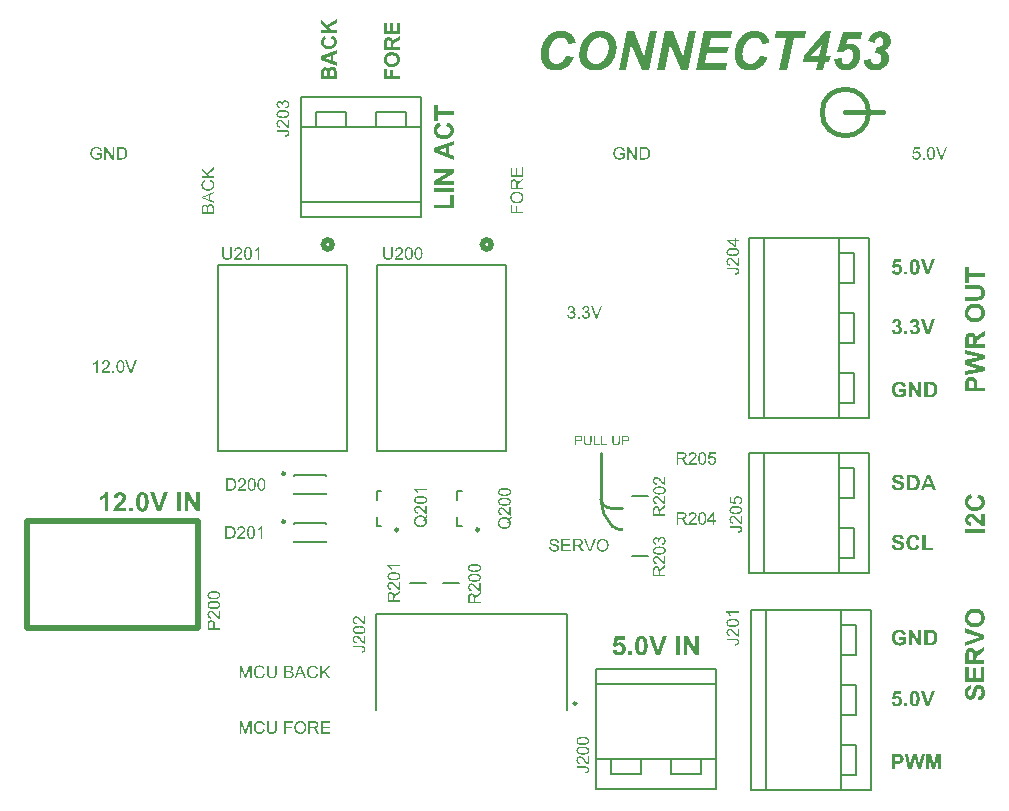
<source format=gto>
G04*
G04 #@! TF.GenerationSoftware,Altium Limited,Altium Designer,23.7.1 (13)*
G04*
G04 Layer_Color=65535*
%FSLAX44Y44*%
%MOMM*%
G71*
G04*
G04 #@! TF.SameCoordinates,8069B4C8-0706-43A3-9A5C-337C007DADD0*
G04*
G04*
G04 #@! TF.FilePolarity,Positive*
G04*
G01*
G75*
%ADD10C,0.2500*%
%ADD11C,0.3810*%
%ADD12C,0.2540*%
%ADD13C,0.5080*%
%ADD14C,0.2000*%
%ADD15C,0.5000*%
%ADD16C,0.2032*%
%ADD17C,0.1524*%
G36*
X306015Y272075D02*
X306061D01*
X306106Y272069D01*
X306164D01*
X306226Y272064D01*
X306289Y272058D01*
X306438Y272035D01*
X306604Y272012D01*
X306781Y271978D01*
X306969Y271932D01*
X307164Y271875D01*
X307364Y271806D01*
X307564Y271726D01*
X307764Y271629D01*
X307952Y271521D01*
X308141Y271389D01*
X308312Y271241D01*
X308324Y271229D01*
X308352Y271201D01*
X308392Y271155D01*
X308449Y271092D01*
X308518Y271006D01*
X308592Y270909D01*
X308672Y270795D01*
X308758Y270663D01*
X308838Y270520D01*
X308918Y270361D01*
X308992Y270189D01*
X309061Y270006D01*
X309118Y269812D01*
X309158Y269600D01*
X309187Y269383D01*
X309198Y269155D01*
Y269149D01*
Y269126D01*
Y269092D01*
X309192Y269046D01*
Y268989D01*
X309187Y268920D01*
X309175Y268846D01*
X309164Y268760D01*
X309152Y268669D01*
X309135Y268572D01*
X309090Y268360D01*
X309021Y268137D01*
X308981Y268023D01*
X308935Y267909D01*
Y267903D01*
X308924Y267880D01*
X308907Y267846D01*
X308884Y267800D01*
X308855Y267749D01*
X308821Y267680D01*
X308781Y267606D01*
X308729Y267520D01*
X308678Y267429D01*
X308615Y267326D01*
X308541Y267223D01*
X308467Y267109D01*
X308381Y266994D01*
X308290Y266874D01*
X308187Y266749D01*
X308078Y266623D01*
X308072Y266617D01*
X308049Y266594D01*
X308015Y266554D01*
X307964Y266497D01*
X307895Y266429D01*
X307815Y266348D01*
X307718Y266251D01*
X307604Y266137D01*
X307472Y266011D01*
X307329Y265874D01*
X307164Y265720D01*
X306986Y265554D01*
X306786Y265377D01*
X306569Y265183D01*
X306335Y264983D01*
X306084Y264765D01*
X306078D01*
X306072Y264754D01*
X306055Y264743D01*
X306032Y264725D01*
X305975Y264674D01*
X305895Y264606D01*
X305803Y264531D01*
X305695Y264440D01*
X305581Y264337D01*
X305460Y264234D01*
X305203Y264011D01*
X305078Y263902D01*
X304958Y263794D01*
X304849Y263691D01*
X304746Y263600D01*
X304660Y263514D01*
X304586Y263440D01*
X304580Y263434D01*
X304569Y263423D01*
X304552Y263405D01*
X304529Y263382D01*
X304500Y263348D01*
X304472Y263308D01*
X304392Y263222D01*
X304306Y263114D01*
X304215Y262994D01*
X304123Y262868D01*
X304037Y262737D01*
X309210D01*
Y261497D01*
X302243D01*
Y261502D01*
Y261519D01*
Y261542D01*
Y261576D01*
Y261616D01*
X302249Y261668D01*
Y261719D01*
X302254Y261782D01*
X302272Y261919D01*
X302300Y262068D01*
X302340Y262228D01*
X302392Y262394D01*
X302397Y262400D01*
X302403Y262428D01*
X302420Y262462D01*
X302443Y262514D01*
X302472Y262577D01*
X302506Y262657D01*
X302552Y262742D01*
X302597Y262834D01*
X302654Y262937D01*
X302717Y263045D01*
X302786Y263165D01*
X302866Y263285D01*
X302946Y263405D01*
X303037Y263537D01*
X303140Y263662D01*
X303243Y263794D01*
X303249Y263800D01*
X303272Y263828D01*
X303306Y263862D01*
X303352Y263914D01*
X303415Y263983D01*
X303489Y264062D01*
X303575Y264154D01*
X303677Y264251D01*
X303792Y264365D01*
X303918Y264491D01*
X304055Y264623D01*
X304209Y264760D01*
X304375Y264908D01*
X304552Y265063D01*
X304740Y265228D01*
X304940Y265394D01*
X304946Y265400D01*
X304958Y265411D01*
X304986Y265428D01*
X305015Y265457D01*
X305055Y265491D01*
X305100Y265531D01*
X305158Y265577D01*
X305221Y265629D01*
X305283Y265686D01*
X305358Y265743D01*
X305518Y265880D01*
X305689Y266034D01*
X305872Y266200D01*
X306066Y266377D01*
X306261Y266554D01*
X306455Y266743D01*
X306644Y266926D01*
X306821Y267114D01*
X306986Y267292D01*
X307135Y267463D01*
X307204Y267543D01*
X307261Y267623D01*
X307267Y267634D01*
X307289Y267663D01*
X307318Y267703D01*
X307358Y267766D01*
X307404Y267840D01*
X307455Y267926D01*
X307507Y268023D01*
X307564Y268132D01*
X307621Y268246D01*
X307672Y268366D01*
X307724Y268497D01*
X307769Y268629D01*
X307809Y268766D01*
X307838Y268909D01*
X307861Y269046D01*
X307866Y269183D01*
Y269195D01*
Y269217D01*
X307861Y269258D01*
Y269315D01*
X307849Y269377D01*
X307838Y269457D01*
X307821Y269543D01*
X307798Y269635D01*
X307769Y269732D01*
X307729Y269840D01*
X307689Y269949D01*
X307632Y270058D01*
X307569Y270166D01*
X307495Y270275D01*
X307409Y270378D01*
X307312Y270480D01*
X307306Y270486D01*
X307289Y270503D01*
X307255Y270532D01*
X307215Y270566D01*
X307158Y270606D01*
X307095Y270646D01*
X307015Y270698D01*
X306929Y270749D01*
X306832Y270795D01*
X306723Y270846D01*
X306604Y270886D01*
X306478Y270932D01*
X306341Y270961D01*
X306198Y270989D01*
X306043Y271006D01*
X305883Y271012D01*
X305843D01*
X305792Y271006D01*
X305729D01*
X305649Y270995D01*
X305558Y270983D01*
X305455Y270966D01*
X305346Y270943D01*
X305226Y270915D01*
X305106Y270875D01*
X304981Y270829D01*
X304855Y270778D01*
X304729Y270709D01*
X304609Y270635D01*
X304489Y270549D01*
X304380Y270452D01*
X304375Y270446D01*
X304357Y270423D01*
X304329Y270395D01*
X304295Y270349D01*
X304249Y270292D01*
X304203Y270223D01*
X304152Y270143D01*
X304100Y270046D01*
X304049Y269943D01*
X303997Y269829D01*
X303946Y269697D01*
X303906Y269560D01*
X303872Y269412D01*
X303843Y269252D01*
X303820Y269080D01*
X303815Y268897D01*
X302483Y269035D01*
Y269040D01*
Y269052D01*
X302489Y269075D01*
Y269097D01*
X302494Y269137D01*
X302500Y269177D01*
X302512Y269223D01*
X302517Y269280D01*
X302540Y269400D01*
X302575Y269543D01*
X302614Y269703D01*
X302666Y269875D01*
X302723Y270052D01*
X302797Y270240D01*
X302877Y270429D01*
X302974Y270618D01*
X303083Y270800D01*
X303214Y270978D01*
X303352Y271143D01*
X303512Y271298D01*
X303523Y271309D01*
X303552Y271332D01*
X303603Y271372D01*
X303677Y271418D01*
X303763Y271481D01*
X303872Y271544D01*
X304003Y271618D01*
X304146Y271692D01*
X304312Y271761D01*
X304489Y271835D01*
X304689Y271898D01*
X304900Y271961D01*
X305129Y272006D01*
X305375Y272046D01*
X305638Y272069D01*
X305912Y272081D01*
X305981D01*
X306015Y272075D01*
D02*
G37*
G36*
X296225Y272035D02*
X296345D01*
X296476Y272029D01*
X296619Y272024D01*
X296768Y272012D01*
X296922Y272001D01*
X297237Y271978D01*
X297385Y271961D01*
X297534Y271938D01*
X297677Y271915D01*
X297802Y271886D01*
X297814D01*
X297842Y271875D01*
X297888Y271863D01*
X297951Y271846D01*
X298031Y271824D01*
X298123Y271795D01*
X298225Y271755D01*
X298334Y271715D01*
X298454Y271669D01*
X298574Y271612D01*
X298705Y271549D01*
X298837Y271481D01*
X298968Y271406D01*
X299094Y271321D01*
X299226Y271229D01*
X299345Y271132D01*
X299357Y271126D01*
X299380Y271098D01*
X299426Y271058D01*
X299483Y271006D01*
X299551Y270938D01*
X299631Y270852D01*
X299717Y270755D01*
X299814Y270646D01*
X299911Y270520D01*
X300014Y270383D01*
X300123Y270235D01*
X300226Y270075D01*
X300323Y269903D01*
X300420Y269726D01*
X300511Y269532D01*
X300591Y269332D01*
Y269326D01*
X300597Y269320D01*
X300603Y269303D01*
X300609Y269280D01*
X300620Y269252D01*
X300631Y269223D01*
X300654Y269137D01*
X300688Y269035D01*
X300723Y268909D01*
X300763Y268766D01*
X300803Y268606D01*
X300837Y268429D01*
X300877Y268235D01*
X300911Y268029D01*
X300946Y267812D01*
X300968Y267577D01*
X300991Y267337D01*
X301003Y267086D01*
X301008Y266823D01*
Y266817D01*
Y266812D01*
Y266794D01*
Y266772D01*
Y266743D01*
Y266709D01*
X301003Y266623D01*
Y266514D01*
X300991Y266394D01*
X300986Y266257D01*
X300974Y266108D01*
X300957Y265943D01*
X300940Y265777D01*
X300917Y265600D01*
X300889Y265417D01*
X300860Y265234D01*
X300820Y265051D01*
X300780Y264868D01*
X300728Y264691D01*
X300723Y264680D01*
X300717Y264651D01*
X300700Y264600D01*
X300677Y264537D01*
X300648Y264457D01*
X300614Y264365D01*
X300580Y264263D01*
X300534Y264154D01*
X300483Y264034D01*
X300431Y263908D01*
X300306Y263657D01*
X300168Y263400D01*
X300088Y263280D01*
X300008Y263160D01*
X300003Y263154D01*
X299991Y263131D01*
X299963Y263102D01*
X299934Y263062D01*
X299888Y263011D01*
X299843Y262948D01*
X299785Y262885D01*
X299723Y262811D01*
X299654Y262737D01*
X299580Y262657D01*
X299420Y262497D01*
X299237Y262342D01*
X299146Y262268D01*
X299048Y262199D01*
X299043Y262194D01*
X299025Y262182D01*
X298997Y262165D01*
X298957Y262142D01*
X298905Y262114D01*
X298843Y262079D01*
X298774Y262045D01*
X298694Y262005D01*
X298608Y261959D01*
X298511Y261919D01*
X298408Y261874D01*
X298300Y261828D01*
X298180Y261788D01*
X298060Y261748D01*
X297928Y261708D01*
X297791Y261674D01*
X297785D01*
X297757Y261668D01*
X297717Y261656D01*
X297660Y261645D01*
X297591Y261634D01*
X297505Y261616D01*
X297408Y261599D01*
X297305Y261588D01*
X297185Y261571D01*
X297054Y261554D01*
X296911Y261537D01*
X296762Y261525D01*
X296608Y261514D01*
X296442Y261502D01*
X296271Y261497D01*
X292288D01*
Y272041D01*
X296122D01*
X296225Y272035D01*
D02*
G37*
G36*
X322377Y272075D02*
X322451Y272069D01*
X322537Y272064D01*
X322634Y272052D01*
X322743Y272041D01*
X322851Y272018D01*
X322971Y271995D01*
X323097Y271972D01*
X323223Y271938D01*
X323349Y271898D01*
X323480Y271852D01*
X323606Y271801D01*
X323726Y271738D01*
X323731Y271732D01*
X323754Y271721D01*
X323788Y271703D01*
X323834Y271675D01*
X323886Y271641D01*
X323949Y271595D01*
X324023Y271549D01*
X324097Y271486D01*
X324177Y271423D01*
X324263Y271349D01*
X324354Y271269D01*
X324440Y271183D01*
X324532Y271086D01*
X324617Y270983D01*
X324703Y270875D01*
X324783Y270755D01*
X324789Y270749D01*
X324800Y270726D01*
X324823Y270692D01*
X324851Y270641D01*
X324886Y270578D01*
X324926Y270503D01*
X324972Y270418D01*
X325023Y270320D01*
X325074Y270212D01*
X325126Y270092D01*
X325177Y269960D01*
X325234Y269823D01*
X325286Y269675D01*
X325337Y269520D01*
X325389Y269360D01*
X325434Y269189D01*
X325440Y269177D01*
X325446Y269149D01*
X325457Y269092D01*
X325475Y269017D01*
X325492Y268926D01*
X325509Y268812D01*
X325532Y268680D01*
X325555Y268532D01*
X325577Y268360D01*
X325600Y268172D01*
X325617Y267972D01*
X325634Y267749D01*
X325652Y267509D01*
X325663Y267251D01*
X325675Y266983D01*
Y266697D01*
Y266691D01*
Y266674D01*
Y266651D01*
Y266617D01*
Y266571D01*
Y266520D01*
X325669Y266457D01*
Y266388D01*
Y266314D01*
X325663Y266234D01*
X325657Y266143D01*
X325652Y266051D01*
X325640Y265846D01*
X325629Y265629D01*
X325606Y265394D01*
X325583Y265148D01*
X325549Y264897D01*
X325514Y264646D01*
X325469Y264400D01*
X325417Y264154D01*
X325360Y263920D01*
X325292Y263697D01*
Y263691D01*
X325286Y263685D01*
X325280Y263668D01*
X325274Y263645D01*
X325252Y263588D01*
X325217Y263508D01*
X325177Y263417D01*
X325132Y263302D01*
X325074Y263182D01*
X325006Y263051D01*
X324931Y262914D01*
X324846Y262765D01*
X324749Y262622D01*
X324646Y262474D01*
X324537Y262331D01*
X324417Y262194D01*
X324286Y262057D01*
X324149Y261937D01*
X324137Y261931D01*
X324114Y261908D01*
X324074Y261879D01*
X324011Y261839D01*
X323937Y261794D01*
X323851Y261742D01*
X323743Y261685D01*
X323629Y261628D01*
X323497Y261571D01*
X323349Y261514D01*
X323194Y261462D01*
X323023Y261416D01*
X322840Y261376D01*
X322651Y261348D01*
X322445Y261325D01*
X322234Y261319D01*
X322165D01*
X322131Y261325D01*
X322085D01*
X322040Y261331D01*
X321983Y261336D01*
X321920Y261342D01*
X321851Y261354D01*
X321708Y261376D01*
X321543Y261411D01*
X321365Y261457D01*
X321177Y261514D01*
X320977Y261582D01*
X320782Y261674D01*
X320582Y261777D01*
X320382Y261902D01*
X320194Y262045D01*
X320097Y262125D01*
X320011Y262217D01*
X319925Y262308D01*
X319839Y262405D01*
Y262411D01*
X319828Y262422D01*
X319817Y262439D01*
X319794Y262468D01*
X319771Y262502D01*
X319742Y262548D01*
X319714Y262600D01*
X319679Y262657D01*
X319639Y262725D01*
X319599Y262799D01*
X319554Y262885D01*
X319508Y262982D01*
X319462Y263080D01*
X319417Y263194D01*
X319371Y263308D01*
X319319Y263440D01*
X319274Y263571D01*
X319222Y263720D01*
X319177Y263868D01*
X319131Y264034D01*
X319085Y264205D01*
X319039Y264383D01*
X318999Y264577D01*
X318959Y264771D01*
X318925Y264983D01*
X318897Y265200D01*
X318868Y265423D01*
X318845Y265657D01*
X318828Y265903D01*
X318811Y266160D01*
X318805Y266423D01*
X318799Y266697D01*
Y266703D01*
Y266720D01*
Y266743D01*
Y266777D01*
Y266823D01*
Y266880D01*
X318805Y266937D01*
Y267006D01*
X318811Y267086D01*
Y267166D01*
X318817Y267251D01*
X318822Y267349D01*
X318834Y267554D01*
X318845Y267772D01*
X318868Y268006D01*
X318891Y268252D01*
X318925Y268503D01*
X318959Y268755D01*
X319005Y269006D01*
X319056Y269246D01*
X319114Y269480D01*
X319182Y269703D01*
Y269709D01*
X319188Y269715D01*
X319194Y269732D01*
X319199Y269755D01*
X319222Y269812D01*
X319256Y269892D01*
X319296Y269989D01*
X319342Y270098D01*
X319399Y270218D01*
X319468Y270355D01*
X319542Y270492D01*
X319628Y270635D01*
X319725Y270783D01*
X319828Y270926D01*
X319937Y271075D01*
X320057Y271212D01*
X320188Y271343D01*
X320325Y271464D01*
X320337Y271469D01*
X320359Y271492D01*
X320405Y271521D01*
X320462Y271561D01*
X320537Y271606D01*
X320628Y271658D01*
X320731Y271715D01*
X320851Y271772D01*
X320983Y271829D01*
X321125Y271886D01*
X321280Y271938D01*
X321451Y271984D01*
X321634Y272024D01*
X321823Y272052D01*
X322023Y272075D01*
X322234Y272081D01*
X322320D01*
X322377Y272075D01*
D02*
G37*
G36*
X314182D02*
X314256Y272069D01*
X314342Y272064D01*
X314439Y272052D01*
X314547Y272041D01*
X314656Y272018D01*
X314776Y271995D01*
X314902Y271972D01*
X315027Y271938D01*
X315153Y271898D01*
X315285Y271852D01*
X315410Y271801D01*
X315530Y271738D01*
X315536Y271732D01*
X315559Y271721D01*
X315593Y271703D01*
X315639Y271675D01*
X315690Y271641D01*
X315753Y271595D01*
X315828Y271549D01*
X315902Y271486D01*
X315982Y271423D01*
X316068Y271349D01*
X316159Y271269D01*
X316245Y271183D01*
X316336Y271086D01*
X316422Y270983D01*
X316508Y270875D01*
X316588Y270755D01*
X316593Y270749D01*
X316605Y270726D01*
X316628Y270692D01*
X316656Y270641D01*
X316691Y270578D01*
X316730Y270503D01*
X316776Y270418D01*
X316828Y270320D01*
X316879Y270212D01*
X316931Y270092D01*
X316982Y269960D01*
X317039Y269823D01*
X317091Y269675D01*
X317142Y269520D01*
X317193Y269360D01*
X317239Y269189D01*
X317245Y269177D01*
X317251Y269149D01*
X317262Y269092D01*
X317279Y269017D01*
X317296Y268926D01*
X317313Y268812D01*
X317336Y268680D01*
X317359Y268532D01*
X317382Y268360D01*
X317405Y268172D01*
X317422Y267972D01*
X317439Y267749D01*
X317456Y267509D01*
X317468Y267251D01*
X317479Y266983D01*
Y266697D01*
Y266691D01*
Y266674D01*
Y266651D01*
Y266617D01*
Y266571D01*
Y266520D01*
X317474Y266457D01*
Y266388D01*
Y266314D01*
X317468Y266234D01*
X317462Y266143D01*
X317456Y266051D01*
X317445Y265846D01*
X317433Y265629D01*
X317411Y265394D01*
X317388Y265148D01*
X317353Y264897D01*
X317319Y264646D01*
X317273Y264400D01*
X317222Y264154D01*
X317165Y263920D01*
X317096Y263697D01*
Y263691D01*
X317091Y263685D01*
X317085Y263668D01*
X317079Y263645D01*
X317056Y263588D01*
X317022Y263508D01*
X316982Y263417D01*
X316936Y263302D01*
X316879Y263182D01*
X316810Y263051D01*
X316736Y262914D01*
X316651Y262765D01*
X316553Y262622D01*
X316451Y262474D01*
X316342Y262331D01*
X316222Y262194D01*
X316090Y262057D01*
X315953Y261937D01*
X315942Y261931D01*
X315919Y261908D01*
X315879Y261879D01*
X315816Y261839D01*
X315742Y261794D01*
X315656Y261742D01*
X315548Y261685D01*
X315433Y261628D01*
X315302Y261571D01*
X315153Y261514D01*
X314999Y261462D01*
X314827Y261416D01*
X314645Y261376D01*
X314456Y261348D01*
X314250Y261325D01*
X314039Y261319D01*
X313970D01*
X313936Y261325D01*
X313890D01*
X313844Y261331D01*
X313787Y261336D01*
X313724Y261342D01*
X313656Y261354D01*
X313513Y261376D01*
X313347Y261411D01*
X313170Y261457D01*
X312981Y261514D01*
X312781Y261582D01*
X312587Y261674D01*
X312387Y261777D01*
X312187Y261902D01*
X311999Y262045D01*
X311901Y262125D01*
X311816Y262217D01*
X311730Y262308D01*
X311644Y262405D01*
Y262411D01*
X311633Y262422D01*
X311621Y262439D01*
X311598Y262468D01*
X311576Y262502D01*
X311547Y262548D01*
X311518Y262600D01*
X311484Y262657D01*
X311444Y262725D01*
X311404Y262799D01*
X311358Y262885D01*
X311313Y262982D01*
X311267Y263080D01*
X311221Y263194D01*
X311175Y263308D01*
X311124Y263440D01*
X311078Y263571D01*
X311027Y263720D01*
X310981Y263868D01*
X310935Y264034D01*
X310890Y264205D01*
X310844Y264383D01*
X310804Y264577D01*
X310764Y264771D01*
X310730Y264983D01*
X310701Y265200D01*
X310673Y265423D01*
X310650Y265657D01*
X310633Y265903D01*
X310616Y266160D01*
X310610Y266423D01*
X310604Y266697D01*
Y266703D01*
Y266720D01*
Y266743D01*
Y266777D01*
Y266823D01*
Y266880D01*
X310610Y266937D01*
Y267006D01*
X310616Y267086D01*
Y267166D01*
X310621Y267251D01*
X310627Y267349D01*
X310638Y267554D01*
X310650Y267772D01*
X310673Y268006D01*
X310695Y268252D01*
X310730Y268503D01*
X310764Y268755D01*
X310810Y269006D01*
X310861Y269246D01*
X310918Y269480D01*
X310987Y269703D01*
Y269709D01*
X310993Y269715D01*
X310998Y269732D01*
X311004Y269755D01*
X311027Y269812D01*
X311061Y269892D01*
X311101Y269989D01*
X311147Y270098D01*
X311204Y270218D01*
X311273Y270355D01*
X311347Y270492D01*
X311433Y270635D01*
X311530Y270783D01*
X311633Y270926D01*
X311741Y271075D01*
X311861Y271212D01*
X311993Y271343D01*
X312130Y271464D01*
X312141Y271469D01*
X312164Y271492D01*
X312210Y271521D01*
X312267Y271561D01*
X312341Y271606D01*
X312433Y271658D01*
X312536Y271715D01*
X312656Y271772D01*
X312787Y271829D01*
X312930Y271886D01*
X313084Y271938D01*
X313256Y271984D01*
X313439Y272024D01*
X313627Y272052D01*
X313827Y272075D01*
X314039Y272081D01*
X314125D01*
X314182Y272075D01*
D02*
G37*
G36*
X323033Y220856D02*
X321736D01*
Y229103D01*
X321730Y229097D01*
X321713Y229086D01*
X321690Y229058D01*
X321650Y229029D01*
X321605Y228989D01*
X321548Y228937D01*
X321485Y228886D01*
X321410Y228823D01*
X321325Y228760D01*
X321233Y228692D01*
X321136Y228617D01*
X321027Y228538D01*
X320907Y228458D01*
X320782Y228377D01*
X320650Y228297D01*
X320513Y228212D01*
X320507Y228206D01*
X320479Y228195D01*
X320439Y228172D01*
X320387Y228137D01*
X320319Y228103D01*
X320239Y228057D01*
X320153Y228012D01*
X320056Y227960D01*
X319953Y227909D01*
X319844Y227852D01*
X319616Y227743D01*
X319382Y227635D01*
X319147Y227543D01*
Y228795D01*
X319153D01*
X319159Y228800D01*
X319176Y228806D01*
X319193Y228818D01*
X319256Y228846D01*
X319330Y228886D01*
X319422Y228937D01*
X319536Y228995D01*
X319656Y229063D01*
X319793Y229143D01*
X319936Y229229D01*
X320090Y229326D01*
X320244Y229423D01*
X320405Y229538D01*
X320570Y229652D01*
X320730Y229772D01*
X320890Y229903D01*
X321045Y230035D01*
X321056Y230040D01*
X321079Y230069D01*
X321125Y230109D01*
X321176Y230161D01*
X321245Y230223D01*
X321319Y230298D01*
X321405Y230389D01*
X321496Y230481D01*
X321587Y230589D01*
X321685Y230698D01*
X321879Y230932D01*
X321965Y231058D01*
X322050Y231183D01*
X322130Y231315D01*
X322199Y231441D01*
X323033D01*
Y220856D01*
D02*
G37*
G36*
X305374Y231435D02*
X305420D01*
X305466Y231429D01*
X305523D01*
X305585Y231423D01*
X305648Y231418D01*
X305797Y231395D01*
X305963Y231372D01*
X306140Y231338D01*
X306328Y231292D01*
X306523Y231235D01*
X306723Y231166D01*
X306923Y231086D01*
X307123Y230989D01*
X307311Y230881D01*
X307500Y230749D01*
X307672Y230601D01*
X307683Y230589D01*
X307712Y230561D01*
X307752Y230515D01*
X307809Y230452D01*
X307877Y230366D01*
X307952Y230269D01*
X308032Y230155D01*
X308117Y230023D01*
X308197Y229881D01*
X308277Y229720D01*
X308352Y229549D01*
X308420Y229366D01*
X308477Y229172D01*
X308517Y228960D01*
X308546Y228743D01*
X308557Y228515D01*
Y228509D01*
Y228486D01*
Y228452D01*
X308552Y228406D01*
Y228349D01*
X308546Y228280D01*
X308534Y228206D01*
X308523Y228120D01*
X308512Y228029D01*
X308494Y227932D01*
X308449Y227720D01*
X308380Y227497D01*
X308340Y227383D01*
X308294Y227269D01*
Y227263D01*
X308283Y227240D01*
X308266Y227206D01*
X308243Y227160D01*
X308214Y227109D01*
X308180Y227040D01*
X308140Y226966D01*
X308089Y226880D01*
X308037Y226789D01*
X307974Y226686D01*
X307900Y226583D01*
X307826Y226469D01*
X307740Y226354D01*
X307649Y226234D01*
X307546Y226109D01*
X307437Y225983D01*
X307431Y225977D01*
X307409Y225954D01*
X307374Y225914D01*
X307323Y225857D01*
X307254Y225789D01*
X307174Y225709D01*
X307077Y225611D01*
X306963Y225497D01*
X306831Y225371D01*
X306688Y225234D01*
X306523Y225080D01*
X306346Y224914D01*
X306146Y224737D01*
X305928Y224543D01*
X305694Y224343D01*
X305443Y224125D01*
X305437D01*
X305431Y224114D01*
X305414Y224103D01*
X305391Y224086D01*
X305334Y224034D01*
X305254Y223965D01*
X305163Y223891D01*
X305054Y223800D01*
X304940Y223697D01*
X304820Y223594D01*
X304562Y223371D01*
X304437Y223263D01*
X304317Y223154D01*
X304208Y223051D01*
X304105Y222960D01*
X304020Y222874D01*
X303945Y222800D01*
X303940Y222794D01*
X303928Y222782D01*
X303911Y222765D01*
X303888Y222743D01*
X303860Y222708D01*
X303831Y222668D01*
X303751Y222582D01*
X303665Y222474D01*
X303574Y222354D01*
X303482Y222228D01*
X303397Y222097D01*
X308569D01*
Y220856D01*
X301602D01*
Y220862D01*
Y220879D01*
Y220902D01*
Y220937D01*
Y220977D01*
X301608Y221028D01*
Y221079D01*
X301614Y221142D01*
X301631Y221279D01*
X301659Y221428D01*
X301699Y221588D01*
X301751Y221754D01*
X301756Y221759D01*
X301762Y221788D01*
X301779Y221822D01*
X301802Y221874D01*
X301831Y221937D01*
X301865Y222017D01*
X301911Y222102D01*
X301957Y222194D01*
X302014Y222297D01*
X302076Y222405D01*
X302145Y222525D01*
X302225Y222645D01*
X302305Y222765D01*
X302397Y222897D01*
X302499Y223022D01*
X302602Y223154D01*
X302608Y223160D01*
X302631Y223188D01*
X302665Y223223D01*
X302711Y223274D01*
X302774Y223342D01*
X302848Y223423D01*
X302934Y223514D01*
X303037Y223611D01*
X303151Y223725D01*
X303277Y223851D01*
X303414Y223983D01*
X303568Y224120D01*
X303734Y224268D01*
X303911Y224423D01*
X304100Y224588D01*
X304300Y224754D01*
X304305Y224760D01*
X304317Y224771D01*
X304345Y224788D01*
X304374Y224817D01*
X304414Y224851D01*
X304460Y224891D01*
X304517Y224937D01*
X304580Y224988D01*
X304643Y225046D01*
X304717Y225103D01*
X304877Y225240D01*
X305048Y225394D01*
X305231Y225560D01*
X305425Y225737D01*
X305620Y225914D01*
X305814Y226103D01*
X306003Y226286D01*
X306180Y226474D01*
X306346Y226651D01*
X306494Y226823D01*
X306563Y226903D01*
X306620Y226983D01*
X306626Y226994D01*
X306649Y227023D01*
X306677Y227063D01*
X306717Y227126D01*
X306763Y227200D01*
X306814Y227286D01*
X306866Y227383D01*
X306923Y227492D01*
X306980Y227606D01*
X307031Y227726D01*
X307083Y227857D01*
X307129Y227989D01*
X307169Y228126D01*
X307197Y228269D01*
X307220Y228406D01*
X307226Y228543D01*
Y228555D01*
Y228577D01*
X307220Y228617D01*
Y228675D01*
X307209Y228738D01*
X307197Y228818D01*
X307180Y228903D01*
X307157Y228995D01*
X307129Y229092D01*
X307089Y229200D01*
X307048Y229309D01*
X306991Y229418D01*
X306929Y229526D01*
X306854Y229635D01*
X306768Y229738D01*
X306671Y229841D01*
X306666Y229846D01*
X306649Y229863D01*
X306614Y229892D01*
X306574Y229926D01*
X306517Y229966D01*
X306454Y230006D01*
X306374Y230058D01*
X306288Y230109D01*
X306191Y230155D01*
X306083Y230206D01*
X305963Y230246D01*
X305837Y230292D01*
X305700Y230320D01*
X305557Y230349D01*
X305403Y230366D01*
X305243Y230372D01*
X305203D01*
X305151Y230366D01*
X305088D01*
X305008Y230355D01*
X304917Y230343D01*
X304814Y230326D01*
X304705Y230303D01*
X304585Y230275D01*
X304465Y230235D01*
X304340Y230189D01*
X304214Y230138D01*
X304088Y230069D01*
X303968Y229995D01*
X303848Y229909D01*
X303739Y229812D01*
X303734Y229806D01*
X303717Y229783D01*
X303688Y229755D01*
X303654Y229709D01*
X303608Y229652D01*
X303562Y229583D01*
X303511Y229503D01*
X303459Y229406D01*
X303408Y229303D01*
X303357Y229189D01*
X303305Y229058D01*
X303265Y228920D01*
X303231Y228772D01*
X303202Y228612D01*
X303179Y228440D01*
X303174Y228257D01*
X301842Y228395D01*
Y228400D01*
Y228412D01*
X301848Y228435D01*
Y228458D01*
X301854Y228498D01*
X301859Y228538D01*
X301871Y228583D01*
X301877Y228640D01*
X301899Y228760D01*
X301934Y228903D01*
X301974Y229063D01*
X302025Y229235D01*
X302082Y229412D01*
X302157Y229601D01*
X302236Y229789D01*
X302334Y229978D01*
X302442Y230161D01*
X302574Y230338D01*
X302711Y230503D01*
X302871Y230658D01*
X302882Y230669D01*
X302911Y230692D01*
X302962Y230732D01*
X303037Y230778D01*
X303122Y230841D01*
X303231Y230903D01*
X303362Y230978D01*
X303505Y231052D01*
X303671Y231121D01*
X303848Y231195D01*
X304048Y231258D01*
X304260Y231321D01*
X304488Y231366D01*
X304734Y231406D01*
X304997Y231429D01*
X305271Y231441D01*
X305340D01*
X305374Y231435D01*
D02*
G37*
G36*
X295584Y231395D02*
X295704D01*
X295836Y231389D01*
X295979Y231383D01*
X296127Y231372D01*
X296282Y231361D01*
X296596Y231338D01*
X296744Y231321D01*
X296893Y231298D01*
X297036Y231275D01*
X297162Y231246D01*
X297173D01*
X297202Y231235D01*
X297247Y231224D01*
X297310Y231206D01*
X297390Y231183D01*
X297482Y231155D01*
X297584Y231115D01*
X297693Y231075D01*
X297813Y231029D01*
X297933Y230972D01*
X298065Y230909D01*
X298196Y230841D01*
X298327Y230766D01*
X298453Y230681D01*
X298585Y230589D01*
X298705Y230492D01*
X298716Y230486D01*
X298739Y230458D01*
X298785Y230418D01*
X298842Y230366D01*
X298910Y230298D01*
X298990Y230212D01*
X299076Y230115D01*
X299173Y230006D01*
X299270Y229881D01*
X299373Y229743D01*
X299482Y229595D01*
X299585Y229435D01*
X299682Y229263D01*
X299779Y229086D01*
X299870Y228892D01*
X299951Y228692D01*
Y228686D01*
X299956Y228680D01*
X299962Y228663D01*
X299968Y228640D01*
X299979Y228612D01*
X299991Y228583D01*
X300013Y228498D01*
X300048Y228395D01*
X300082Y228269D01*
X300122Y228126D01*
X300162Y227966D01*
X300196Y227789D01*
X300236Y227595D01*
X300271Y227389D01*
X300305Y227172D01*
X300328Y226937D01*
X300351Y226697D01*
X300362Y226446D01*
X300368Y226183D01*
Y226177D01*
Y226171D01*
Y226154D01*
Y226131D01*
Y226103D01*
Y226069D01*
X300362Y225983D01*
Y225874D01*
X300351Y225754D01*
X300345Y225617D01*
X300333Y225469D01*
X300316Y225303D01*
X300299Y225137D01*
X300276Y224960D01*
X300248Y224777D01*
X300219Y224594D01*
X300179Y224411D01*
X300139Y224228D01*
X300088Y224051D01*
X300082Y224040D01*
X300076Y224011D01*
X300059Y223960D01*
X300036Y223897D01*
X300008Y223817D01*
X299973Y223725D01*
X299939Y223623D01*
X299893Y223514D01*
X299842Y223394D01*
X299790Y223268D01*
X299665Y223017D01*
X299528Y222760D01*
X299448Y222640D01*
X299368Y222520D01*
X299362Y222514D01*
X299350Y222491D01*
X299322Y222462D01*
X299293Y222422D01*
X299248Y222371D01*
X299202Y222308D01*
X299145Y222245D01*
X299082Y222171D01*
X299013Y222097D01*
X298939Y222017D01*
X298779Y221857D01*
X298596Y221702D01*
X298505Y221628D01*
X298407Y221560D01*
X298402Y221554D01*
X298385Y221542D01*
X298356Y221525D01*
X298316Y221502D01*
X298265Y221474D01*
X298202Y221439D01*
X298133Y221405D01*
X298053Y221365D01*
X297967Y221319D01*
X297870Y221279D01*
X297767Y221234D01*
X297659Y221188D01*
X297539Y221148D01*
X297419Y221108D01*
X297287Y221068D01*
X297150Y221034D01*
X297144D01*
X297116Y221028D01*
X297076Y221017D01*
X297019Y221005D01*
X296950Y220994D01*
X296864Y220977D01*
X296767Y220959D01*
X296664Y220948D01*
X296544Y220931D01*
X296413Y220914D01*
X296270Y220896D01*
X296122Y220885D01*
X295967Y220874D01*
X295801Y220862D01*
X295630Y220856D01*
X291647D01*
Y231401D01*
X295481D01*
X295584Y231395D01*
D02*
G37*
G36*
X313541Y231435D02*
X313615Y231429D01*
X313701Y231423D01*
X313798Y231412D01*
X313906Y231401D01*
X314015Y231378D01*
X314135Y231355D01*
X314261Y231332D01*
X314387Y231298D01*
X314512Y231258D01*
X314644Y231212D01*
X314769Y231161D01*
X314890Y231098D01*
X314895Y231092D01*
X314918Y231081D01*
X314952Y231063D01*
X314998Y231035D01*
X315049Y231001D01*
X315112Y230955D01*
X315187Y230909D01*
X315261Y230846D01*
X315341Y230784D01*
X315427Y230709D01*
X315518Y230629D01*
X315604Y230543D01*
X315695Y230446D01*
X315781Y230343D01*
X315867Y230235D01*
X315947Y230115D01*
X315952Y230109D01*
X315964Y230086D01*
X315987Y230052D01*
X316015Y230000D01*
X316050Y229938D01*
X316090Y229863D01*
X316135Y229778D01*
X316187Y229681D01*
X316238Y229572D01*
X316290Y229452D01*
X316341Y229320D01*
X316398Y229183D01*
X316450Y229035D01*
X316501Y228880D01*
X316553Y228720D01*
X316598Y228549D01*
X316604Y228538D01*
X316610Y228509D01*
X316621Y228452D01*
X316638Y228377D01*
X316656Y228286D01*
X316673Y228172D01*
X316695Y228040D01*
X316718Y227892D01*
X316741Y227720D01*
X316764Y227532D01*
X316781Y227332D01*
X316798Y227109D01*
X316815Y226869D01*
X316827Y226611D01*
X316838Y226343D01*
Y226057D01*
Y226051D01*
Y226034D01*
Y226011D01*
Y225977D01*
Y225931D01*
Y225880D01*
X316833Y225817D01*
Y225749D01*
Y225674D01*
X316827Y225594D01*
X316821Y225503D01*
X316815Y225411D01*
X316804Y225206D01*
X316793Y224988D01*
X316770Y224754D01*
X316747Y224508D01*
X316713Y224257D01*
X316678Y224006D01*
X316633Y223760D01*
X316581Y223514D01*
X316524Y223280D01*
X316455Y223057D01*
Y223051D01*
X316450Y223045D01*
X316444Y223028D01*
X316438Y223005D01*
X316415Y222948D01*
X316381Y222868D01*
X316341Y222777D01*
X316295Y222662D01*
X316238Y222542D01*
X316170Y222411D01*
X316095Y222274D01*
X316010Y222125D01*
X315912Y221982D01*
X315810Y221834D01*
X315701Y221691D01*
X315581Y221554D01*
X315450Y221417D01*
X315312Y221297D01*
X315301Y221291D01*
X315278Y221268D01*
X315238Y221239D01*
X315175Y221199D01*
X315101Y221154D01*
X315015Y221102D01*
X314907Y221045D01*
X314792Y220988D01*
X314661Y220931D01*
X314512Y220874D01*
X314358Y220822D01*
X314187Y220777D01*
X314004Y220737D01*
X313815Y220708D01*
X313609Y220685D01*
X313398Y220679D01*
X313329D01*
X313295Y220685D01*
X313249D01*
X313204Y220691D01*
X313146Y220697D01*
X313084Y220702D01*
X313015Y220714D01*
X312872Y220737D01*
X312706Y220771D01*
X312529Y220816D01*
X312341Y220874D01*
X312141Y220942D01*
X311946Y221034D01*
X311746Y221136D01*
X311546Y221262D01*
X311358Y221405D01*
X311261Y221485D01*
X311175Y221577D01*
X311089Y221668D01*
X311003Y221765D01*
Y221771D01*
X310992Y221782D01*
X310980Y221800D01*
X310958Y221828D01*
X310935Y221862D01*
X310906Y221908D01*
X310878Y221959D01*
X310843Y222017D01*
X310803Y222085D01*
X310763Y222160D01*
X310718Y222245D01*
X310672Y222342D01*
X310626Y222440D01*
X310580Y222554D01*
X310535Y222668D01*
X310483Y222800D01*
X310438Y222931D01*
X310386Y223080D01*
X310340Y223228D01*
X310295Y223394D01*
X310249Y223565D01*
X310203Y223743D01*
X310163Y223937D01*
X310123Y224131D01*
X310089Y224343D01*
X310060Y224560D01*
X310032Y224783D01*
X310009Y225017D01*
X309992Y225263D01*
X309975Y225520D01*
X309969Y225783D01*
X309963Y226057D01*
Y226063D01*
Y226080D01*
Y226103D01*
Y226137D01*
Y226183D01*
Y226240D01*
X309969Y226297D01*
Y226366D01*
X309975Y226446D01*
Y226526D01*
X309980Y226611D01*
X309986Y226709D01*
X309998Y226914D01*
X310009Y227132D01*
X310032Y227366D01*
X310055Y227612D01*
X310089Y227863D01*
X310123Y228115D01*
X310169Y228366D01*
X310220Y228606D01*
X310278Y228840D01*
X310346Y229063D01*
Y229069D01*
X310352Y229075D01*
X310357Y229092D01*
X310363Y229115D01*
X310386Y229172D01*
X310420Y229252D01*
X310460Y229349D01*
X310506Y229458D01*
X310563Y229578D01*
X310632Y229715D01*
X310706Y229852D01*
X310792Y229995D01*
X310889Y230143D01*
X310992Y230286D01*
X311101Y230435D01*
X311220Y230572D01*
X311352Y230704D01*
X311489Y230823D01*
X311500Y230829D01*
X311523Y230852D01*
X311569Y230881D01*
X311626Y230921D01*
X311700Y230966D01*
X311792Y231018D01*
X311895Y231075D01*
X312015Y231132D01*
X312146Y231189D01*
X312289Y231246D01*
X312444Y231298D01*
X312615Y231343D01*
X312798Y231383D01*
X312986Y231412D01*
X313186Y231435D01*
X313398Y231441D01*
X313484D01*
X313541Y231435D01*
D02*
G37*
G36*
X740470Y650836D02*
X740629D01*
X740805Y650818D01*
X740999D01*
X741210Y650783D01*
X741440Y650765D01*
X741968Y650712D01*
X742550Y650624D01*
X743167Y650501D01*
X743837Y650342D01*
X744524Y650166D01*
X745247Y649937D01*
X745952Y649655D01*
X746675Y649337D01*
X747362Y648950D01*
X748032Y648509D01*
X748667Y648015D01*
X748684D01*
X748702Y647980D01*
X748808Y647892D01*
X748967Y647716D01*
X749178Y647504D01*
X749443Y647205D01*
X749725Y646870D01*
X750042Y646464D01*
X750377Y645988D01*
X750712Y645477D01*
X751047Y644895D01*
X751364Y644261D01*
X751664Y643573D01*
X751946Y642833D01*
X752175Y642040D01*
X752369Y641211D01*
X752510Y640312D01*
X746093Y639695D01*
Y639730D01*
X746076Y639819D01*
X746040Y639960D01*
X745987Y640154D01*
X745917Y640400D01*
X745846Y640665D01*
X745758Y640964D01*
X745635Y641282D01*
X745511Y641599D01*
X745353Y641952D01*
X745194Y642286D01*
X745000Y642621D01*
X744789Y642956D01*
X744560Y643256D01*
X744313Y643556D01*
X744031Y643802D01*
X744013Y643820D01*
X743960Y643855D01*
X743872Y643926D01*
X743749Y643996D01*
X743608Y644102D01*
X743414Y644208D01*
X743202Y644331D01*
X742955Y644455D01*
X742691Y644560D01*
X742374Y644684D01*
X742057Y644790D01*
X741686Y644895D01*
X741299Y644966D01*
X740893Y645036D01*
X740452Y645072D01*
X739994Y645089D01*
X739871D01*
X739730Y645072D01*
X739518D01*
X739271Y645036D01*
X738989Y645001D01*
X738654Y644948D01*
X738302Y644878D01*
X737914Y644790D01*
X737509Y644684D01*
X737068Y644543D01*
X736627Y644384D01*
X736169Y644190D01*
X735711Y643961D01*
X735252Y643697D01*
X734794Y643397D01*
X734759Y643379D01*
X734688Y643326D01*
X734565Y643221D01*
X734406Y643080D01*
X734195Y642903D01*
X733966Y642674D01*
X733701Y642410D01*
X733419Y642110D01*
X733119Y641758D01*
X732802Y641370D01*
X732485Y640947D01*
X732167Y640471D01*
X731850Y639942D01*
X731533Y639378D01*
X731233Y638779D01*
X730951Y638126D01*
Y638109D01*
X730934Y638091D01*
X730916Y638038D01*
X730898Y637968D01*
X730863Y637879D01*
X730828Y637774D01*
X730722Y637509D01*
X730616Y637192D01*
X730493Y636804D01*
X730369Y636364D01*
X730246Y635888D01*
X730105Y635359D01*
X729982Y634812D01*
X729858Y634213D01*
X729753Y633596D01*
X729664Y632961D01*
X729594Y632309D01*
X729541Y631639D01*
X729523Y630970D01*
Y630952D01*
Y630934D01*
Y630864D01*
Y630793D01*
Y630705D01*
X729541Y630599D01*
X729559Y630335D01*
X729576Y630000D01*
X729629Y629630D01*
X729682Y629207D01*
X729753Y628749D01*
X729858Y628273D01*
X729982Y627779D01*
X730123Y627285D01*
X730316Y626792D01*
X730528Y626298D01*
X730775Y625805D01*
X731057Y625364D01*
X731392Y624941D01*
X731410Y624923D01*
X731480Y624853D01*
X731586Y624747D01*
X731727Y624606D01*
X731903Y624447D01*
X732132Y624271D01*
X732379Y624077D01*
X732679Y623883D01*
X732996Y623672D01*
X733348Y623478D01*
X733736Y623302D01*
X734159Y623143D01*
X734600Y623002D01*
X735058Y622896D01*
X735552Y622826D01*
X736063Y622808D01*
X736187D01*
X736310Y622826D01*
X736504Y622843D01*
X736733Y622861D01*
X736997Y622896D01*
X737297Y622949D01*
X737632Y623019D01*
X737985Y623108D01*
X738372Y623213D01*
X738760Y623354D01*
X739166Y623531D01*
X739571Y623725D01*
X739994Y623936D01*
X740417Y624201D01*
X740823Y624500D01*
X740840Y624518D01*
X740911Y624588D01*
X741034Y624677D01*
X741175Y624818D01*
X741351Y624994D01*
X741563Y625205D01*
X741792Y625470D01*
X742039Y625752D01*
X742303Y626087D01*
X742568Y626457D01*
X742832Y626880D01*
X743097Y627321D01*
X743361Y627797D01*
X743608Y628325D01*
X743837Y628890D01*
X744048Y629489D01*
X750800Y628466D01*
Y628449D01*
X750782Y628396D01*
X750747Y628325D01*
X750712Y628220D01*
X750659Y628096D01*
X750588Y627938D01*
X750518Y627761D01*
X750430Y627567D01*
X750324Y627338D01*
X750218Y627109D01*
X749971Y626580D01*
X749672Y625998D01*
X749319Y625364D01*
X748931Y624694D01*
X748491Y624007D01*
X747997Y623319D01*
X747468Y622614D01*
X746887Y621944D01*
X746270Y621292D01*
X745600Y620657D01*
X744877Y620093D01*
X744859D01*
X744824Y620058D01*
X744771Y620023D01*
X744701Y619970D01*
X744595Y619899D01*
X744472Y619829D01*
X744331Y619741D01*
X744172Y619653D01*
X743996Y619547D01*
X743802Y619423D01*
X743590Y619300D01*
X743343Y619177D01*
X742832Y618930D01*
X742233Y618666D01*
X741598Y618383D01*
X740875Y618137D01*
X740117Y617890D01*
X739307Y617678D01*
X738443Y617484D01*
X737544Y617343D01*
X736610Y617255D01*
X735622Y617220D01*
X735358D01*
X735217Y617238D01*
X735041D01*
X734847Y617255D01*
X734635Y617273D01*
X734389Y617308D01*
X734142Y617326D01*
X733860Y617361D01*
X733560Y617414D01*
X732908Y617520D01*
X732220Y617661D01*
X731480Y617855D01*
X730722Y618101D01*
X729946Y618383D01*
X729153Y618736D01*
X728395Y619141D01*
X728025Y619371D01*
X727655Y619617D01*
X727285Y619882D01*
X726932Y620164D01*
X726597Y620481D01*
X726280Y620798D01*
X726262Y620816D01*
X726245Y620834D01*
X726192Y620886D01*
X726139Y620975D01*
X726068Y621063D01*
X725963Y621169D01*
X725874Y621310D01*
X725751Y621468D01*
X725628Y621645D01*
X725504Y621838D01*
X725363Y622050D01*
X725222Y622297D01*
X725063Y622561D01*
X724922Y622826D01*
X724764Y623125D01*
X724605Y623442D01*
X724447Y623795D01*
X724288Y624148D01*
X724147Y624518D01*
X723988Y624923D01*
X723847Y625346D01*
X723706Y625769D01*
X723583Y626228D01*
X723459Y626704D01*
X723336Y627215D01*
X723248Y627726D01*
X723142Y628255D01*
X723072Y628819D01*
X723019Y629383D01*
X722966Y629982D01*
X722948Y630582D01*
X722931Y631216D01*
Y631234D01*
Y631287D01*
Y631357D01*
Y631463D01*
X722948Y631604D01*
Y631763D01*
Y631939D01*
X722966Y632151D01*
X722983Y632397D01*
X723001Y632644D01*
X723019Y632926D01*
X723054Y633208D01*
X723089Y633526D01*
X723124Y633861D01*
X723213Y634566D01*
X723336Y635323D01*
X723477Y636134D01*
X723653Y636981D01*
X723883Y637844D01*
X724129Y638726D01*
X724429Y639607D01*
X724781Y640506D01*
X725169Y641370D01*
Y641387D01*
X725204Y641423D01*
X725222Y641493D01*
X725275Y641581D01*
X725328Y641687D01*
X725398Y641811D01*
X725487Y641952D01*
X725592Y642128D01*
X725822Y642516D01*
X726086Y642956D01*
X726421Y643450D01*
X726791Y643979D01*
X727214Y644525D01*
X727690Y645107D01*
X728201Y645689D01*
X728748Y646270D01*
X729347Y646852D01*
X729999Y647399D01*
X730687Y647927D01*
X731410Y648403D01*
X731427D01*
X731462Y648438D01*
X731515Y648456D01*
X731586Y648509D01*
X731692Y648562D01*
X731815Y648632D01*
X731956Y648703D01*
X732115Y648791D01*
X732291Y648879D01*
X732485Y648967D01*
X732925Y649179D01*
X733437Y649408D01*
X734001Y649637D01*
X734618Y649849D01*
X735287Y650078D01*
X736010Y650289D01*
X736768Y650466D01*
X737561Y650624D01*
X738390Y650748D01*
X739236Y650818D01*
X740117Y650854D01*
X740347D01*
X740470Y650836D01*
D02*
G37*
G36*
X576339D02*
X576498D01*
X576674Y650818D01*
X576868D01*
X577080Y650783D01*
X577309Y650765D01*
X577838Y650712D01*
X578419Y650624D01*
X579036Y650501D01*
X579706Y650342D01*
X580394Y650166D01*
X581116Y649937D01*
X581822Y649655D01*
X582544Y649337D01*
X583232Y648950D01*
X583902Y648509D01*
X584536Y648015D01*
X584554D01*
X584572Y647980D01*
X584677Y647892D01*
X584836Y647716D01*
X585047Y647504D01*
X585312Y647205D01*
X585594Y646870D01*
X585911Y646464D01*
X586246Y645988D01*
X586581Y645477D01*
X586916Y644895D01*
X587233Y644261D01*
X587533Y643573D01*
X587815Y642833D01*
X588044Y642040D01*
X588238Y641211D01*
X588379Y640312D01*
X581963Y639695D01*
Y639730D01*
X581945Y639819D01*
X581910Y639960D01*
X581857Y640154D01*
X581786Y640400D01*
X581716Y640665D01*
X581628Y640964D01*
X581504Y641282D01*
X581381Y641599D01*
X581222Y641952D01*
X581064Y642286D01*
X580870Y642621D01*
X580658Y642956D01*
X580429Y643256D01*
X580182Y643556D01*
X579900Y643802D01*
X579883Y643820D01*
X579830Y643855D01*
X579742Y643926D01*
X579618Y643996D01*
X579477Y644102D01*
X579283Y644208D01*
X579072Y644331D01*
X578825Y644455D01*
X578560Y644560D01*
X578243Y644684D01*
X577926Y644790D01*
X577556Y644895D01*
X577168Y644966D01*
X576763Y645036D01*
X576322Y645072D01*
X575863Y645089D01*
X575740D01*
X575599Y645072D01*
X575388D01*
X575141Y645036D01*
X574859Y645001D01*
X574524Y644948D01*
X574171Y644878D01*
X573783Y644790D01*
X573378Y644684D01*
X572937Y644543D01*
X572497Y644384D01*
X572038Y644190D01*
X571580Y643961D01*
X571122Y643697D01*
X570663Y643397D01*
X570628Y643379D01*
X570558Y643326D01*
X570434Y643221D01*
X570276Y643080D01*
X570064Y642903D01*
X569835Y642674D01*
X569571Y642410D01*
X569288Y642110D01*
X568989Y641758D01*
X568671Y641370D01*
X568354Y640947D01*
X568037Y640471D01*
X567720Y639942D01*
X567402Y639378D01*
X567103Y638779D01*
X566821Y638126D01*
Y638109D01*
X566803Y638091D01*
X566785Y638038D01*
X566768Y637968D01*
X566732Y637879D01*
X566697Y637774D01*
X566591Y637509D01*
X566486Y637192D01*
X566362Y636804D01*
X566239Y636364D01*
X566115Y635888D01*
X565974Y635359D01*
X565851Y634812D01*
X565728Y634213D01*
X565622Y633596D01*
X565534Y632961D01*
X565463Y632309D01*
X565410Y631639D01*
X565393Y630970D01*
Y630952D01*
Y630934D01*
Y630864D01*
Y630793D01*
Y630705D01*
X565410Y630599D01*
X565428Y630335D01*
X565446Y630000D01*
X565499Y629630D01*
X565551Y629207D01*
X565622Y628749D01*
X565728Y628273D01*
X565851Y627779D01*
X565992Y627285D01*
X566186Y626792D01*
X566398Y626298D01*
X566644Y625805D01*
X566926Y625364D01*
X567261Y624941D01*
X567279Y624923D01*
X567349Y624853D01*
X567455Y624747D01*
X567596Y624606D01*
X567772Y624447D01*
X568002Y624271D01*
X568248Y624077D01*
X568548Y623883D01*
X568865Y623672D01*
X569218Y623478D01*
X569606Y623302D01*
X570029Y623143D01*
X570470Y623002D01*
X570928Y622896D01*
X571421Y622826D01*
X571933Y622808D01*
X572056D01*
X572179Y622826D01*
X572373Y622843D01*
X572602Y622861D01*
X572867Y622896D01*
X573167Y622949D01*
X573501Y623019D01*
X573854Y623108D01*
X574242Y623213D01*
X574630Y623354D01*
X575035Y623531D01*
X575440Y623725D01*
X575863Y623936D01*
X576287Y624201D01*
X576692Y624500D01*
X576710Y624518D01*
X576780Y624588D01*
X576903Y624677D01*
X577045Y624818D01*
X577221Y624994D01*
X577432Y625205D01*
X577662Y625470D01*
X577908Y625752D01*
X578173Y626087D01*
X578437Y626457D01*
X578702Y626880D01*
X578966Y627321D01*
X579230Y627797D01*
X579477Y628325D01*
X579706Y628890D01*
X579918Y629489D01*
X586669Y628466D01*
Y628449D01*
X586652Y628396D01*
X586616Y628325D01*
X586581Y628220D01*
X586528Y628096D01*
X586458Y627938D01*
X586387Y627761D01*
X586299Y627567D01*
X586193Y627338D01*
X586087Y627109D01*
X585841Y626580D01*
X585541Y625998D01*
X585188Y625364D01*
X584801Y624694D01*
X584360Y624007D01*
X583866Y623319D01*
X583338Y622614D01*
X582756Y621944D01*
X582139Y621292D01*
X581469Y620657D01*
X580746Y620093D01*
X580729D01*
X580694Y620058D01*
X580641Y620023D01*
X580570Y619970D01*
X580464Y619899D01*
X580341Y619829D01*
X580200Y619741D01*
X580041Y619653D01*
X579865Y619547D01*
X579671Y619423D01*
X579459Y619300D01*
X579213Y619177D01*
X578702Y618930D01*
X578102Y618666D01*
X577468Y618383D01*
X576745Y618137D01*
X575987Y617890D01*
X575176Y617678D01*
X574312Y617484D01*
X573413Y617343D01*
X572479Y617255D01*
X571492Y617220D01*
X571227D01*
X571086Y617238D01*
X570910D01*
X570716Y617255D01*
X570505Y617273D01*
X570258Y617308D01*
X570011Y617326D01*
X569729Y617361D01*
X569429Y617414D01*
X568777Y617520D01*
X568090Y617661D01*
X567349Y617855D01*
X566591Y618101D01*
X565816Y618383D01*
X565023Y618736D01*
X564265Y619141D01*
X563894Y619371D01*
X563524Y619617D01*
X563154Y619882D01*
X562802Y620164D01*
X562467Y620481D01*
X562149Y620798D01*
X562132Y620816D01*
X562114Y620834D01*
X562061Y620886D01*
X562008Y620975D01*
X561938Y621063D01*
X561832Y621169D01*
X561744Y621310D01*
X561620Y621468D01*
X561497Y621645D01*
X561374Y621838D01*
X561233Y622050D01*
X561092Y622297D01*
X560933Y622561D01*
X560792Y622826D01*
X560633Y623125D01*
X560475Y623442D01*
X560316Y623795D01*
X560157Y624148D01*
X560016Y624518D01*
X559858Y624923D01*
X559717Y625346D01*
X559576Y625769D01*
X559452Y626228D01*
X559329Y626704D01*
X559205Y627215D01*
X559117Y627726D01*
X559011Y628255D01*
X558941Y628819D01*
X558888Y629383D01*
X558835Y629982D01*
X558818Y630582D01*
X558800Y631216D01*
Y631234D01*
Y631287D01*
Y631357D01*
Y631463D01*
X558818Y631604D01*
Y631763D01*
Y631939D01*
X558835Y632151D01*
X558853Y632397D01*
X558871Y632644D01*
X558888Y632926D01*
X558923Y633208D01*
X558959Y633526D01*
X558994Y633861D01*
X559082Y634566D01*
X559205Y635323D01*
X559347Y636134D01*
X559523Y636981D01*
X559752Y637844D01*
X559999Y638726D01*
X560298Y639607D01*
X560651Y640506D01*
X561039Y641370D01*
Y641387D01*
X561074Y641423D01*
X561092Y641493D01*
X561144Y641581D01*
X561197Y641687D01*
X561268Y641811D01*
X561356Y641952D01*
X561462Y642128D01*
X561691Y642516D01*
X561955Y642956D01*
X562290Y643450D01*
X562660Y643979D01*
X563083Y644525D01*
X563559Y645107D01*
X564071Y645689D01*
X564617Y646270D01*
X565216Y646852D01*
X565869Y647399D01*
X566556Y647927D01*
X567279Y648403D01*
X567296D01*
X567332Y648438D01*
X567385Y648456D01*
X567455Y648509D01*
X567561Y648562D01*
X567684Y648632D01*
X567825Y648703D01*
X567984Y648791D01*
X568160Y648879D01*
X568354Y648967D01*
X568795Y649179D01*
X569306Y649408D01*
X569870Y649637D01*
X570487Y649849D01*
X571157Y650078D01*
X571880Y650289D01*
X572638Y650466D01*
X573431Y650624D01*
X574259Y650748D01*
X575106Y650818D01*
X575987Y650854D01*
X576216D01*
X576339Y650836D01*
D02*
G37*
G36*
X846377Y650413D02*
X846659D01*
X846817Y650395D01*
X847188Y650360D01*
X847611Y650307D01*
X848086Y650219D01*
X848615Y650113D01*
X849144Y649990D01*
X849708Y649813D01*
X850272Y649620D01*
X850836Y649373D01*
X851383Y649091D01*
X851929Y648756D01*
X852423Y648368D01*
X852881Y647927D01*
X852916Y647892D01*
X852987Y647822D01*
X853093Y647681D01*
X853251Y647487D01*
X853428Y647240D01*
X853622Y646958D01*
X853833Y646623D01*
X854045Y646253D01*
X854256Y645830D01*
X854468Y645389D01*
X854662Y644895D01*
X854838Y644367D01*
X854997Y643802D01*
X855102Y643221D01*
X855191Y642604D01*
X855208Y641969D01*
Y641934D01*
Y641863D01*
X855191Y641722D01*
Y641546D01*
X855155Y641317D01*
X855138Y641052D01*
X855085Y640770D01*
X855032Y640453D01*
X854944Y640101D01*
X854855Y639730D01*
X854732Y639360D01*
X854591Y638973D01*
X854415Y638567D01*
X854221Y638179D01*
X853992Y637774D01*
X853727Y637386D01*
X853710Y637368D01*
X853657Y637298D01*
X853569Y637192D01*
X853463Y637051D01*
X853304Y636875D01*
X853128Y636681D01*
X852899Y636469D01*
X852670Y636240D01*
X852388Y636011D01*
X852070Y635764D01*
X851736Y635500D01*
X851383Y635253D01*
X850977Y635024D01*
X850554Y634795D01*
X850114Y634583D01*
X849638Y634389D01*
X849655Y634372D01*
X849726Y634336D01*
X849832Y634283D01*
X849973Y634195D01*
X850149Y634090D01*
X850343Y633966D01*
X850554Y633808D01*
X850784Y633631D01*
X851030Y633437D01*
X851277Y633226D01*
X851542Y632997D01*
X851788Y632750D01*
X852035Y632486D01*
X852264Y632186D01*
X852476Y631886D01*
X852670Y631569D01*
X852687Y631551D01*
X852705Y631498D01*
X852758Y631393D01*
X852828Y631269D01*
X852899Y631110D01*
X852987Y630917D01*
X853075Y630705D01*
X853163Y630476D01*
X853251Y630211D01*
X853340Y629930D01*
X853498Y629313D01*
X853622Y628660D01*
X853639Y628308D01*
X853657Y627955D01*
Y627938D01*
Y627920D01*
Y627867D01*
Y627797D01*
X853639Y627708D01*
Y627603D01*
X853622Y627338D01*
X853586Y627021D01*
X853516Y626651D01*
X853445Y626245D01*
X853340Y625787D01*
X853198Y625293D01*
X853040Y624765D01*
X852828Y624218D01*
X852582Y623654D01*
X852282Y623072D01*
X851947Y622491D01*
X851559Y621909D01*
X851101Y621345D01*
X851083Y621327D01*
X851066Y621292D01*
X851013Y621239D01*
X850942Y621169D01*
X850854Y621080D01*
X850748Y620975D01*
X850625Y620834D01*
X850466Y620710D01*
X850308Y620552D01*
X850131Y620393D01*
X849937Y620217D01*
X849708Y620040D01*
X849232Y619670D01*
X848686Y619300D01*
X848069Y618912D01*
X847381Y618542D01*
X846641Y618190D01*
X845848Y617872D01*
X845002Y617625D01*
X844561Y617502D01*
X844085Y617414D01*
X843627Y617343D01*
X843133Y617290D01*
X842640Y617255D01*
X842128Y617238D01*
X841952D01*
X841846Y617255D01*
X841600D01*
X841441Y617273D01*
X841088Y617308D01*
X840683Y617361D01*
X840225Y617431D01*
X839731Y617537D01*
X839202Y617661D01*
X838656Y617819D01*
X838092Y617996D01*
X837510Y618225D01*
X836946Y618489D01*
X836382Y618806D01*
X835835Y619177D01*
X835324Y619582D01*
X835289Y619617D01*
X835201Y619688D01*
X835077Y619829D01*
X834901Y620023D01*
X834690Y620270D01*
X834443Y620552D01*
X834178Y620904D01*
X833914Y621310D01*
X833632Y621750D01*
X833350Y622262D01*
X833085Y622808D01*
X832821Y623407D01*
X832574Y624059D01*
X832363Y624747D01*
X832204Y625487D01*
X832063Y626281D01*
X838180Y627003D01*
Y626968D01*
X838197Y626898D01*
X838215Y626757D01*
X838250Y626580D01*
X838303Y626369D01*
X838356Y626140D01*
X838409Y625858D01*
X838497Y625575D01*
X838673Y624994D01*
X838903Y624394D01*
X839044Y624112D01*
X839202Y623848D01*
X839361Y623619D01*
X839537Y623407D01*
X839555Y623390D01*
X839590Y623372D01*
X839643Y623319D01*
X839713Y623249D01*
X839819Y623178D01*
X839943Y623090D01*
X840084Y623002D01*
X840242Y622914D01*
X840418Y622826D01*
X840612Y622737D01*
X840824Y622649D01*
X841071Y622579D01*
X841582Y622455D01*
X841864Y622438D01*
X842164Y622420D01*
X842269D01*
X842375Y622438D01*
X842534D01*
X842710Y622473D01*
X842939Y622491D01*
X843168Y622543D01*
X843433Y622596D01*
X843715Y622685D01*
X844015Y622773D01*
X844314Y622896D01*
X844614Y623037D01*
X844914Y623213D01*
X845213Y623407D01*
X845495Y623619D01*
X845777Y623883D01*
X845795Y623901D01*
X845848Y623954D01*
X845918Y624042D01*
X846006Y624148D01*
X846112Y624289D01*
X846236Y624465D01*
X846359Y624677D01*
X846500Y624906D01*
X846624Y625152D01*
X846747Y625434D01*
X846870Y625752D01*
X846976Y626069D01*
X847082Y626439D01*
X847152Y626809D01*
X847188Y627197D01*
X847205Y627620D01*
Y627638D01*
Y627708D01*
Y627814D01*
X847188Y627955D01*
X847170Y628114D01*
X847152Y628325D01*
X847117Y628537D01*
X847064Y628766D01*
X846923Y629277D01*
X846835Y629542D01*
X846712Y629806D01*
X846588Y630070D01*
X846430Y630317D01*
X846253Y630564D01*
X846042Y630793D01*
X846024Y630811D01*
X845989Y630846D01*
X845918Y630899D01*
X845830Y630970D01*
X845724Y631058D01*
X845583Y631163D01*
X845407Y631269D01*
X845231Y631375D01*
X845019Y631481D01*
X844773Y631586D01*
X844526Y631692D01*
X844244Y631780D01*
X843944Y631851D01*
X843627Y631904D01*
X843292Y631939D01*
X842939Y631957D01*
X842763D01*
X842640Y631939D01*
X842481D01*
X842305Y631921D01*
X841917Y631869D01*
X843027Y637174D01*
X843080D01*
X843151Y637157D01*
X843239D01*
X843450Y637139D01*
X843680Y637122D01*
X843785D01*
X843926Y637139D01*
X844103D01*
X844314Y637157D01*
X844561Y637192D01*
X844825Y637227D01*
X845125Y637280D01*
X845425Y637351D01*
X845742Y637439D01*
X846077Y637545D01*
X846394Y637668D01*
X846712Y637809D01*
X847011Y637985D01*
X847293Y638179D01*
X847558Y638408D01*
X847575Y638426D01*
X847611Y638461D01*
X847681Y638549D01*
X847769Y638655D01*
X847875Y638779D01*
X847981Y638937D01*
X848104Y639131D01*
X848228Y639343D01*
X848351Y639572D01*
X848474Y639836D01*
X848580Y640136D01*
X848686Y640453D01*
X848774Y640788D01*
X848845Y641141D01*
X848880Y641528D01*
X848897Y641934D01*
Y641952D01*
Y642004D01*
Y642093D01*
X848880Y642198D01*
X848862Y642322D01*
X848845Y642480D01*
X848792Y642833D01*
X848686Y643238D01*
X848527Y643644D01*
X848421Y643855D01*
X848298Y644049D01*
X848157Y644243D01*
X847998Y644419D01*
X847981Y644437D01*
X847963Y644455D01*
X847910Y644508D01*
X847840Y644560D01*
X847752Y644631D01*
X847646Y644701D01*
X847505Y644790D01*
X847364Y644878D01*
X847029Y645054D01*
X846624Y645195D01*
X846165Y645301D01*
X845901Y645318D01*
X845636Y645336D01*
X845495D01*
X845407Y645318D01*
X845284Y645301D01*
X845143Y645283D01*
X844984Y645248D01*
X844808Y645213D01*
X844420Y645089D01*
X844209Y645001D01*
X843997Y644913D01*
X843785Y644790D01*
X843574Y644649D01*
X843362Y644490D01*
X843151Y644314D01*
X843133Y644296D01*
X843098Y644261D01*
X843045Y644208D01*
X842974Y644120D01*
X842886Y644014D01*
X842781Y643873D01*
X842657Y643697D01*
X842534Y643503D01*
X842393Y643291D01*
X842269Y643027D01*
X842111Y642745D01*
X841970Y642445D01*
X841829Y642093D01*
X841705Y641722D01*
X841564Y641317D01*
X841441Y640876D01*
X835624Y642022D01*
Y642040D01*
X835641Y642057D01*
X835659Y642110D01*
X835677Y642181D01*
X835747Y642375D01*
X835835Y642621D01*
X835941Y642921D01*
X836082Y643256D01*
X836241Y643644D01*
X836435Y644067D01*
X836629Y644508D01*
X836858Y644948D01*
X837122Y645406D01*
X837387Y645882D01*
X837686Y646323D01*
X838004Y646764D01*
X838356Y647169D01*
X838709Y647557D01*
X838744Y647592D01*
X838850Y647681D01*
X839008Y647822D01*
X839238Y648015D01*
X839537Y648227D01*
X839890Y648474D01*
X840295Y648720D01*
X840753Y649003D01*
X841265Y649267D01*
X841829Y649514D01*
X842428Y649761D01*
X843080Y649990D01*
X843768Y650166D01*
X844508Y650307D01*
X845266Y650395D01*
X846077Y650430D01*
X846271D01*
X846377Y650413D01*
D02*
G37*
G36*
X683357Y617784D02*
X677116D01*
X668320Y639625D01*
X663755Y617784D01*
X657515D01*
X664319Y650307D01*
X670559D01*
X679373Y628537D01*
X683921Y650307D01*
X690143D01*
X683357Y617784D01*
D02*
G37*
G36*
X650534D02*
X644294D01*
X635498Y639625D01*
X630932Y617784D01*
X624692D01*
X631496Y650307D01*
X637736D01*
X646550Y628537D01*
X651098Y650307D01*
X657321D01*
X650534Y617784D01*
D02*
G37*
G36*
X829542Y644049D02*
X818737D01*
X817238Y639025D01*
X817256D01*
X817273Y639043D01*
X817326Y639061D01*
X817397Y639096D01*
X817591Y639166D01*
X817820Y639272D01*
X818102Y639360D01*
X818419Y639466D01*
X818754Y639572D01*
X819107Y639660D01*
X819124D01*
X819142Y639678D01*
X819195D01*
X819265Y639695D01*
X819459Y639730D01*
X819688Y639766D01*
X819970Y639801D01*
X820288Y639836D01*
X820623Y639871D01*
X821116D01*
X821205Y639854D01*
X821310D01*
X821575Y639836D01*
X821892Y639801D01*
X822262Y639748D01*
X822667Y639660D01*
X823126Y639554D01*
X823584Y639431D01*
X824078Y639254D01*
X824589Y639061D01*
X825100Y638814D01*
X825629Y638532D01*
X826123Y638197D01*
X826616Y637809D01*
X827074Y637368D01*
X827110Y637333D01*
X827180Y637245D01*
X827304Y637104D01*
X827445Y636910D01*
X827638Y636663D01*
X827832Y636346D01*
X828044Y635993D01*
X828273Y635588D01*
X828502Y635130D01*
X828714Y634636D01*
X828908Y634072D01*
X829102Y633473D01*
X829243Y632838D01*
X829366Y632151D01*
X829454Y631428D01*
X829472Y630652D01*
Y630635D01*
Y630617D01*
Y630564D01*
Y630494D01*
X829454Y630317D01*
Y630070D01*
X829419Y629771D01*
X829384Y629401D01*
X829331Y628995D01*
X829260Y628554D01*
X829172Y628061D01*
X829066Y627532D01*
X828925Y626986D01*
X828767Y626422D01*
X828573Y625822D01*
X828344Y625223D01*
X828097Y624606D01*
X827797Y623989D01*
Y623971D01*
X827779Y623954D01*
X827727Y623848D01*
X827621Y623672D01*
X827497Y623460D01*
X827321Y623178D01*
X827110Y622861D01*
X826863Y622508D01*
X826581Y622138D01*
X826281Y621750D01*
X825929Y621327D01*
X825541Y620922D01*
X825135Y620499D01*
X824677Y620093D01*
X824201Y619706D01*
X823690Y619335D01*
X823143Y618983D01*
X823108Y618965D01*
X823002Y618912D01*
X822844Y618824D01*
X822632Y618718D01*
X822350Y618577D01*
X822033Y618436D01*
X821663Y618278D01*
X821240Y618119D01*
X820799Y617943D01*
X820305Y617784D01*
X819794Y617643D01*
X819248Y617520D01*
X818684Y617396D01*
X818102Y617308D01*
X817503Y617255D01*
X816903Y617238D01*
X816727D01*
X816621Y617255D01*
X816498D01*
X816375Y617273D01*
X816216D01*
X815863Y617326D01*
X815458Y617379D01*
X814999Y617467D01*
X814506Y617573D01*
X813977Y617714D01*
X813413Y617890D01*
X812849Y618101D01*
X812285Y618366D01*
X811703Y618683D01*
X811139Y619036D01*
X810593Y619441D01*
X810081Y619917D01*
X810046Y619952D01*
X809976Y620040D01*
X809835Y620199D01*
X809658Y620411D01*
X809464Y620675D01*
X809235Y621010D01*
X808988Y621380D01*
X808742Y621821D01*
X808495Y622314D01*
X808248Y622843D01*
X808019Y623442D01*
X807807Y624077D01*
X807631Y624765D01*
X807508Y625487D01*
X807402Y626263D01*
X807367Y627091D01*
X813554Y627655D01*
Y627638D01*
Y627585D01*
Y627497D01*
Y627409D01*
X813536Y627180D01*
Y627074D01*
Y626986D01*
Y626968D01*
Y626880D01*
Y626774D01*
X813554Y626615D01*
X813572Y626422D01*
X813589Y626210D01*
X813625Y625981D01*
X813660Y625717D01*
X813783Y625170D01*
X813871Y624888D01*
X813960Y624606D01*
X814083Y624324D01*
X814206Y624059D01*
X814365Y623813D01*
X814541Y623584D01*
X814559Y623566D01*
X814594Y623531D01*
X814647Y623478D01*
X814735Y623407D01*
X814823Y623319D01*
X814947Y623231D01*
X815088Y623125D01*
X815264Y623019D01*
X815440Y622914D01*
X815634Y622808D01*
X815846Y622720D01*
X816092Y622632D01*
X816339Y622561D01*
X816604Y622508D01*
X816886Y622473D01*
X817185Y622455D01*
X817291D01*
X817414Y622473D01*
X817573Y622491D01*
X817767Y622526D01*
X817996Y622579D01*
X818261Y622632D01*
X818543Y622720D01*
X818860Y622843D01*
X819177Y622984D01*
X819512Y623161D01*
X819865Y623372D01*
X820235Y623619D01*
X820587Y623901D01*
X820940Y624236D01*
X821293Y624624D01*
X821310Y624641D01*
X821381Y624729D01*
X821469Y624853D01*
X821575Y625029D01*
X821716Y625241D01*
X821874Y625505D01*
X822051Y625822D01*
X822227Y626192D01*
X822385Y626580D01*
X822562Y627039D01*
X822720Y627532D01*
X822861Y628061D01*
X822967Y628643D01*
X823073Y629242D01*
X823126Y629912D01*
X823143Y630599D01*
Y630617D01*
Y630705D01*
Y630811D01*
X823126Y630970D01*
X823108Y631163D01*
X823091Y631375D01*
X823055Y631622D01*
X823020Y631869D01*
X822897Y632415D01*
X822809Y632697D01*
X822703Y632979D01*
X822579Y633261D01*
X822456Y633526D01*
X822280Y633772D01*
X822104Y634002D01*
X822086Y634019D01*
X822051Y634054D01*
X821998Y634107D01*
X821910Y634178D01*
X821804Y634266D01*
X821680Y634372D01*
X821539Y634477D01*
X821363Y634583D01*
X821187Y634689D01*
X820975Y634795D01*
X820746Y634901D01*
X820499Y634989D01*
X820235Y635059D01*
X819953Y635112D01*
X819653Y635147D01*
X819336Y635165D01*
X819124D01*
X819019Y635147D01*
X818878Y635130D01*
X818560Y635094D01*
X818190Y635024D01*
X817785Y634918D01*
X817362Y634777D01*
X816921Y634583D01*
X816903D01*
X816868Y634566D01*
X816815Y634530D01*
X816727Y634477D01*
X816621Y634425D01*
X816498Y634336D01*
X816198Y634160D01*
X815863Y633913D01*
X815475Y633614D01*
X815070Y633261D01*
X814665Y632838D01*
X809429Y633243D01*
X814383Y649866D01*
X830741D01*
X829542Y644049D01*
D02*
G37*
G36*
X800369Y629824D02*
X804317D01*
X803189Y624412D01*
X799240D01*
X797848Y617784D01*
X791854D01*
X793247Y624412D01*
X780449D01*
X781560Y629736D01*
X799152Y650307D01*
X804652D01*
X800369Y629824D01*
D02*
G37*
G36*
X782530Y644860D02*
X773116D01*
X767458Y617784D01*
X760759D01*
X766435Y644860D01*
X756899D01*
X758027Y650307D01*
X783658D01*
X782530Y644860D01*
D02*
G37*
G36*
X719951D02*
X702518D01*
X700967Y637474D01*
X717819D01*
X716673Y632045D01*
X699838D01*
X697794Y623213D01*
X716726D01*
X715580Y617784D01*
X690161D01*
X696947Y650307D01*
X721080D01*
X719951Y644860D01*
D02*
G37*
G36*
X609885Y650836D02*
X610061D01*
X610255Y650818D01*
X610484Y650801D01*
X610731Y650765D01*
X610995Y650748D01*
X611277Y650695D01*
X611577Y650660D01*
X612247Y650536D01*
X612952Y650378D01*
X613710Y650184D01*
X614503Y649937D01*
X615314Y649637D01*
X616143Y649267D01*
X616548Y649055D01*
X616954Y648844D01*
X617341Y648597D01*
X617747Y648333D01*
X618134Y648051D01*
X618505Y647769D01*
X618875Y647434D01*
X619227Y647099D01*
X619245Y647081D01*
X619263Y647064D01*
X619316Y647011D01*
X619386Y646923D01*
X619474Y646834D01*
X619580Y646711D01*
X619686Y646570D01*
X619809Y646411D01*
X619950Y646235D01*
X620091Y646041D01*
X620250Y645830D01*
X620409Y645583D01*
X620567Y645336D01*
X620743Y645054D01*
X620920Y644772D01*
X621096Y644455D01*
X621255Y644120D01*
X621431Y643785D01*
X621607Y643415D01*
X621766Y643027D01*
X622083Y642216D01*
X622365Y641335D01*
X622612Y640383D01*
X622788Y639378D01*
X622859Y638849D01*
X622912Y638303D01*
X622929Y637756D01*
X622947Y637174D01*
Y637157D01*
Y637122D01*
Y637051D01*
Y636945D01*
Y636822D01*
X622929Y636663D01*
Y636487D01*
X622912Y636293D01*
X622894Y636082D01*
X622876Y635835D01*
X622841Y635570D01*
X622823Y635288D01*
X622788Y634989D01*
X622753Y634671D01*
X622647Y634002D01*
X622524Y633261D01*
X622365Y632486D01*
X622171Y631657D01*
X621924Y630793D01*
X621660Y629912D01*
X621325Y629013D01*
X620955Y628114D01*
X620532Y627197D01*
Y627180D01*
X620497Y627144D01*
X620461Y627074D01*
X620426Y626986D01*
X620356Y626880D01*
X620285Y626739D01*
X620197Y626580D01*
X620091Y626404D01*
X619968Y626210D01*
X619844Y625998D01*
X619545Y625540D01*
X619210Y625029D01*
X618804Y624465D01*
X618364Y623883D01*
X617870Y623284D01*
X617324Y622667D01*
X616742Y622050D01*
X616107Y621433D01*
X615438Y620851D01*
X614715Y620305D01*
X613957Y619794D01*
X613939D01*
X613904Y619758D01*
X613851Y619723D01*
X613763Y619688D01*
X613657Y619617D01*
X613534Y619565D01*
X613393Y619476D01*
X613234Y619388D01*
X613040Y619300D01*
X612829Y619194D01*
X612617Y619089D01*
X612370Y618983D01*
X611841Y618754D01*
X611225Y618507D01*
X610572Y618260D01*
X609850Y618031D01*
X609074Y617819D01*
X608245Y617625D01*
X607382Y617467D01*
X606483Y617326D01*
X605548Y617255D01*
X604579Y617220D01*
X604262D01*
X604138Y617238D01*
X603997D01*
X603821Y617255D01*
X603627Y617273D01*
X603433Y617290D01*
X602975Y617326D01*
X602464Y617396D01*
X601917Y617484D01*
X601335Y617590D01*
X600718Y617714D01*
X600084Y617890D01*
X599449Y618084D01*
X598797Y618313D01*
X598162Y618595D01*
X597546Y618912D01*
X596946Y619265D01*
X596911Y619282D01*
X596805Y619353D01*
X596646Y619476D01*
X596453Y619635D01*
X596188Y619829D01*
X595906Y620076D01*
X595589Y620358D01*
X595236Y620675D01*
X594884Y621028D01*
X594531Y621415D01*
X594161Y621838D01*
X593808Y622297D01*
X593456Y622773D01*
X593139Y623284D01*
X592839Y623813D01*
X592575Y624377D01*
Y624394D01*
X592557Y624412D01*
X592522Y624518D01*
X592451Y624677D01*
X592381Y624906D01*
X592275Y625188D01*
X592169Y625505D01*
X592046Y625875D01*
X591940Y626298D01*
X591816Y626739D01*
X591693Y627215D01*
X591587Y627726D01*
X591482Y628255D01*
X591411Y628801D01*
X591340Y629383D01*
X591305Y629947D01*
X591288Y630529D01*
Y630564D01*
Y630652D01*
Y630811D01*
X591305Y631022D01*
X591323Y631305D01*
X591340Y631604D01*
X591358Y631974D01*
X591393Y632380D01*
X591446Y632820D01*
X591499Y633279D01*
X591570Y633790D01*
X591658Y634319D01*
X591746Y634865D01*
X591869Y635429D01*
X591993Y636011D01*
X592151Y636610D01*
Y636628D01*
X592169Y636663D01*
X592187Y636716D01*
X592204Y636804D01*
X592240Y636910D01*
X592275Y637033D01*
X592310Y637174D01*
X592363Y637333D01*
X592486Y637703D01*
X592627Y638126D01*
X592804Y638620D01*
X592998Y639149D01*
X593227Y639713D01*
X593491Y640312D01*
X593773Y640929D01*
X594073Y641564D01*
X594408Y642198D01*
X594778Y642833D01*
X595166Y643450D01*
X595589Y644049D01*
Y644067D01*
X595624Y644084D01*
X595695Y644190D01*
X595836Y644349D01*
X596012Y644578D01*
X596241Y644842D01*
X596505Y645142D01*
X596823Y645477D01*
X597193Y645847D01*
X597598Y646253D01*
X598039Y646658D01*
X598515Y647064D01*
X599044Y647487D01*
X599590Y647892D01*
X600172Y648280D01*
X600789Y648668D01*
X601441Y649020D01*
X601459D01*
X601476Y649038D01*
X601529Y649073D01*
X601600Y649108D01*
X601688Y649144D01*
X601794Y649196D01*
X601917Y649249D01*
X602058Y649302D01*
X602393Y649443D01*
X602799Y649602D01*
X603257Y649761D01*
X603768Y649937D01*
X604350Y650113D01*
X604967Y650272D01*
X605619Y650430D01*
X606324Y650571D01*
X607064Y650677D01*
X607840Y650783D01*
X608651Y650836D01*
X609479Y650854D01*
X609744D01*
X609885Y650836D01*
D02*
G37*
G36*
X625658Y303279D02*
Y303275D01*
Y303266D01*
Y303249D01*
Y303227D01*
Y303196D01*
Y303161D01*
X625653Y303121D01*
Y303077D01*
Y303029D01*
X625649Y302976D01*
X625645Y302853D01*
X625636Y302721D01*
X625623Y302581D01*
X625610Y302427D01*
X625592Y302269D01*
X625570Y302106D01*
X625539Y301943D01*
X625508Y301785D01*
X625473Y301627D01*
X625429Y301478D01*
X625381Y301337D01*
X625377Y301328D01*
X625368Y301306D01*
X625350Y301267D01*
X625328Y301218D01*
X625293Y301157D01*
X625253Y301087D01*
X625210Y301007D01*
X625153Y300920D01*
X625087Y300832D01*
X625016Y300735D01*
X624933Y300638D01*
X624841Y300542D01*
X624739Y300441D01*
X624630Y300348D01*
X624511Y300256D01*
X624379Y300168D01*
X624370Y300164D01*
X624344Y300151D01*
X624304Y300129D01*
X624247Y300098D01*
X624177Y300063D01*
X624089Y300028D01*
X623988Y299988D01*
X623874Y299944D01*
X623742Y299905D01*
X623601Y299861D01*
X623443Y299825D01*
X623276Y299790D01*
X623096Y299760D01*
X622903Y299738D01*
X622701Y299724D01*
X622485Y299720D01*
X622406D01*
X622375Y299724D01*
X622296D01*
X622248Y299729D01*
X622200Y299733D01*
X622085Y299742D01*
X621962Y299751D01*
X621826Y299768D01*
X621681Y299790D01*
X621532Y299817D01*
X621373Y299847D01*
X621220Y299887D01*
X621062Y299931D01*
X620912Y299984D01*
X620763Y300041D01*
X620622Y300111D01*
X620613Y300116D01*
X620591Y300129D01*
X620552Y300151D01*
X620503Y300186D01*
X620446Y300225D01*
X620376Y300274D01*
X620301Y300331D01*
X620222Y300401D01*
X620139Y300476D01*
X620051Y300559D01*
X619963Y300652D01*
X619879Y300753D01*
X619796Y300863D01*
X619721Y300981D01*
X619646Y301109D01*
X619585Y301245D01*
X619581Y301254D01*
X619572Y301280D01*
X619559Y301324D01*
X619537Y301381D01*
X619515Y301456D01*
X619488Y301548D01*
X619462Y301653D01*
X619431Y301777D01*
X619405Y301917D01*
X619374Y302066D01*
X619348Y302234D01*
X619326Y302418D01*
X619304Y302611D01*
X619291Y302822D01*
X619282Y303042D01*
X619277Y303279D01*
Y307964D01*
X620350D01*
Y303284D01*
Y303279D01*
Y303270D01*
Y303257D01*
Y303235D01*
Y303213D01*
Y303183D01*
X620354Y303148D01*
Y303112D01*
Y303024D01*
X620358Y302923D01*
X620367Y302813D01*
X620376Y302695D01*
X620385Y302567D01*
X620398Y302440D01*
X620433Y302181D01*
X620455Y302058D01*
X620481Y301939D01*
X620512Y301829D01*
X620547Y301728D01*
X620552Y301724D01*
X620556Y301706D01*
X620569Y301680D01*
X620587Y301645D01*
X620609Y301605D01*
X620635Y301557D01*
X620666Y301500D01*
X620705Y301443D01*
X620750Y301381D01*
X620798Y301320D01*
X620855Y301254D01*
X620916Y301192D01*
X620982Y301126D01*
X621057Y301065D01*
X621136Y301007D01*
X621224Y300955D01*
X621228Y300950D01*
X621246Y300942D01*
X621272Y300928D01*
X621312Y300911D01*
X621356Y300893D01*
X621413Y300867D01*
X621479Y300845D01*
X621549Y300819D01*
X621633Y300792D01*
X621721Y300770D01*
X621817Y300744D01*
X621918Y300726D01*
X622028Y300709D01*
X622147Y300695D01*
X622266Y300687D01*
X622393Y300682D01*
X622472D01*
X622507Y300687D01*
X622542D01*
X622586Y300691D01*
X622683Y300700D01*
X622793Y300709D01*
X622916Y300726D01*
X623048Y300748D01*
X623184Y300779D01*
X623325Y300814D01*
X623465Y300858D01*
X623601Y300911D01*
X623733Y300968D01*
X623861Y301043D01*
X623975Y301126D01*
X624076Y301218D01*
X624080Y301223D01*
X624098Y301245D01*
X624124Y301280D01*
X624155Y301328D01*
X624194Y301390D01*
X624234Y301469D01*
X624282Y301566D01*
X624304Y301623D01*
X624331Y301680D01*
X624353Y301741D01*
X624375Y301812D01*
X624401Y301882D01*
X624423Y301961D01*
X624445Y302040D01*
X624463Y302128D01*
X624485Y302220D01*
X624502Y302317D01*
X624520Y302418D01*
X624533Y302528D01*
X624546Y302638D01*
X624559Y302756D01*
X624568Y302879D01*
X624577Y303011D01*
X624581Y303143D01*
Y303284D01*
Y307964D01*
X625658D01*
Y303279D01*
D02*
G37*
G36*
X601727D02*
Y303275D01*
Y303266D01*
Y303249D01*
Y303227D01*
Y303196D01*
Y303161D01*
X601723Y303121D01*
Y303077D01*
Y303029D01*
X601718Y302976D01*
X601714Y302853D01*
X601705Y302721D01*
X601692Y302581D01*
X601679Y302427D01*
X601661Y302269D01*
X601639Y302106D01*
X601608Y301943D01*
X601578Y301785D01*
X601542Y301627D01*
X601498Y301478D01*
X601450Y301337D01*
X601446Y301328D01*
X601437Y301306D01*
X601419Y301267D01*
X601397Y301218D01*
X601362Y301157D01*
X601323Y301087D01*
X601279Y301007D01*
X601222Y300920D01*
X601156Y300832D01*
X601085Y300735D01*
X601002Y300638D01*
X600910Y300542D01*
X600809Y300441D01*
X600699Y300348D01*
X600580Y300256D01*
X600448Y300168D01*
X600439Y300164D01*
X600413Y300151D01*
X600374Y300129D01*
X600317Y300098D01*
X600246Y300063D01*
X600158Y300028D01*
X600057Y299988D01*
X599943Y299944D01*
X599811Y299905D01*
X599670Y299861D01*
X599512Y299825D01*
X599345Y299790D01*
X599165Y299760D01*
X598972Y299738D01*
X598770Y299724D01*
X598554Y299720D01*
X598475D01*
X598445Y299724D01*
X598365D01*
X598317Y299729D01*
X598269Y299733D01*
X598154Y299742D01*
X598032Y299751D01*
X597895Y299768D01*
X597750Y299790D01*
X597601Y299817D01*
X597443Y299847D01*
X597289Y299887D01*
X597131Y299931D01*
X596981Y299984D01*
X596832Y300041D01*
X596691Y300111D01*
X596682Y300116D01*
X596660Y300129D01*
X596621Y300151D01*
X596573Y300186D01*
X596516Y300225D01*
X596445Y300274D01*
X596371Y300331D01*
X596291Y300401D01*
X596208Y300476D01*
X596120Y300559D01*
X596032Y300652D01*
X595949Y300753D01*
X595865Y300863D01*
X595790Y300981D01*
X595716Y301109D01*
X595654Y301245D01*
X595650Y301254D01*
X595641Y301280D01*
X595628Y301324D01*
X595606Y301381D01*
X595584Y301456D01*
X595558Y301548D01*
X595531Y301653D01*
X595500Y301777D01*
X595474Y301917D01*
X595443Y302066D01*
X595417Y302234D01*
X595395Y302418D01*
X595373Y302611D01*
X595360Y302822D01*
X595351Y303042D01*
X595347Y303279D01*
Y307964D01*
X596419D01*
Y303284D01*
Y303279D01*
Y303270D01*
Y303257D01*
Y303235D01*
Y303213D01*
Y303183D01*
X596423Y303148D01*
Y303112D01*
Y303024D01*
X596428Y302923D01*
X596436Y302813D01*
X596445Y302695D01*
X596454Y302567D01*
X596467Y302440D01*
X596502Y302181D01*
X596524Y302058D01*
X596551Y301939D01*
X596581Y301829D01*
X596617Y301728D01*
X596621Y301724D01*
X596625Y301706D01*
X596638Y301680D01*
X596656Y301645D01*
X596678Y301605D01*
X596704Y301557D01*
X596735Y301500D01*
X596775Y301443D01*
X596819Y301381D01*
X596867Y301320D01*
X596924Y301254D01*
X596986Y301192D01*
X597052Y301126D01*
X597126Y301065D01*
X597205Y301007D01*
X597293Y300955D01*
X597298Y300950D01*
X597315Y300942D01*
X597342Y300928D01*
X597381Y300911D01*
X597425Y300893D01*
X597482Y300867D01*
X597548Y300845D01*
X597618Y300819D01*
X597702Y300792D01*
X597790Y300770D01*
X597887Y300744D01*
X597988Y300726D01*
X598097Y300709D01*
X598216Y300695D01*
X598335Y300687D01*
X598462Y300682D01*
X598541D01*
X598576Y300687D01*
X598611D01*
X598655Y300691D01*
X598752Y300700D01*
X598862Y300709D01*
X598985Y300726D01*
X599117Y300748D01*
X599253Y300779D01*
X599394Y300814D01*
X599534Y300858D01*
X599670Y300911D01*
X599802Y300968D01*
X599930Y301043D01*
X600044Y301126D01*
X600145Y301218D01*
X600149Y301223D01*
X600167Y301245D01*
X600193Y301280D01*
X600224Y301328D01*
X600264Y301390D01*
X600303Y301469D01*
X600352Y301566D01*
X600374Y301623D01*
X600400Y301680D01*
X600422Y301741D01*
X600444Y301812D01*
X600470Y301882D01*
X600492Y301961D01*
X600514Y302040D01*
X600532Y302128D01*
X600554Y302220D01*
X600571Y302317D01*
X600589Y302418D01*
X600602Y302528D01*
X600615Y302638D01*
X600628Y302756D01*
X600637Y302879D01*
X600646Y303011D01*
X600650Y303143D01*
Y303284D01*
Y307964D01*
X601727D01*
Y303279D01*
D02*
G37*
G36*
X630702Y307959D02*
X630869D01*
X630962Y307955D01*
X631058Y307950D01*
X631159Y307946D01*
X631362Y307928D01*
X631463Y307920D01*
X631559Y307911D01*
X631651Y307898D01*
X631735Y307884D01*
X631744D01*
X631761Y307880D01*
X631792Y307876D01*
X631836Y307867D01*
X631884Y307854D01*
X631946Y307840D01*
X632012Y307823D01*
X632086Y307801D01*
X632161Y307779D01*
X632240Y307748D01*
X632412Y307682D01*
X632579Y307603D01*
X632658Y307559D01*
X632737Y307507D01*
X632741Y307502D01*
X632754Y307493D01*
X632776Y307476D01*
X632803Y307454D01*
X632838Y307427D01*
X632878Y307392D01*
X632921Y307348D01*
X632970Y307304D01*
X633022Y307252D01*
X633075Y307190D01*
X633128Y307129D01*
X633181Y307058D01*
X633238Y306979D01*
X633290Y306900D01*
X633339Y306812D01*
X633387Y306720D01*
X633392Y306716D01*
X633396Y306698D01*
X633409Y306672D01*
X633427Y306632D01*
X633444Y306584D01*
X633466Y306531D01*
X633488Y306465D01*
X633510Y306395D01*
X633532Y306316D01*
X633554Y306232D01*
X633576Y306140D01*
X633594Y306043D01*
X633611Y305942D01*
X633624Y305837D01*
X633629Y305727D01*
X633633Y305617D01*
Y305613D01*
Y305604D01*
Y305591D01*
Y305573D01*
X633629Y305547D01*
Y305516D01*
X633624Y305485D01*
Y305446D01*
X633611Y305358D01*
X633598Y305252D01*
X633576Y305138D01*
X633550Y305011D01*
X633515Y304879D01*
X633471Y304738D01*
X633418Y304593D01*
X633356Y304444D01*
X633282Y304294D01*
X633194Y304149D01*
X633088Y304004D01*
X632974Y303868D01*
X632965Y303859D01*
X632943Y303837D01*
X632904Y303802D01*
X632878Y303780D01*
X632842Y303758D01*
X632807Y303732D01*
X632768Y303701D01*
X632724Y303670D01*
X632675Y303640D01*
X632623Y303609D01*
X632561Y303578D01*
X632500Y303543D01*
X632429Y303512D01*
X632355Y303477D01*
X632276Y303442D01*
X632192Y303411D01*
X632104Y303380D01*
X632012Y303350D01*
X631911Y303319D01*
X631805Y303288D01*
X631695Y303266D01*
X631577Y303240D01*
X631454Y303218D01*
X631326Y303200D01*
X631194Y303183D01*
X631054Y303169D01*
X630909Y303161D01*
X630755Y303152D01*
X628518D01*
Y299856D01*
X627442D01*
Y307964D01*
X630636D01*
X630702Y307959D01*
D02*
G37*
G36*
X610845Y300810D02*
X614835D01*
Y299856D01*
X609768D01*
Y307964D01*
X610845D01*
Y300810D01*
D02*
G37*
G36*
X604544D02*
X608534D01*
Y299856D01*
X603467D01*
Y307964D01*
X604544D01*
Y300810D01*
D02*
G37*
G36*
X591031Y307959D02*
X591199D01*
X591291Y307955D01*
X591387Y307950D01*
X591488Y307946D01*
X591691Y307928D01*
X591792Y307920D01*
X591888Y307911D01*
X591981Y307898D01*
X592064Y307884D01*
X592073D01*
X592090Y307880D01*
X592121Y307876D01*
X592165Y307867D01*
X592214Y307854D01*
X592275Y307840D01*
X592341Y307823D01*
X592416Y307801D01*
X592490Y307779D01*
X592570Y307748D01*
X592741Y307682D01*
X592908Y307603D01*
X592987Y307559D01*
X593066Y307507D01*
X593070Y307502D01*
X593084Y307493D01*
X593106Y307476D01*
X593132Y307454D01*
X593167Y307427D01*
X593207Y307392D01*
X593251Y307348D01*
X593299Y307304D01*
X593352Y307252D01*
X593404Y307190D01*
X593457Y307129D01*
X593510Y307058D01*
X593567Y306979D01*
X593620Y306900D01*
X593668Y306812D01*
X593716Y306720D01*
X593721Y306716D01*
X593725Y306698D01*
X593738Y306672D01*
X593756Y306632D01*
X593773Y306584D01*
X593796Y306531D01*
X593817Y306465D01*
X593839Y306395D01*
X593861Y306316D01*
X593883Y306232D01*
X593905Y306140D01*
X593923Y306043D01*
X593941Y305942D01*
X593954Y305837D01*
X593958Y305727D01*
X593962Y305617D01*
Y305613D01*
Y305604D01*
Y305591D01*
Y305573D01*
X593958Y305547D01*
Y305516D01*
X593954Y305485D01*
Y305446D01*
X593941Y305358D01*
X593927Y305252D01*
X593905Y305138D01*
X593879Y305011D01*
X593844Y304879D01*
X593800Y304738D01*
X593747Y304593D01*
X593686Y304444D01*
X593611Y304294D01*
X593523Y304149D01*
X593418Y304004D01*
X593303Y303868D01*
X593294Y303859D01*
X593273Y303837D01*
X593233Y303802D01*
X593207Y303780D01*
X593172Y303758D01*
X593136Y303732D01*
X593097Y303701D01*
X593053Y303670D01*
X593004Y303640D01*
X592952Y303609D01*
X592890Y303578D01*
X592829Y303543D01*
X592758Y303512D01*
X592684Y303477D01*
X592605Y303442D01*
X592521Y303411D01*
X592433Y303380D01*
X592341Y303350D01*
X592240Y303319D01*
X592135Y303288D01*
X592025Y303266D01*
X591906Y303240D01*
X591783Y303218D01*
X591656Y303200D01*
X591524Y303183D01*
X591383Y303169D01*
X591238Y303161D01*
X591084Y303152D01*
X588848D01*
Y299856D01*
X587771D01*
Y307964D01*
X590966D01*
X591031Y307959D01*
D02*
G37*
G36*
X439202Y647868D02*
X426221D01*
Y657493D01*
X428416D01*
Y650492D01*
X431294D01*
Y657007D01*
X433482D01*
Y650492D01*
X437021D01*
Y657746D01*
X439202D01*
Y647868D01*
D02*
G37*
G36*
Y643316D02*
X436381Y641416D01*
X436373D01*
X436367Y641402D01*
X436345Y641388D01*
X436317Y641374D01*
X436240Y641317D01*
X436134Y641254D01*
X436015Y641170D01*
X435881Y641078D01*
X435733Y640973D01*
X435571Y640867D01*
X435248Y640635D01*
X435093Y640522D01*
X434938Y640410D01*
X434798Y640304D01*
X434671Y640206D01*
X434558Y640114D01*
X434474Y640037D01*
X434467Y640030D01*
X434460Y640023D01*
X434439Y640002D01*
X434411Y639973D01*
X434340Y639896D01*
X434256Y639798D01*
X434171Y639678D01*
X434080Y639544D01*
X433995Y639404D01*
X433932Y639249D01*
Y639242D01*
X433925Y639228D01*
X433918Y639207D01*
X433911Y639171D01*
X433897Y639122D01*
X433883Y639073D01*
X433869Y639003D01*
X433855Y638925D01*
X433848Y638841D01*
X433834Y638742D01*
X433820Y638637D01*
X433805Y638517D01*
X433798Y638383D01*
X433791Y638243D01*
X433784Y638088D01*
Y637398D01*
X439202D01*
Y634774D01*
X426221D01*
Y640565D01*
X426228Y640635D01*
Y640811D01*
X426242Y641001D01*
X426249Y641219D01*
X426263Y641451D01*
X426284Y641697D01*
X426305Y641944D01*
X426333Y642197D01*
X426369Y642443D01*
X426411Y642689D01*
X426453Y642915D01*
X426509Y643126D01*
X426573Y643316D01*
X426580Y643330D01*
X426587Y643358D01*
X426608Y643407D01*
X426643Y643470D01*
X426678Y643555D01*
X426727Y643646D01*
X426791Y643745D01*
X426861Y643857D01*
X426939Y643977D01*
X427030Y644097D01*
X427136Y644223D01*
X427248Y644350D01*
X427368Y644476D01*
X427508Y644603D01*
X427656Y644716D01*
X427818Y644828D01*
X427825Y644835D01*
X427860Y644856D01*
X427909Y644884D01*
X427973Y644920D01*
X428057Y644962D01*
X428163Y645011D01*
X428275Y645060D01*
X428409Y645117D01*
X428550Y645166D01*
X428712Y645215D01*
X428873Y645265D01*
X429056Y645307D01*
X429246Y645349D01*
X429443Y645377D01*
X429647Y645391D01*
X429858Y645398D01*
X429865D01*
X429872D01*
X429893D01*
X429922D01*
X429957D01*
X429999Y645391D01*
X430105Y645384D01*
X430224Y645370D01*
X430372Y645356D01*
X430534Y645328D01*
X430710Y645293D01*
X430900Y645243D01*
X431090Y645187D01*
X431294Y645117D01*
X431498Y645032D01*
X431702Y644934D01*
X431899Y644821D01*
X432096Y644688D01*
X432279Y644533D01*
X432286Y644526D01*
X432321Y644491D01*
X432370Y644441D01*
X432434Y644371D01*
X432504Y644279D01*
X432595Y644174D01*
X432687Y644040D01*
X432785Y643893D01*
X432884Y643717D01*
X432989Y643527D01*
X433088Y643316D01*
X433186Y643090D01*
X433271Y642837D01*
X433355Y642563D01*
X433419Y642274D01*
X433475Y641965D01*
X433482Y641972D01*
X433496Y642000D01*
X433524Y642049D01*
X433559Y642105D01*
X433608Y642183D01*
X433665Y642260D01*
X433728Y642359D01*
X433798Y642457D01*
X433960Y642682D01*
X434143Y642915D01*
X434347Y643154D01*
X434565Y643372D01*
X434572Y643379D01*
X434593Y643400D01*
X434629Y643428D01*
X434678Y643470D01*
X434748Y643527D01*
X434833Y643597D01*
X434931Y643674D01*
X435051Y643766D01*
X435184Y643871D01*
X435339Y643984D01*
X435508Y644104D01*
X435705Y644237D01*
X435916Y644378D01*
X436141Y644533D01*
X436395Y644695D01*
X436669Y644863D01*
X439202Y646447D01*
Y643316D01*
D02*
G37*
G36*
X432940Y632720D02*
X433032Y632713D01*
X433130Y632706D01*
X433250Y632699D01*
X433376Y632691D01*
X433510Y632677D01*
X433658Y632656D01*
X433820Y632635D01*
X433981Y632614D01*
X434157Y632586D01*
X434523Y632516D01*
X434910Y632424D01*
X435311Y632312D01*
X435719Y632171D01*
X435923Y632094D01*
X436127Y632009D01*
X436331Y631911D01*
X436535Y631812D01*
X436732Y631699D01*
X436929Y631580D01*
X437112Y631453D01*
X437302Y631320D01*
X437478Y631172D01*
X437647Y631017D01*
X437654Y631010D01*
X437668Y630996D01*
X437689Y630975D01*
X437724Y630940D01*
X437767Y630897D01*
X437809Y630841D01*
X437865Y630778D01*
X437921Y630707D01*
X437992Y630623D01*
X438055Y630532D01*
X438132Y630433D01*
X438210Y630327D01*
X438287Y630208D01*
X438365Y630081D01*
X438449Y629948D01*
X438534Y629807D01*
X438618Y629652D01*
X438695Y629490D01*
X438780Y629328D01*
X438857Y629152D01*
X438935Y628963D01*
X439012Y628773D01*
X439075Y628576D01*
X439146Y628364D01*
X439202Y628153D01*
X439258Y627928D01*
X439300Y627696D01*
X439343Y627464D01*
X439378Y627218D01*
X439399Y626964D01*
X439413Y626711D01*
X439420Y626444D01*
Y626373D01*
X439413Y626317D01*
Y626247D01*
X439406Y626162D01*
X439399Y626071D01*
X439392Y625965D01*
X439378Y625846D01*
X439364Y625719D01*
X439350Y625585D01*
X439328Y625438D01*
X439300Y625283D01*
X439272Y625121D01*
X439202Y624783D01*
X439103Y624417D01*
X438991Y624044D01*
X438921Y623854D01*
X438850Y623665D01*
X438766Y623468D01*
X438674Y623278D01*
X438583Y623088D01*
X438477Y622898D01*
X438365Y622708D01*
X438238Y622525D01*
X438111Y622342D01*
X437971Y622166D01*
X437823Y621997D01*
X437661Y621835D01*
X437654Y621828D01*
X437640Y621814D01*
X437612Y621793D01*
X437577Y621765D01*
X437534Y621723D01*
X437478Y621680D01*
X437415Y621624D01*
X437337Y621568D01*
X437253Y621505D01*
X437155Y621441D01*
X437049Y621371D01*
X436936Y621293D01*
X436817Y621223D01*
X436683Y621146D01*
X436542Y621061D01*
X436388Y620984D01*
X436233Y620906D01*
X436064Y620822D01*
X435881Y620745D01*
X435698Y620674D01*
X435501Y620597D01*
X435297Y620527D01*
X435086Y620463D01*
X434861Y620400D01*
X434629Y620344D01*
X434396Y620287D01*
X434150Y620245D01*
X433890Y620203D01*
X433629Y620175D01*
X433355Y620154D01*
X433081Y620140D01*
X432792Y620133D01*
X432785D01*
X432771D01*
X432743D01*
X432701D01*
X432659D01*
X432602Y620140D01*
X432532D01*
X432462D01*
X432377Y620147D01*
X432293Y620154D01*
X432096Y620161D01*
X431871Y620182D01*
X431631Y620210D01*
X431378Y620238D01*
X431111Y620280D01*
X430829Y620323D01*
X430548Y620379D01*
X430274Y620449D01*
X429992Y620527D01*
X429725Y620618D01*
X429464Y620724D01*
X429450Y620731D01*
X429422Y620745D01*
X429366Y620773D01*
X429296Y620808D01*
X429211Y620850D01*
X429105Y620906D01*
X428993Y620970D01*
X428866Y621040D01*
X428733Y621125D01*
X428592Y621216D01*
X428444Y621315D01*
X428296Y621420D01*
X428142Y621540D01*
X427987Y621659D01*
X427832Y621793D01*
X427684Y621934D01*
X427677Y621941D01*
X427649Y621969D01*
X427607Y622011D01*
X427558Y622067D01*
X427487Y622138D01*
X427417Y622222D01*
X427332Y622321D01*
X427241Y622433D01*
X427150Y622553D01*
X427051Y622680D01*
X426953Y622820D01*
X426861Y622961D01*
X426678Y623278D01*
X426594Y623439D01*
X426516Y623608D01*
Y623615D01*
X426509Y623622D01*
X426495Y623665D01*
X426467Y623728D01*
X426439Y623826D01*
X426397Y623939D01*
X426354Y624080D01*
X426305Y624235D01*
X426256Y624417D01*
X426214Y624614D01*
X426165Y624826D01*
X426122Y625058D01*
X426080Y625304D01*
X426052Y625564D01*
X426024Y625832D01*
X426010Y626113D01*
X426003Y626409D01*
Y626535D01*
X426010Y626605D01*
X426017Y626683D01*
X426024Y626781D01*
X426031Y626887D01*
X426045Y627000D01*
X426059Y627126D01*
X426073Y627260D01*
X426094Y627408D01*
X426122Y627562D01*
X426151Y627717D01*
X426228Y628062D01*
X426319Y628421D01*
X426439Y628794D01*
X426502Y628984D01*
X426580Y629174D01*
X426664Y629364D01*
X426756Y629561D01*
X426854Y629751D01*
X426960Y629940D01*
X427072Y630123D01*
X427192Y630313D01*
X427326Y630489D01*
X427466Y630665D01*
X427621Y630841D01*
X427783Y631003D01*
X427790Y631010D01*
X427804Y631024D01*
X427832Y631045D01*
X427867Y631080D01*
X427909Y631115D01*
X427966Y631165D01*
X428036Y631214D01*
X428114Y631270D01*
X428198Y631334D01*
X428289Y631404D01*
X428395Y631474D01*
X428515Y631552D01*
X428634Y631622D01*
X428775Y631707D01*
X428916Y631784D01*
X429070Y631868D01*
X429232Y631946D01*
X429401Y632023D01*
X429584Y632108D01*
X429774Y632185D01*
X429971Y632255D01*
X430182Y632326D01*
X430393Y632396D01*
X430618Y632459D01*
X430857Y632516D01*
X431097Y632565D01*
X431350Y632614D01*
X431610Y632656D01*
X431878Y632685D01*
X432152Y632706D01*
X432434Y632720D01*
X432729Y632727D01*
X432736D01*
X432764D01*
X432806D01*
X432870D01*
X432940Y632720D01*
D02*
G37*
G36*
X428416Y612217D02*
X431491D01*
Y617642D01*
X433686D01*
Y612217D01*
X439202D01*
Y609600D01*
X426221D01*
Y618500D01*
X428416D01*
Y612217D01*
D02*
G37*
G36*
X385862Y657246D02*
X379769Y653679D01*
X381943Y651554D01*
X385862D01*
Y648930D01*
X372881D01*
Y651554D01*
X378650D01*
X372881Y656845D01*
Y660370D01*
X377940Y655488D01*
X385862Y660638D01*
Y657246D01*
D02*
G37*
G36*
X381922Y646637D02*
X381957Y646629D01*
X381992Y646615D01*
X382042Y646601D01*
X382105Y646580D01*
X382175Y646559D01*
X382245Y646531D01*
X382330Y646503D01*
X382421Y646468D01*
X382625Y646390D01*
X382851Y646292D01*
X383090Y646179D01*
X383343Y646052D01*
X383603Y645912D01*
X383864Y645757D01*
X384124Y645581D01*
X384377Y645384D01*
X384624Y645173D01*
X384849Y644948D01*
X385053Y644702D01*
Y644695D01*
X385067Y644688D01*
X385081Y644666D01*
X385095Y644638D01*
X385123Y644603D01*
X385144Y644561D01*
X385179Y644512D01*
X385215Y644455D01*
X385250Y644392D01*
X385292Y644322D01*
X385376Y644160D01*
X385468Y643977D01*
X385566Y643759D01*
X385665Y643520D01*
X385756Y643259D01*
X385841Y642978D01*
X385918Y642668D01*
X385981Y642345D01*
X386038Y642000D01*
X386066Y641634D01*
X386080Y641247D01*
Y641184D01*
X386073Y641134D01*
Y641071D01*
X386066Y641001D01*
X386059Y640916D01*
X386052Y640818D01*
X386038Y640712D01*
X386024Y640600D01*
X386010Y640473D01*
X385989Y640339D01*
X385960Y640206D01*
X385932Y640058D01*
X385862Y639748D01*
X385763Y639418D01*
X385651Y639073D01*
X385580Y638897D01*
X385510Y638721D01*
X385426Y638545D01*
X385334Y638362D01*
X385243Y638186D01*
X385137Y638011D01*
X385025Y637835D01*
X384898Y637659D01*
X384771Y637490D01*
X384631Y637321D01*
X384483Y637159D01*
X384321Y636997D01*
X384314Y636990D01*
X384300Y636976D01*
X384272Y636955D01*
X384237Y636927D01*
X384194Y636892D01*
X384138Y636843D01*
X384075Y636793D01*
X383997Y636737D01*
X383913Y636681D01*
X383815Y636610D01*
X383716Y636547D01*
X383603Y636470D01*
X383477Y636399D01*
X383343Y636322D01*
X383202Y636245D01*
X383055Y636167D01*
X382893Y636090D01*
X382724Y636012D01*
X382548Y635935D01*
X382365Y635865D01*
X382168Y635794D01*
X381971Y635724D01*
X381753Y635661D01*
X381535Y635597D01*
X381310Y635541D01*
X381071Y635492D01*
X380831Y635449D01*
X380578Y635407D01*
X380318Y635379D01*
X380050Y635358D01*
X379769Y635344D01*
X379487Y635337D01*
X379480D01*
X379452D01*
X379403D01*
X379347D01*
X379269Y635344D01*
X379178Y635351D01*
X379072Y635358D01*
X378953Y635365D01*
X378819Y635372D01*
X378678Y635386D01*
X378531Y635407D01*
X378369Y635428D01*
X378200Y635449D01*
X378017Y635478D01*
X377644Y635548D01*
X377243Y635633D01*
X376835Y635745D01*
X376413Y635879D01*
X376209Y635956D01*
X375998Y636040D01*
X375787Y636132D01*
X375583Y636231D01*
X375386Y636336D01*
X375189Y636456D01*
X374992Y636575D01*
X374809Y636709D01*
X374626Y636850D01*
X374457Y637004D01*
X374450Y637011D01*
X374436Y637025D01*
X374415Y637047D01*
X374380Y637082D01*
X374337Y637124D01*
X374288Y637180D01*
X374239Y637237D01*
X374175Y637307D01*
X374112Y637391D01*
X374042Y637476D01*
X373964Y637574D01*
X373887Y637680D01*
X373810Y637793D01*
X373725Y637912D01*
X373641Y638046D01*
X373556Y638186D01*
X373479Y638327D01*
X373395Y638482D01*
X373310Y638644D01*
X373233Y638813D01*
X373155Y638996D01*
X373078Y639179D01*
X373008Y639369D01*
X372944Y639572D01*
X372881Y639776D01*
X372832Y639988D01*
X372782Y640206D01*
X372740Y640438D01*
X372705Y640670D01*
X372684Y640909D01*
X372670Y641156D01*
X372663Y641409D01*
Y641514D01*
X372670Y641571D01*
Y641641D01*
X372677Y641718D01*
X372684Y641803D01*
X372691Y641901D01*
X372705Y642007D01*
X372719Y642120D01*
X372740Y642239D01*
X372782Y642506D01*
X372839Y642788D01*
X372916Y643090D01*
X373008Y643400D01*
X373120Y643724D01*
X373254Y644047D01*
X373416Y644371D01*
X373507Y644533D01*
X373605Y644688D01*
X373711Y644842D01*
X373824Y644990D01*
X373943Y645138D01*
X374070Y645278D01*
X374077Y645286D01*
X374105Y645321D01*
X374154Y645363D01*
X374225Y645426D01*
X374309Y645497D01*
X374415Y645581D01*
X374541Y645680D01*
X374682Y645778D01*
X374837Y645884D01*
X375020Y645996D01*
X375217Y646102D01*
X375428Y646214D01*
X375660Y646320D01*
X375913Y646425D01*
X376181Y646524D01*
X376462Y646608D01*
X377081Y644012D01*
X377067D01*
X377039Y643998D01*
X376983Y643984D01*
X376912Y643963D01*
X376828Y643935D01*
X376729Y643900D01*
X376617Y643857D01*
X376504Y643808D01*
X376378Y643745D01*
X376244Y643674D01*
X376110Y643597D01*
X375977Y643505D01*
X375850Y643407D01*
X375723Y643301D01*
X375597Y643182D01*
X375484Y643048D01*
X375477Y643041D01*
X375456Y643013D01*
X375428Y642978D01*
X375393Y642922D01*
X375350Y642851D01*
X375301Y642767D01*
X375245Y642668D01*
X375189Y642556D01*
X375139Y642429D01*
X375083Y642295D01*
X375034Y642155D01*
X374992Y641993D01*
X374956Y641831D01*
X374928Y641655D01*
X374907Y641465D01*
X374900Y641275D01*
Y641212D01*
X374907Y641134D01*
X374914Y641036D01*
X374928Y640916D01*
X374956Y640769D01*
X374985Y640614D01*
X375027Y640445D01*
X375083Y640262D01*
X375153Y640072D01*
X375238Y639875D01*
X375336Y639678D01*
X375456Y639481D01*
X375597Y639291D01*
X375759Y639108D01*
X375941Y638932D01*
X375956Y638925D01*
X375991Y638897D01*
X376054Y638848D01*
X376138Y638792D01*
X376251Y638728D01*
X376392Y638651D01*
X376553Y638566D01*
X376750Y638489D01*
X376969Y638405D01*
X377215Y638320D01*
X377349Y638285D01*
X377489Y638243D01*
X377637Y638215D01*
X377792Y638179D01*
X377954Y638151D01*
X378122Y638123D01*
X378298Y638095D01*
X378481Y638074D01*
X378671Y638060D01*
X378868Y638046D01*
X379079Y638039D01*
X379291D01*
X379297D01*
X379319D01*
X379354D01*
X379396D01*
X379459Y638046D01*
X379523D01*
X379600D01*
X379692Y638053D01*
X379790Y638060D01*
X379896Y638067D01*
X380008Y638074D01*
X380128Y638088D01*
X380381Y638109D01*
X380655Y638151D01*
X380937Y638194D01*
X381232Y638257D01*
X381521Y638327D01*
X381809Y638412D01*
X382091Y638510D01*
X382351Y638630D01*
X382590Y638763D01*
X382696Y638841D01*
X382801Y638918D01*
X382815Y638925D01*
X382844Y638960D01*
X382900Y639010D01*
X382963Y639080D01*
X383041Y639164D01*
X383132Y639277D01*
X383223Y639397D01*
X383322Y639537D01*
X383420Y639699D01*
X383512Y639868D01*
X383603Y640058D01*
X383681Y640269D01*
X383744Y640487D01*
X383800Y640719D01*
X383829Y640966D01*
X383843Y641226D01*
Y641275D01*
X383836Y641324D01*
X383829Y641402D01*
X383821Y641493D01*
X383807Y641599D01*
X383786Y641711D01*
X383758Y641838D01*
X383723Y641979D01*
X383681Y642120D01*
X383624Y642267D01*
X383561Y642422D01*
X383491Y642577D01*
X383399Y642725D01*
X383301Y642879D01*
X383181Y643020D01*
X383174Y643027D01*
X383153Y643055D01*
X383111Y643090D01*
X383055Y643140D01*
X382984Y643203D01*
X382900Y643273D01*
X382794Y643351D01*
X382675Y643435D01*
X382534Y643527D01*
X382379Y643618D01*
X382210Y643702D01*
X382020Y643794D01*
X381816Y643878D01*
X381591Y643963D01*
X381352Y644040D01*
X381092Y644104D01*
X381901Y646644D01*
X381908D01*
X381922Y646637D01*
D02*
G37*
G36*
X385862Y631552D02*
X382914Y630419D01*
Y625227D01*
X385862Y624157D01*
Y621378D01*
X372881Y626430D01*
Y629202D01*
X385862Y634401D01*
Y631552D01*
D02*
G37*
G36*
X382253Y620470D02*
X382337Y620463D01*
X382428Y620456D01*
X382534Y620442D01*
X382646Y620428D01*
X382773Y620407D01*
X382907Y620379D01*
X383055Y620344D01*
X383202Y620302D01*
X383350Y620252D01*
X383505Y620203D01*
X383667Y620133D01*
X383821Y620062D01*
X383829Y620055D01*
X383857Y620041D01*
X383899Y620020D01*
X383962Y619985D01*
X384033Y619943D01*
X384110Y619893D01*
X384201Y619837D01*
X384300Y619767D01*
X384406Y619689D01*
X384518Y619605D01*
X384631Y619513D01*
X384743Y619415D01*
X384856Y619309D01*
X384961Y619190D01*
X385067Y619070D01*
X385165Y618937D01*
X385172Y618929D01*
X385187Y618901D01*
X385215Y618866D01*
X385243Y618810D01*
X385285Y618740D01*
X385327Y618655D01*
X385376Y618564D01*
X385426Y618451D01*
X385482Y618331D01*
X385531Y618198D01*
X385588Y618050D01*
X385637Y617895D01*
X385679Y617733D01*
X385721Y617557D01*
X385749Y617375D01*
X385778Y617185D01*
Y617149D01*
X385784Y617107D01*
X385792Y617044D01*
Y616959D01*
X385799Y616847D01*
X385806Y616706D01*
X385813Y616629D01*
Y616544D01*
X385820Y616453D01*
Y616347D01*
X385827Y616242D01*
Y616122D01*
X385834Y616003D01*
Y615869D01*
X385841Y615721D01*
Y615573D01*
X385848Y615412D01*
Y615243D01*
X385855Y615067D01*
Y614680D01*
X385862Y614469D01*
Y609600D01*
X372881D01*
Y615046D01*
X372888Y615172D01*
Y615320D01*
X372895Y615482D01*
Y615658D01*
X372902Y615841D01*
X372916Y616031D01*
X372937Y616411D01*
X372951Y616594D01*
X372972Y616769D01*
X372993Y616938D01*
X373014Y617086D01*
Y617093D01*
X373022Y617121D01*
X373029Y617164D01*
X373043Y617213D01*
X373057Y617283D01*
X373078Y617360D01*
X373099Y617445D01*
X373127Y617543D01*
X373198Y617755D01*
X373296Y617980D01*
X373409Y618212D01*
X373549Y618444D01*
X373556Y618451D01*
X373570Y618472D01*
X373591Y618500D01*
X373620Y618543D01*
X373662Y618592D01*
X373711Y618655D01*
X373767Y618718D01*
X373838Y618796D01*
X373908Y618866D01*
X373993Y618951D01*
X374077Y619035D01*
X374175Y619112D01*
X374281Y619197D01*
X374394Y619281D01*
X374633Y619436D01*
X374640Y619443D01*
X374661Y619450D01*
X374703Y619471D01*
X374752Y619499D01*
X374816Y619528D01*
X374893Y619563D01*
X374977Y619598D01*
X375076Y619640D01*
X375182Y619675D01*
X375301Y619710D01*
X375428Y619746D01*
X375561Y619774D01*
X375695Y619802D01*
X375843Y619823D01*
X375998Y619830D01*
X376152Y619837D01*
X376160D01*
X376195D01*
X376244D01*
X376307Y619830D01*
X376385Y619823D01*
X376483Y619809D01*
X376589Y619795D01*
X376701Y619774D01*
X376828Y619753D01*
X376962Y619717D01*
X377095Y619675D01*
X377243Y619633D01*
X377391Y619570D01*
X377532Y619506D01*
X377679Y619429D01*
X377827Y619345D01*
X377834Y619338D01*
X377862Y619324D01*
X377897Y619295D01*
X377954Y619253D01*
X378017Y619204D01*
X378087Y619148D01*
X378165Y619077D01*
X378256Y619000D01*
X378348Y618908D01*
X378439Y618810D01*
X378531Y618697D01*
X378629Y618578D01*
X378721Y618451D01*
X378812Y618317D01*
X378889Y618170D01*
X378967Y618015D01*
X378974Y618029D01*
X378981Y618064D01*
X379002Y618127D01*
X379030Y618212D01*
X379072Y618310D01*
X379122Y618423D01*
X379178Y618549D01*
X379241Y618690D01*
X379319Y618831D01*
X379410Y618986D01*
X379501Y619133D01*
X379614Y619288D01*
X379727Y619436D01*
X379860Y619577D01*
X379994Y619710D01*
X380149Y619837D01*
X380156Y619844D01*
X380184Y619865D01*
X380233Y619893D01*
X380297Y619936D01*
X380374Y619985D01*
X380472Y620041D01*
X380578Y620097D01*
X380705Y620161D01*
X380838Y620217D01*
X380993Y620273D01*
X381155Y620330D01*
X381324Y620379D01*
X381507Y620421D01*
X381697Y620449D01*
X381894Y620470D01*
X382105Y620477D01*
X382112D01*
X382147D01*
X382189D01*
X382253Y620470D01*
D02*
G37*
G36*
X471355Y582974D02*
X484867D01*
Y579687D01*
X471355D01*
Y574865D01*
X468605D01*
Y587786D01*
X471355D01*
Y582974D01*
D02*
G37*
G36*
X479931Y573200D02*
X479975Y573191D01*
X480019Y573173D01*
X480081Y573156D01*
X480160Y573129D01*
X480248Y573103D01*
X480336Y573067D01*
X480442Y573032D01*
X480557Y572988D01*
X480812Y572891D01*
X481095Y572768D01*
X481394Y572627D01*
X481711Y572468D01*
X482038Y572292D01*
X482364Y572098D01*
X482690Y571878D01*
X483007Y571631D01*
X483316Y571366D01*
X483598Y571084D01*
X483853Y570776D01*
Y570767D01*
X483871Y570758D01*
X483888Y570732D01*
X483906Y570696D01*
X483941Y570652D01*
X483968Y570600D01*
X484012Y570538D01*
X484056Y570467D01*
X484100Y570388D01*
X484153Y570300D01*
X484259Y570097D01*
X484373Y569868D01*
X484497Y569595D01*
X484620Y569295D01*
X484735Y568969D01*
X484840Y568616D01*
X484937Y568229D01*
X485017Y567823D01*
X485087Y567391D01*
X485122Y566933D01*
X485140Y566448D01*
Y566369D01*
X485131Y566307D01*
Y566228D01*
X485122Y566140D01*
X485114Y566034D01*
X485105Y565911D01*
X485087Y565778D01*
X485070Y565637D01*
X485052Y565479D01*
X485025Y565311D01*
X484990Y565144D01*
X484955Y564959D01*
X484867Y564571D01*
X484743Y564157D01*
X484602Y563725D01*
X484514Y563504D01*
X484426Y563284D01*
X484320Y563064D01*
X484206Y562835D01*
X484091Y562614D01*
X483959Y562394D01*
X483818Y562174D01*
X483659Y561953D01*
X483501Y561742D01*
X483324Y561530D01*
X483139Y561327D01*
X482937Y561125D01*
X482928Y561116D01*
X482910Y561098D01*
X482875Y561072D01*
X482831Y561037D01*
X482778Y560993D01*
X482707Y560931D01*
X482628Y560869D01*
X482531Y560799D01*
X482425Y560728D01*
X482302Y560640D01*
X482179Y560561D01*
X482038Y560464D01*
X481879Y560376D01*
X481711Y560279D01*
X481535Y560182D01*
X481350Y560085D01*
X481147Y559988D01*
X480936Y559891D01*
X480715Y559794D01*
X480486Y559706D01*
X480239Y559618D01*
X479993Y559529D01*
X479720Y559450D01*
X479446Y559371D01*
X479164Y559300D01*
X478865Y559239D01*
X478565Y559186D01*
X478248Y559133D01*
X477921Y559098D01*
X477587Y559071D01*
X477234Y559053D01*
X476881Y559045D01*
X476873D01*
X476837D01*
X476776D01*
X476705D01*
X476608Y559053D01*
X476494Y559062D01*
X476362Y559071D01*
X476212Y559080D01*
X476044Y559089D01*
X475868Y559106D01*
X475683Y559133D01*
X475480Y559159D01*
X475269Y559186D01*
X475039Y559221D01*
X474572Y559309D01*
X474070Y559415D01*
X473559Y559556D01*
X473030Y559723D01*
X472774Y559820D01*
X472510Y559926D01*
X472245Y560041D01*
X471990Y560164D01*
X471743Y560296D01*
X471496Y560446D01*
X471250Y560596D01*
X471020Y560763D01*
X470791Y560940D01*
X470580Y561133D01*
X470571Y561142D01*
X470553Y561160D01*
X470527Y561186D01*
X470483Y561231D01*
X470430Y561283D01*
X470368Y561354D01*
X470306Y561424D01*
X470227Y561512D01*
X470148Y561618D01*
X470060Y561724D01*
X469963Y561847D01*
X469866Y561980D01*
X469769Y562121D01*
X469663Y562271D01*
X469557Y562438D01*
X469451Y562614D01*
X469355Y562790D01*
X469249Y562984D01*
X469143Y563187D01*
X469046Y563399D01*
X468949Y563628D01*
X468852Y563857D01*
X468764Y564095D01*
X468685Y564351D01*
X468605Y564606D01*
X468544Y564871D01*
X468482Y565144D01*
X468429Y565435D01*
X468385Y565726D01*
X468358Y566025D01*
X468341Y566334D01*
X468332Y566651D01*
Y566783D01*
X468341Y566854D01*
Y566942D01*
X468350Y567039D01*
X468358Y567145D01*
X468367Y567268D01*
X468385Y567400D01*
X468403Y567541D01*
X468429Y567691D01*
X468482Y568026D01*
X468552Y568378D01*
X468649Y568758D01*
X468764Y569145D01*
X468905Y569551D01*
X469072Y569956D01*
X469275Y570362D01*
X469390Y570564D01*
X469513Y570758D01*
X469645Y570952D01*
X469786Y571137D01*
X469936Y571322D01*
X470095Y571499D01*
X470104Y571507D01*
X470139Y571551D01*
X470201Y571604D01*
X470289Y571684D01*
X470395Y571772D01*
X470527Y571878D01*
X470685Y572001D01*
X470862Y572124D01*
X471055Y572257D01*
X471285Y572398D01*
X471531Y572530D01*
X471796Y572671D01*
X472087Y572803D01*
X472404Y572935D01*
X472739Y573059D01*
X473092Y573164D01*
X473867Y569912D01*
X473849D01*
X473814Y569894D01*
X473744Y569877D01*
X473656Y569850D01*
X473550Y569815D01*
X473427Y569771D01*
X473285Y569718D01*
X473144Y569656D01*
X472986Y569577D01*
X472818Y569489D01*
X472651Y569392D01*
X472483Y569277D01*
X472325Y569154D01*
X472166Y569022D01*
X472007Y568872D01*
X471866Y568705D01*
X471858Y568696D01*
X471831Y568661D01*
X471796Y568616D01*
X471752Y568546D01*
X471699Y568458D01*
X471637Y568352D01*
X471567Y568229D01*
X471496Y568088D01*
X471435Y567929D01*
X471364Y567761D01*
X471302Y567585D01*
X471250Y567383D01*
X471205Y567180D01*
X471170Y566959D01*
X471144Y566721D01*
X471135Y566483D01*
Y566404D01*
X471144Y566307D01*
X471152Y566184D01*
X471170Y566034D01*
X471205Y565849D01*
X471241Y565655D01*
X471293Y565443D01*
X471364Y565214D01*
X471452Y564976D01*
X471558Y564730D01*
X471681Y564483D01*
X471831Y564236D01*
X472007Y563998D01*
X472210Y563769D01*
X472439Y563549D01*
X472457Y563540D01*
X472501Y563504D01*
X472580Y563443D01*
X472686Y563372D01*
X472827Y563293D01*
X473003Y563196D01*
X473206Y563090D01*
X473453Y562993D01*
X473726Y562887D01*
X474035Y562782D01*
X474202Y562738D01*
X474378Y562685D01*
X474563Y562649D01*
X474757Y562605D01*
X474960Y562570D01*
X475172Y562535D01*
X475392Y562500D01*
X475621Y562473D01*
X475859Y562456D01*
X476106Y562438D01*
X476370Y562429D01*
X476635D01*
X476643D01*
X476670D01*
X476714D01*
X476767D01*
X476846Y562438D01*
X476926D01*
X477023D01*
X477137Y562447D01*
X477261Y562456D01*
X477393Y562464D01*
X477534Y562473D01*
X477683Y562491D01*
X478001Y562517D01*
X478345Y562570D01*
X478697Y562623D01*
X479067Y562702D01*
X479429Y562790D01*
X479790Y562896D01*
X480143Y563020D01*
X480469Y563170D01*
X480768Y563337D01*
X480901Y563434D01*
X481033Y563531D01*
X481050Y563540D01*
X481086Y563584D01*
X481156Y563646D01*
X481236Y563734D01*
X481332Y563839D01*
X481447Y563980D01*
X481562Y564130D01*
X481685Y564306D01*
X481808Y564509D01*
X481923Y564721D01*
X482038Y564959D01*
X482135Y565223D01*
X482214Y565496D01*
X482284Y565787D01*
X482320Y566096D01*
X482337Y566422D01*
Y566483D01*
X482328Y566545D01*
X482320Y566642D01*
X482311Y566757D01*
X482293Y566889D01*
X482267Y567030D01*
X482231Y567189D01*
X482187Y567365D01*
X482135Y567541D01*
X482064Y567726D01*
X481985Y567920D01*
X481897Y568114D01*
X481782Y568299D01*
X481659Y568493D01*
X481509Y568669D01*
X481500Y568678D01*
X481474Y568713D01*
X481421Y568758D01*
X481350Y568819D01*
X481262Y568899D01*
X481156Y568987D01*
X481024Y569084D01*
X480874Y569189D01*
X480698Y569304D01*
X480504Y569418D01*
X480292Y569524D01*
X480054Y569639D01*
X479799Y569745D01*
X479517Y569850D01*
X479217Y569947D01*
X478891Y570027D01*
X479905Y573208D01*
X479913D01*
X479931Y573200D01*
D02*
G37*
G36*
X484867Y554303D02*
X481174Y552884D01*
Y546379D01*
X484867Y545039D01*
Y541558D01*
X468605Y547886D01*
Y551359D01*
X484867Y557872D01*
Y554303D01*
D02*
G37*
G36*
Y530127D02*
X474264Y523569D01*
X484867D01*
Y520519D01*
X468605D01*
Y523710D01*
X479464Y530373D01*
X468605D01*
Y533423D01*
X484867D01*
Y530127D01*
D02*
G37*
G36*
Y514077D02*
X468605D01*
Y517355D01*
X484867D01*
Y514077D01*
D02*
G37*
G36*
Y500380D02*
X468737D01*
Y503667D01*
X482135D01*
Y511829D01*
X484867D01*
Y500380D01*
D02*
G37*
G36*
X270226Y243990D02*
X266930D01*
X260373Y254593D01*
Y243990D01*
X257323D01*
Y260251D01*
X260514D01*
X267177Y249393D01*
Y260251D01*
X270226D01*
Y243990D01*
D02*
G37*
G36*
X237166D02*
X233658D01*
X227850Y260251D01*
X231402D01*
X235518Y248211D01*
X239501Y260251D01*
X242983D01*
X237166Y243990D01*
D02*
G37*
G36*
X254159D02*
X250880D01*
Y260251D01*
X254159D01*
Y243990D01*
D02*
G37*
G36*
X213651D02*
X210539D01*
Y247101D01*
X213651D01*
Y243990D01*
D02*
G37*
G36*
X202766Y260304D02*
X202827D01*
X202907Y260295D01*
X202995D01*
X203092Y260286D01*
X203197Y260278D01*
X203435Y260242D01*
X203691Y260207D01*
X203973Y260154D01*
X204273Y260084D01*
X204581Y259996D01*
X204890Y259890D01*
X205207Y259766D01*
X205524Y259617D01*
X205824Y259449D01*
X206115Y259246D01*
X206379Y259017D01*
X206397Y259000D01*
X206441Y258956D01*
X206511Y258885D01*
X206600Y258788D01*
X206696Y258656D01*
X206820Y258506D01*
X206943Y258330D01*
X207076Y258127D01*
X207199Y257907D01*
X207322Y257660D01*
X207446Y257395D01*
X207551Y257113D01*
X207640Y256805D01*
X207701Y256488D01*
X207745Y256144D01*
X207763Y255791D01*
Y255783D01*
Y255739D01*
Y255686D01*
X207754Y255606D01*
Y255509D01*
X207745Y255395D01*
X207728Y255263D01*
X207710Y255113D01*
X207693Y254963D01*
X207666Y254795D01*
X207596Y254443D01*
X207499Y254073D01*
X207437Y253879D01*
X207366Y253694D01*
Y253685D01*
X207349Y253650D01*
X207322Y253597D01*
X207287Y253526D01*
X207252Y253429D01*
X207199Y253323D01*
X207137Y253200D01*
X207058Y253068D01*
X206979Y252918D01*
X206890Y252751D01*
X206785Y252583D01*
X206670Y252407D01*
X206547Y252213D01*
X206415Y252019D01*
X206273Y251825D01*
X206115Y251623D01*
X206106Y251614D01*
X206088Y251587D01*
X206053Y251543D01*
X206000Y251490D01*
X205938Y251411D01*
X205859Y251323D01*
X205762Y251217D01*
X205648Y251094D01*
X205515Y250953D01*
X205366Y250794D01*
X205198Y250627D01*
X205013Y250441D01*
X204810Y250239D01*
X204581Y250018D01*
X204334Y249789D01*
X204070Y249542D01*
X204052Y249525D01*
X204008Y249481D01*
X203929Y249419D01*
X203832Y249322D01*
X203717Y249216D01*
X203585Y249093D01*
X203435Y248961D01*
X203286Y248811D01*
X202968Y248511D01*
X202810Y248361D01*
X202660Y248211D01*
X202519Y248079D01*
X202395Y247947D01*
X202290Y247841D01*
X202201Y247744D01*
Y247736D01*
X202184Y247727D01*
X202166Y247700D01*
X202140Y247665D01*
X202069Y247586D01*
X201981Y247471D01*
X201875Y247339D01*
X201770Y247198D01*
X201664Y247039D01*
X201567Y246881D01*
X207763D01*
Y243990D01*
X196834D01*
Y243999D01*
Y244007D01*
X196843Y244034D01*
Y244060D01*
X196860Y244148D01*
X196878Y244272D01*
X196904Y244413D01*
X196940Y244589D01*
X196984Y244783D01*
X197037Y244995D01*
X197098Y245224D01*
X197169Y245471D01*
X197257Y245726D01*
X197354Y245991D01*
X197468Y246264D01*
X197592Y246537D01*
X197733Y246819D01*
X197892Y247092D01*
X197900Y247110D01*
X197936Y247163D01*
X197988Y247242D01*
X198068Y247357D01*
X198182Y247506D01*
X198315Y247683D01*
X198473Y247894D01*
X198667Y248132D01*
X198888Y248397D01*
X199143Y248696D01*
X199425Y249014D01*
X199584Y249181D01*
X199751Y249357D01*
X199919Y249542D01*
X200104Y249736D01*
X200298Y249930D01*
X200500Y250133D01*
X200712Y250336D01*
X200932Y250556D01*
X201161Y250767D01*
X201399Y250997D01*
X201408Y251005D01*
X201426Y251023D01*
X201452Y251050D01*
X201488Y251085D01*
X201540Y251129D01*
X201593Y251182D01*
X201734Y251314D01*
X201902Y251473D01*
X202096Y251658D01*
X202298Y251852D01*
X202510Y252063D01*
X202959Y252513D01*
X203171Y252733D01*
X203382Y252953D01*
X203568Y253156D01*
X203744Y253341D01*
X203885Y253517D01*
X203938Y253588D01*
X203991Y253659D01*
X204000Y253667D01*
X204017Y253703D01*
X204052Y253755D01*
X204088Y253826D01*
X204140Y253914D01*
X204193Y254011D01*
X204255Y254134D01*
X204317Y254258D01*
X204370Y254399D01*
X204431Y254549D01*
X204537Y254875D01*
X204572Y255042D01*
X204608Y255219D01*
X204625Y255395D01*
X204634Y255571D01*
Y255580D01*
Y255615D01*
Y255668D01*
X204625Y255739D01*
X204617Y255827D01*
X204608Y255932D01*
X204590Y256038D01*
X204564Y256162D01*
X204493Y256417D01*
X204449Y256549D01*
X204396Y256682D01*
X204334Y256814D01*
X204255Y256937D01*
X204167Y257061D01*
X204070Y257166D01*
X204061Y257175D01*
X204044Y257193D01*
X204008Y257219D01*
X203964Y257255D01*
X203911Y257299D01*
X203841Y257343D01*
X203762Y257395D01*
X203665Y257448D01*
X203559Y257501D01*
X203444Y257554D01*
X203312Y257598D01*
X203180Y257642D01*
X203030Y257678D01*
X202871Y257704D01*
X202695Y257722D01*
X202519Y257730D01*
X202422D01*
X202360Y257722D01*
X202281Y257713D01*
X202184Y257695D01*
X202078Y257678D01*
X201964Y257660D01*
X201717Y257589D01*
X201584Y257537D01*
X201452Y257484D01*
X201329Y257413D01*
X201206Y257334D01*
X201082Y257246D01*
X200968Y257140D01*
X200959Y257131D01*
X200941Y257113D01*
X200915Y257078D01*
X200879Y257025D01*
X200835Y256964D01*
X200783Y256884D01*
X200730Y256787D01*
X200668Y256682D01*
X200615Y256549D01*
X200553Y256408D01*
X200500Y256250D01*
X200448Y256073D01*
X200403Y255879D01*
X200359Y255668D01*
X200333Y255439D01*
X200306Y255192D01*
X197195Y255501D01*
Y255509D01*
Y255527D01*
X197204Y255562D01*
X197213Y255615D01*
X197222Y255677D01*
X197230Y255747D01*
X197248Y255827D01*
X197266Y255924D01*
X197283Y256021D01*
X197310Y256135D01*
X197363Y256373D01*
X197433Y256637D01*
X197521Y256928D01*
X197627Y257228D01*
X197742Y257537D01*
X197892Y257845D01*
X198050Y258145D01*
X198235Y258436D01*
X198447Y258718D01*
X198676Y258964D01*
X198940Y259193D01*
X198958Y259202D01*
X199011Y259238D01*
X199090Y259299D01*
X199205Y259370D01*
X199346Y259449D01*
X199522Y259546D01*
X199716Y259652D01*
X199945Y259758D01*
X200201Y259855D01*
X200474Y259960D01*
X200774Y260057D01*
X201100Y260137D01*
X201444Y260207D01*
X201814Y260269D01*
X202193Y260304D01*
X202598Y260313D01*
X202704D01*
X202766Y260304D01*
D02*
G37*
G36*
X192568Y243990D02*
X189448D01*
Y255739D01*
X189439D01*
X189430Y255721D01*
X189404Y255695D01*
X189369Y255668D01*
X189324Y255633D01*
X189272Y255589D01*
X189148Y255474D01*
X188981Y255342D01*
X188787Y255192D01*
X188558Y255025D01*
X188311Y254839D01*
X188029Y254654D01*
X187720Y254452D01*
X187386Y254258D01*
X187033Y254064D01*
X186654Y253870D01*
X186257Y253694D01*
X185852Y253517D01*
X185420Y253368D01*
Y256197D01*
X185438Y256206D01*
X185473Y256215D01*
X185543Y256241D01*
X185632Y256276D01*
X185746Y256329D01*
X185887Y256382D01*
X186037Y256452D01*
X186213Y256541D01*
X186398Y256637D01*
X186610Y256743D01*
X186821Y256867D01*
X187059Y257008D01*
X187297Y257158D01*
X187553Y257325D01*
X187808Y257510D01*
X188073Y257713D01*
X188091Y257722D01*
X188135Y257766D01*
X188205Y257827D01*
X188302Y257915D01*
X188426Y258021D01*
X188558Y258145D01*
X188699Y258295D01*
X188857Y258462D01*
X189016Y258638D01*
X189184Y258841D01*
X189351Y259053D01*
X189510Y259282D01*
X189659Y259520D01*
X189800Y259775D01*
X189933Y260040D01*
X190038Y260313D01*
X192568D01*
Y243990D01*
D02*
G37*
G36*
X221609Y260304D02*
X221680D01*
X221751Y260295D01*
X221839Y260286D01*
X221936Y260278D01*
X222041Y260260D01*
X222271Y260225D01*
X222526Y260172D01*
X222799Y260101D01*
X223090Y260013D01*
X223390Y259899D01*
X223698Y259766D01*
X224007Y259599D01*
X224307Y259414D01*
X224606Y259185D01*
X224747Y259061D01*
X224879Y258929D01*
X225020Y258779D01*
X225144Y258629D01*
X225153Y258621D01*
X225161Y258603D01*
X225179Y258577D01*
X225214Y258533D01*
X225250Y258480D01*
X225294Y258418D01*
X225338Y258339D01*
X225391Y258251D01*
X225452Y258145D01*
X225514Y258030D01*
X225576Y257898D01*
X225646Y257757D01*
X225717Y257598D01*
X225787Y257431D01*
X225867Y257255D01*
X225937Y257052D01*
X226007Y256849D01*
X226087Y256629D01*
X226157Y256391D01*
X226228Y256135D01*
X226298Y255871D01*
X226360Y255597D01*
X226422Y255307D01*
X226483Y254998D01*
X226536Y254672D01*
X226580Y254337D01*
X226625Y253993D01*
X226660Y253623D01*
X226695Y253244D01*
X226713Y252848D01*
X226730Y252433D01*
Y252010D01*
Y252001D01*
Y251957D01*
Y251896D01*
Y251808D01*
X226721Y251702D01*
Y251570D01*
X226713Y251420D01*
X226704Y251261D01*
X226695Y251076D01*
X226686Y250882D01*
X226669Y250671D01*
X226642Y250441D01*
X226625Y250212D01*
X226598Y249965D01*
X226528Y249445D01*
X226448Y248908D01*
X226343Y248361D01*
X226210Y247806D01*
X226060Y247260D01*
X225875Y246740D01*
X225770Y246484D01*
X225664Y246237D01*
X225540Y246008D01*
X225417Y245779D01*
X225276Y245567D01*
X225135Y245373D01*
Y245365D01*
X225117Y245356D01*
X225073Y245303D01*
X224994Y245224D01*
X224888Y245118D01*
X224756Y244986D01*
X224589Y244853D01*
X224403Y244704D01*
X224183Y244545D01*
X223927Y244386D01*
X223654Y244245D01*
X223355Y244104D01*
X223020Y243972D01*
X222667Y243866D01*
X222288Y243787D01*
X221883Y243734D01*
X221671Y243725D01*
X221451Y243717D01*
X221345D01*
X221292Y243725D01*
X221222D01*
X221142Y243734D01*
X221054Y243743D01*
X220957Y243761D01*
X220860Y243769D01*
X220622Y243813D01*
X220367Y243866D01*
X220085Y243946D01*
X219785Y244043D01*
X219477Y244157D01*
X219159Y244307D01*
X218833Y244483D01*
X218516Y244695D01*
X218366Y244809D01*
X218207Y244933D01*
X218057Y245065D01*
X217908Y245215D01*
X217767Y245365D01*
X217626Y245532D01*
Y245541D01*
X217608Y245550D01*
X217590Y245585D01*
X217564Y245620D01*
X217529Y245673D01*
X217493Y245735D01*
X217449Y245805D01*
X217397Y245893D01*
X217344Y245991D01*
X217291Y246096D01*
X217229Y246220D01*
X217167Y246361D01*
X217097Y246502D01*
X217035Y246669D01*
X216965Y246845D01*
X216903Y247031D01*
X216832Y247233D01*
X216762Y247445D01*
X216700Y247674D01*
X216630Y247921D01*
X216568Y248185D01*
X216506Y248458D01*
X216453Y248740D01*
X216401Y249049D01*
X216348Y249366D01*
X216304Y249701D01*
X216268Y250045D01*
X216233Y250415D01*
X216207Y250794D01*
X216189Y251191D01*
X216180Y251605D01*
X216171Y252037D01*
Y252054D01*
Y252090D01*
Y252151D01*
Y252239D01*
X216180Y252345D01*
Y252477D01*
X216189Y252618D01*
X216198Y252786D01*
X216207Y252971D01*
X216224Y253165D01*
X216233Y253376D01*
X216259Y253597D01*
X216277Y253835D01*
X216304Y254081D01*
X216374Y254593D01*
X216453Y255122D01*
X216559Y255677D01*
X216691Y256223D01*
X216841Y256770D01*
X217026Y257299D01*
X217132Y257545D01*
X217238Y257792D01*
X217361Y258030D01*
X217485Y258251D01*
X217626Y258462D01*
X217767Y258656D01*
Y258665D01*
X217784Y258673D01*
X217828Y258726D01*
X217908Y258806D01*
X218013Y258911D01*
X218146Y259044D01*
X218313Y259185D01*
X218498Y259326D01*
X218727Y259484D01*
X218974Y259643D01*
X219247Y259793D01*
X219547Y259925D01*
X219882Y260057D01*
X220235Y260163D01*
X220613Y260242D01*
X221019Y260295D01*
X221231Y260304D01*
X221451Y260313D01*
X221557D01*
X221609Y260304D01*
D02*
G37*
G36*
X862587Y353770D02*
X862734D01*
X862826Y353763D01*
X862924Y353756D01*
X863030Y353749D01*
X863142Y353735D01*
X863262Y353721D01*
X863522Y353693D01*
X863804Y353651D01*
X864099Y353594D01*
X864409Y353531D01*
X864725Y353447D01*
X865042Y353348D01*
X865352Y353236D01*
X865654Y353102D01*
X865936Y352940D01*
X866203Y352764D01*
X866210D01*
X866217Y352750D01*
X866238Y352736D01*
X866259Y352715D01*
X866330Y352659D01*
X866421Y352581D01*
X866534Y352476D01*
X866653Y352349D01*
X866787Y352201D01*
X866935Y352032D01*
X867076Y351842D01*
X867230Y351638D01*
X867371Y351406D01*
X867519Y351153D01*
X867645Y350886D01*
X867765Y350597D01*
X867870Y350288D01*
X867955Y349964D01*
X865352Y349478D01*
Y349492D01*
X865338Y349521D01*
X865323Y349570D01*
X865295Y349640D01*
X865267Y349718D01*
X865225Y349809D01*
X865176Y349915D01*
X865119Y350027D01*
X865056Y350147D01*
X864979Y350266D01*
X864894Y350393D01*
X864803Y350520D01*
X864697Y350639D01*
X864578Y350759D01*
X864451Y350878D01*
X864317Y350984D01*
X864310Y350991D01*
X864282Y351005D01*
X864240Y351033D01*
X864184Y351068D01*
X864106Y351111D01*
X864015Y351160D01*
X863916Y351209D01*
X863797Y351265D01*
X863663Y351315D01*
X863522Y351364D01*
X863368Y351413D01*
X863199Y351455D01*
X863023Y351491D01*
X862833Y351519D01*
X862636Y351533D01*
X862425Y351540D01*
X862347D01*
X862305Y351533D01*
X862263D01*
X862207Y351526D01*
X862143D01*
X861996Y351505D01*
X861827Y351484D01*
X861644Y351448D01*
X861440Y351406D01*
X861229Y351343D01*
X861004Y351273D01*
X860778Y351188D01*
X860546Y351083D01*
X860321Y350956D01*
X860103Y350808D01*
X859892Y350639D01*
X859695Y350449D01*
X859681Y350435D01*
X859653Y350400D01*
X859603Y350337D01*
X859540Y350245D01*
X859463Y350133D01*
X859371Y349992D01*
X859280Y349830D01*
X859188Y349640D01*
X859097Y349422D01*
X859005Y349183D01*
X858914Y348915D01*
X858844Y348627D01*
X858773Y348311D01*
X858724Y347973D01*
X858696Y347607D01*
X858682Y347220D01*
Y347213D01*
Y347192D01*
Y347164D01*
Y347121D01*
X858689Y347065D01*
Y347002D01*
X858696Y346924D01*
Y346840D01*
X858703Y346749D01*
X858710Y346650D01*
X858724Y346537D01*
X858738Y346425D01*
X858766Y346179D01*
X858808Y345918D01*
X858865Y345644D01*
X858935Y345355D01*
X859012Y345067D01*
X859118Y344779D01*
X859230Y344497D01*
X859371Y344230D01*
X859526Y343983D01*
X859709Y343751D01*
X859723Y343737D01*
X859758Y343702D01*
X859815Y343646D01*
X859899Y343568D01*
X859997Y343484D01*
X860124Y343385D01*
X860265Y343280D01*
X860434Y343174D01*
X860617Y343069D01*
X860814Y342963D01*
X861039Y342865D01*
X861278Y342780D01*
X861531Y342703D01*
X861806Y342647D01*
X862094Y342612D01*
X862397Y342597D01*
X862481D01*
X862537Y342604D01*
X862615D01*
X862706Y342612D01*
X862805Y342626D01*
X862917Y342640D01*
X863037Y342654D01*
X863164Y342675D01*
X863304Y342703D01*
X863445Y342731D01*
X863740Y342808D01*
X863895Y342858D01*
X864050Y342914D01*
X864057Y342921D01*
X864085Y342928D01*
X864128Y342949D01*
X864191Y342970D01*
X864261Y343005D01*
X864346Y343041D01*
X864437Y343083D01*
X864543Y343132D01*
X864761Y343252D01*
X865000Y343385D01*
X865239Y343533D01*
X865471Y343702D01*
Y345348D01*
X862474D01*
Y347537D01*
X868124D01*
Y342365D01*
X868117Y342358D01*
X868089Y342330D01*
X868039Y342288D01*
X867969Y342231D01*
X867885Y342161D01*
X867779Y342077D01*
X867659Y341985D01*
X867519Y341887D01*
X867357Y341781D01*
X867181Y341669D01*
X866984Y341556D01*
X866766Y341437D01*
X866534Y341310D01*
X866287Y341190D01*
X866020Y341071D01*
X865732Y340958D01*
X865725D01*
X865711Y340951D01*
X865689Y340944D01*
X865661Y340930D01*
X865626Y340916D01*
X865577Y340902D01*
X865520Y340888D01*
X865464Y340867D01*
X865323Y340817D01*
X865155Y340768D01*
X864965Y340712D01*
X864754Y340662D01*
X864521Y340606D01*
X864275Y340550D01*
X864008Y340501D01*
X863740Y340452D01*
X863452Y340416D01*
X863164Y340388D01*
X862868Y340367D01*
X862566Y340360D01*
X862425D01*
X862368Y340367D01*
X862298D01*
X862228Y340374D01*
X862143Y340381D01*
X862045Y340388D01*
X861946Y340395D01*
X861841Y340402D01*
X861609Y340430D01*
X861362Y340466D01*
X861088Y340515D01*
X860807Y340571D01*
X860511Y340634D01*
X860209Y340719D01*
X859906Y340817D01*
X859603Y340930D01*
X859301Y341064D01*
X859012Y341211D01*
X859005D01*
X858998Y341218D01*
X858977Y341232D01*
X858949Y341254D01*
X858914Y341275D01*
X858865Y341303D01*
X858766Y341366D01*
X858640Y341458D01*
X858492Y341563D01*
X858337Y341690D01*
X858161Y341838D01*
X857978Y341999D01*
X857795Y342182D01*
X857605Y342379D01*
X857415Y342597D01*
X857232Y342837D01*
X857057Y343090D01*
X856888Y343364D01*
X856740Y343653D01*
Y343660D01*
X856733Y343674D01*
X856719Y343695D01*
X856705Y343723D01*
X856691Y343765D01*
X856669Y343815D01*
X856648Y343871D01*
X856620Y343927D01*
X856592Y344005D01*
X856564Y344082D01*
X856501Y344258D01*
X856430Y344455D01*
X856360Y344680D01*
X856290Y344926D01*
X856219Y345194D01*
X856156Y345482D01*
X856100Y345785D01*
X856050Y346094D01*
X856015Y346425D01*
X855987Y346763D01*
X855980Y347107D01*
Y347114D01*
Y347128D01*
Y347157D01*
Y347199D01*
Y347248D01*
X855987Y347304D01*
Y347375D01*
X855994Y347452D01*
X856001Y347537D01*
X856008Y347628D01*
X856015Y347727D01*
X856022Y347832D01*
X856050Y348064D01*
X856086Y348325D01*
X856135Y348592D01*
X856191Y348880D01*
X856254Y349183D01*
X856339Y349485D01*
X856437Y349802D01*
X856550Y350112D01*
X856684Y350414D01*
X856831Y350717D01*
Y350724D01*
X856838Y350738D01*
X856852Y350759D01*
X856873Y350787D01*
X856895Y350822D01*
X856923Y350864D01*
X856993Y350977D01*
X857078Y351111D01*
X857190Y351259D01*
X857317Y351427D01*
X857465Y351610D01*
X857626Y351800D01*
X857809Y351997D01*
X858013Y352201D01*
X858239Y352398D01*
X858478Y352595D01*
X858738Y352785D01*
X859019Y352968D01*
X859315Y353130D01*
X859322D01*
X859329Y353137D01*
X859350Y353144D01*
X859371Y353158D01*
X859442Y353193D01*
X859540Y353228D01*
X859660Y353278D01*
X859808Y353334D01*
X859983Y353390D01*
X860173Y353454D01*
X860391Y353517D01*
X860624Y353573D01*
X860884Y353629D01*
X861158Y353679D01*
X861447Y353721D01*
X861756Y353749D01*
X862087Y353770D01*
X862425Y353777D01*
X862530D01*
X862587Y353770D01*
D02*
G37*
G36*
X880866Y340578D02*
X878234D01*
X873000Y349042D01*
Y340578D01*
X870565D01*
Y353559D01*
X873112D01*
X878431Y344891D01*
Y353559D01*
X880866D01*
Y340578D01*
D02*
G37*
G36*
X888689Y353552D02*
X888823D01*
X888978Y353545D01*
X889154Y353538D01*
X889337Y353531D01*
X889534Y353517D01*
X889738Y353496D01*
X890146Y353454D01*
X890350Y353425D01*
X890540Y353397D01*
X890723Y353355D01*
X890892Y353313D01*
X890906Y353306D01*
X890941Y353299D01*
X891004Y353278D01*
X891082Y353250D01*
X891180Y353207D01*
X891293Y353158D01*
X891426Y353102D01*
X891567Y353038D01*
X891715Y352961D01*
X891870Y352870D01*
X892031Y352778D01*
X892200Y352666D01*
X892362Y352546D01*
X892531Y352412D01*
X892693Y352272D01*
X892848Y352117D01*
X892855Y352110D01*
X892883Y352075D01*
X892925Y352032D01*
X892981Y351962D01*
X893052Y351878D01*
X893129Y351779D01*
X893214Y351666D01*
X893312Y351533D01*
X893410Y351385D01*
X893509Y351223D01*
X893615Y351054D01*
X893713Y350864D01*
X893819Y350667D01*
X893910Y350463D01*
X894001Y350245D01*
X894086Y350013D01*
X894093Y349999D01*
X894100Y349978D01*
X894107Y349957D01*
X894128Y349887D01*
X894156Y349788D01*
X894184Y349668D01*
X894220Y349521D01*
X894262Y349352D01*
X894304Y349162D01*
X894339Y348951D01*
X894381Y348718D01*
X894417Y348465D01*
X894452Y348191D01*
X894473Y347902D01*
X894494Y347600D01*
X894508Y347283D01*
X894515Y346945D01*
Y346939D01*
Y346924D01*
Y346903D01*
Y346875D01*
Y346833D01*
Y346791D01*
X894508Y346734D01*
Y346678D01*
X894501Y346537D01*
X894494Y346376D01*
X894480Y346193D01*
X894466Y345996D01*
X894445Y345785D01*
X894417Y345566D01*
X894388Y345334D01*
X894346Y345102D01*
X894297Y344870D01*
X894248Y344631D01*
X894184Y344406D01*
X894114Y344180D01*
Y344173D01*
X894107Y344166D01*
X894100Y344145D01*
X894093Y344117D01*
X894065Y344047D01*
X894023Y343948D01*
X893973Y343822D01*
X893910Y343688D01*
X893840Y343526D01*
X893762Y343364D01*
X893664Y343181D01*
X893565Y342998D01*
X893446Y342808D01*
X893326Y342612D01*
X893192Y342421D01*
X893045Y342239D01*
X892890Y342056D01*
X892728Y341887D01*
X892721Y341880D01*
X892700Y341859D01*
X892658Y341823D01*
X892601Y341774D01*
X892531Y341718D01*
X892454Y341655D01*
X892355Y341584D01*
X892243Y341507D01*
X892116Y341422D01*
X891975Y341338D01*
X891827Y341254D01*
X891666Y341169D01*
X891483Y341085D01*
X891300Y341000D01*
X891096Y340923D01*
X890885Y340853D01*
X890878D01*
X890842Y340838D01*
X890793Y340824D01*
X890723Y340810D01*
X890638Y340789D01*
X890533Y340768D01*
X890406Y340740D01*
X890266Y340719D01*
X890111Y340691D01*
X889935Y340662D01*
X889745Y340641D01*
X889541Y340620D01*
X889316Y340606D01*
X889076Y340592D01*
X888830Y340578D01*
X883631D01*
Y353559D01*
X888577D01*
X888689Y353552D01*
D02*
G37*
G36*
X887951Y393918D02*
X885150D01*
X880514Y406899D01*
X883349D01*
X886635Y397288D01*
X889815Y406899D01*
X892594D01*
X887951Y393918D01*
D02*
G37*
G36*
X875427Y406941D02*
X875476D01*
X875539Y406934D01*
X875603Y406927D01*
X875758Y406913D01*
X875941Y406885D01*
X876138Y406850D01*
X876356Y406801D01*
X876581Y406737D01*
X876820Y406667D01*
X877066Y406568D01*
X877312Y406456D01*
X877559Y406322D01*
X877798Y406167D01*
X878023Y405984D01*
X878241Y405780D01*
X878248Y405766D01*
X878283Y405738D01*
X878326Y405682D01*
X878382Y405612D01*
X878452Y405520D01*
X878530Y405415D01*
X878614Y405288D01*
X878699Y405154D01*
X878783Y405000D01*
X878860Y404831D01*
X878938Y404655D01*
X879008Y404465D01*
X879064Y404268D01*
X879107Y404057D01*
X879142Y403846D01*
X879149Y403620D01*
Y403613D01*
Y403599D01*
Y403578D01*
Y403543D01*
X879142Y403508D01*
X879135Y403459D01*
X879128Y403402D01*
X879121Y403339D01*
X879093Y403191D01*
X879050Y403022D01*
X878994Y402840D01*
X878917Y402635D01*
X878818Y402424D01*
X878692Y402206D01*
X878621Y402087D01*
X878544Y401974D01*
X878459Y401861D01*
X878361Y401749D01*
X878262Y401636D01*
X878150Y401524D01*
X878030Y401411D01*
X877904Y401299D01*
X877763Y401193D01*
X877615Y401088D01*
X877453Y400989D01*
X877284Y400891D01*
X877299D01*
X877334Y400877D01*
X877390Y400862D01*
X877467Y400841D01*
X877566Y400813D01*
X877671Y400771D01*
X877791Y400722D01*
X877925Y400665D01*
X878065Y400602D01*
X878206Y400525D01*
X878354Y400440D01*
X878502Y400342D01*
X878649Y400229D01*
X878797Y400103D01*
X878938Y399969D01*
X879064Y399821D01*
X879072Y399814D01*
X879093Y399786D01*
X879128Y399737D01*
X879170Y399673D01*
X879219Y399596D01*
X879276Y399497D01*
X879339Y399385D01*
X879402Y399258D01*
X879458Y399118D01*
X879522Y398963D01*
X879578Y398801D01*
X879627Y398625D01*
X879669Y398435D01*
X879705Y398238D01*
X879726Y398027D01*
X879733Y397809D01*
Y397802D01*
Y397788D01*
Y397767D01*
Y397732D01*
X879726Y397689D01*
Y397640D01*
X879719Y397584D01*
X879712Y397520D01*
X879698Y397373D01*
X879669Y397204D01*
X879627Y397014D01*
X879578Y396803D01*
X879515Y396578D01*
X879430Y396345D01*
X879332Y396106D01*
X879205Y395860D01*
X879064Y395614D01*
X878896Y395368D01*
X878706Y395128D01*
X878600Y395009D01*
X878487Y394896D01*
X878474Y394882D01*
X878452Y394868D01*
X878431Y394847D01*
X878361Y394784D01*
X878262Y394706D01*
X878143Y394622D01*
X877995Y394516D01*
X877826Y394411D01*
X877629Y394298D01*
X877418Y394185D01*
X877179Y394080D01*
X876926Y393974D01*
X876651Y393890D01*
X876356Y393813D01*
X876046Y393749D01*
X875723Y393714D01*
X875378Y393700D01*
X875300D01*
X875258Y393707D01*
X875209D01*
X875153Y393714D01*
X875082D01*
X874934Y393728D01*
X874759Y393756D01*
X874569Y393784D01*
X874351Y393827D01*
X874125Y393876D01*
X873893Y393946D01*
X873647Y394024D01*
X873401Y394122D01*
X873161Y394242D01*
X872915Y394375D01*
X872683Y394530D01*
X872458Y394706D01*
X872444Y394720D01*
X872409Y394755D01*
X872352Y394812D01*
X872275Y394889D01*
X872183Y394995D01*
X872078Y395114D01*
X871972Y395255D01*
X871853Y395417D01*
X871733Y395600D01*
X871621Y395797D01*
X871508Y396015D01*
X871395Y396254D01*
X871304Y396507D01*
X871219Y396775D01*
X871156Y397056D01*
X871107Y397359D01*
X873520Y397654D01*
Y397647D01*
X873527Y397612D01*
X873534Y397563D01*
X873548Y397499D01*
X873562Y397429D01*
X873584Y397337D01*
X873612Y397239D01*
X873640Y397133D01*
X873724Y396901D01*
X873773Y396789D01*
X873830Y396669D01*
X873893Y396557D01*
X873970Y396444D01*
X874048Y396338D01*
X874139Y396240D01*
X874146Y396233D01*
X874161Y396219D01*
X874189Y396198D01*
X874231Y396162D01*
X874280Y396127D01*
X874336Y396085D01*
X874407Y396043D01*
X874484Y396001D01*
X874569Y395951D01*
X874660Y395909D01*
X874759Y395867D01*
X874871Y395832D01*
X874984Y395797D01*
X875103Y395776D01*
X875230Y395761D01*
X875364Y395755D01*
X875399D01*
X875441Y395761D01*
X875490D01*
X875561Y395776D01*
X875631Y395783D01*
X875723Y395804D01*
X875814Y395825D01*
X875912Y395860D01*
X876018Y395895D01*
X876124Y395944D01*
X876236Y396001D01*
X876342Y396071D01*
X876454Y396148D01*
X876560Y396233D01*
X876658Y396338D01*
X876665Y396345D01*
X876679Y396367D01*
X876708Y396402D01*
X876743Y396444D01*
X876778Y396507D01*
X876827Y396578D01*
X876876Y396662D01*
X876926Y396754D01*
X876975Y396859D01*
X877017Y396979D01*
X877066Y397112D01*
X877102Y397253D01*
X877137Y397401D01*
X877165Y397563D01*
X877179Y397732D01*
X877186Y397914D01*
Y397929D01*
Y397957D01*
Y398006D01*
X877179Y398069D01*
X877172Y398147D01*
X877158Y398245D01*
X877144Y398344D01*
X877123Y398456D01*
X877094Y398569D01*
X877059Y398695D01*
X877024Y398815D01*
X876975Y398942D01*
X876911Y399068D01*
X876848Y399188D01*
X876771Y399300D01*
X876679Y399406D01*
X876672Y399413D01*
X876658Y399427D01*
X876630Y399455D01*
X876588Y399491D01*
X876539Y399533D01*
X876482Y399582D01*
X876412Y399631D01*
X876335Y399680D01*
X876250Y399730D01*
X876159Y399779D01*
X876053Y399828D01*
X875948Y399870D01*
X875828Y399906D01*
X875708Y399934D01*
X875582Y399948D01*
X875448Y399955D01*
X875364D01*
X875314Y399948D01*
X875265D01*
X875202Y399941D01*
X875124Y399934D01*
X875047Y399920D01*
X874963Y399913D01*
X874766Y399877D01*
X874548Y399835D01*
X874308Y399772D01*
X874583Y401798D01*
X874752D01*
X874829Y401805D01*
X874927Y401812D01*
X875033Y401826D01*
X875153Y401840D01*
X875399Y401890D01*
X875526Y401925D01*
X875652Y401974D01*
X875779Y402023D01*
X875898Y402080D01*
X876011Y402150D01*
X876116Y402234D01*
X876124Y402242D01*
X876138Y402256D01*
X876166Y402284D01*
X876201Y402319D01*
X876243Y402368D01*
X876285Y402424D01*
X876335Y402488D01*
X876384Y402565D01*
X876433Y402649D01*
X876482Y402741D01*
X876525Y402840D01*
X876567Y402952D01*
X876602Y403072D01*
X876630Y403198D01*
X876644Y403332D01*
X876651Y403473D01*
Y403480D01*
Y403501D01*
Y403536D01*
X876644Y403578D01*
X876637Y403634D01*
X876630Y403698D01*
X876616Y403768D01*
X876602Y403846D01*
X876560Y404015D01*
X876489Y404190D01*
X876447Y404275D01*
X876391Y404359D01*
X876335Y404437D01*
X876264Y404514D01*
X876257Y404521D01*
X876243Y404528D01*
X876222Y404549D01*
X876194Y404577D01*
X876152Y404605D01*
X876109Y404641D01*
X876053Y404676D01*
X875990Y404711D01*
X875919Y404746D01*
X875842Y404781D01*
X875758Y404817D01*
X875666Y404845D01*
X875462Y404894D01*
X875350Y404901D01*
X875230Y404908D01*
X875167D01*
X875124Y404901D01*
X875068Y404894D01*
X875005Y404887D01*
X874934Y404873D01*
X874857Y404852D01*
X874681Y404803D01*
X874590Y404767D01*
X874498Y404718D01*
X874407Y404669D01*
X874315Y404613D01*
X874224Y404542D01*
X874139Y404465D01*
X874132Y404458D01*
X874118Y404444D01*
X874097Y404416D01*
X874069Y404380D01*
X874034Y404338D01*
X873992Y404282D01*
X873949Y404212D01*
X873900Y404134D01*
X873858Y404050D01*
X873809Y403951D01*
X873760Y403846D01*
X873717Y403733D01*
X873675Y403606D01*
X873640Y403473D01*
X873612Y403325D01*
X873591Y403170D01*
X871297Y403557D01*
Y403571D01*
X871311Y403606D01*
X871325Y403670D01*
X871339Y403754D01*
X871367Y403853D01*
X871395Y403965D01*
X871438Y404099D01*
X871480Y404240D01*
X871522Y404380D01*
X871578Y404535D01*
X871698Y404852D01*
X871846Y405161D01*
X871930Y405309D01*
X872015Y405443D01*
X872022Y405450D01*
X872036Y405471D01*
X872064Y405513D01*
X872106Y405562D01*
X872155Y405619D01*
X872212Y405689D01*
X872282Y405759D01*
X872366Y405844D01*
X872458Y405935D01*
X872556Y406020D01*
X872669Y406111D01*
X872788Y406203D01*
X872922Y406294D01*
X873056Y406385D01*
X873211Y406470D01*
X873365Y406547D01*
X873372Y406554D01*
X873408Y406561D01*
X873450Y406582D01*
X873520Y406611D01*
X873598Y406639D01*
X873696Y406674D01*
X873809Y406709D01*
X873935Y406751D01*
X874069Y406787D01*
X874217Y406822D01*
X874379Y406857D01*
X874548Y406885D01*
X874723Y406913D01*
X874913Y406934D01*
X875103Y406941D01*
X875300Y406948D01*
X875385D01*
X875427Y406941D01*
D02*
G37*
G36*
X860300D02*
X860349D01*
X860413Y406934D01*
X860476Y406927D01*
X860631Y406913D01*
X860814Y406885D01*
X861011Y406850D01*
X861229Y406801D01*
X861454Y406737D01*
X861693Y406667D01*
X861939Y406568D01*
X862186Y406456D01*
X862432Y406322D01*
X862671Y406167D01*
X862896Y405984D01*
X863114Y405780D01*
X863121Y405766D01*
X863157Y405738D01*
X863199Y405682D01*
X863255Y405612D01*
X863325Y405520D01*
X863403Y405415D01*
X863487Y405288D01*
X863572Y405154D01*
X863656Y405000D01*
X863734Y404831D01*
X863811Y404655D01*
X863881Y404465D01*
X863938Y404268D01*
X863980Y404057D01*
X864015Y403846D01*
X864022Y403620D01*
Y403613D01*
Y403599D01*
Y403578D01*
Y403543D01*
X864015Y403508D01*
X864008Y403459D01*
X864001Y403402D01*
X863994Y403339D01*
X863966Y403191D01*
X863923Y403022D01*
X863867Y402840D01*
X863790Y402635D01*
X863691Y402424D01*
X863565Y402206D01*
X863494Y402087D01*
X863417Y401974D01*
X863332Y401861D01*
X863234Y401749D01*
X863135Y401636D01*
X863023Y401524D01*
X862903Y401411D01*
X862777Y401299D01*
X862636Y401193D01*
X862488Y401088D01*
X862326Y400989D01*
X862157Y400891D01*
X862171D01*
X862207Y400877D01*
X862263Y400862D01*
X862340Y400841D01*
X862439Y400813D01*
X862544Y400771D01*
X862664Y400722D01*
X862798Y400665D01*
X862938Y400602D01*
X863079Y400525D01*
X863227Y400440D01*
X863375Y400342D01*
X863522Y400229D01*
X863670Y400103D01*
X863811Y399969D01*
X863938Y399821D01*
X863944Y399814D01*
X863966Y399786D01*
X864001Y399737D01*
X864043Y399673D01*
X864092Y399596D01*
X864149Y399497D01*
X864212Y399385D01*
X864275Y399258D01*
X864332Y399118D01*
X864395Y398963D01*
X864451Y398801D01*
X864500Y398625D01*
X864543Y398435D01*
X864578Y398238D01*
X864599Y398027D01*
X864606Y397809D01*
Y397802D01*
Y397788D01*
Y397767D01*
Y397732D01*
X864599Y397689D01*
Y397640D01*
X864592Y397584D01*
X864585Y397520D01*
X864571Y397373D01*
X864543Y397204D01*
X864500Y397014D01*
X864451Y396803D01*
X864388Y396578D01*
X864303Y396345D01*
X864205Y396106D01*
X864078Y395860D01*
X863938Y395614D01*
X863769Y395368D01*
X863579Y395128D01*
X863473Y395009D01*
X863361Y394896D01*
X863346Y394882D01*
X863325Y394868D01*
X863304Y394847D01*
X863234Y394784D01*
X863135Y394706D01*
X863016Y394622D01*
X862868Y394516D01*
X862699Y394411D01*
X862502Y394298D01*
X862291Y394185D01*
X862052Y394080D01*
X861799Y393974D01*
X861524Y393890D01*
X861229Y393813D01*
X860919Y393749D01*
X860595Y393714D01*
X860251Y393700D01*
X860173D01*
X860131Y393707D01*
X860082D01*
X860026Y393714D01*
X859955D01*
X859808Y393728D01*
X859632Y393756D01*
X859442Y393784D01*
X859223Y393827D01*
X858998Y393876D01*
X858766Y393946D01*
X858520Y394024D01*
X858274Y394122D01*
X858035Y394242D01*
X857788Y394375D01*
X857556Y394530D01*
X857331Y394706D01*
X857317Y394720D01*
X857282Y394755D01*
X857225Y394812D01*
X857148Y394889D01*
X857057Y394995D01*
X856951Y395114D01*
X856845Y395255D01*
X856726Y395417D01*
X856606Y395600D01*
X856494Y395797D01*
X856381Y396015D01*
X856268Y396254D01*
X856177Y396507D01*
X856093Y396775D01*
X856029Y397056D01*
X855980Y397359D01*
X858393Y397654D01*
Y397647D01*
X858400Y397612D01*
X858407Y397563D01*
X858421Y397499D01*
X858436Y397429D01*
X858457Y397337D01*
X858485Y397239D01*
X858513Y397133D01*
X858597Y396901D01*
X858647Y396789D01*
X858703Y396669D01*
X858766Y396557D01*
X858844Y396444D01*
X858921Y396338D01*
X859012Y396240D01*
X859019Y396233D01*
X859034Y396219D01*
X859062Y396198D01*
X859104Y396162D01*
X859153Y396127D01*
X859209Y396085D01*
X859280Y396043D01*
X859357Y396001D01*
X859442Y395951D01*
X859533Y395909D01*
X859632Y395867D01*
X859744Y395832D01*
X859857Y395797D01*
X859976Y395776D01*
X860103Y395761D01*
X860237Y395755D01*
X860272D01*
X860314Y395761D01*
X860363D01*
X860434Y395776D01*
X860504Y395783D01*
X860595Y395804D01*
X860687Y395825D01*
X860786Y395860D01*
X860891Y395895D01*
X860996Y395944D01*
X861109Y396001D01*
X861215Y396071D01*
X861327Y396148D01*
X861433Y396233D01*
X861531Y396338D01*
X861538Y396345D01*
X861552Y396367D01*
X861581Y396402D01*
X861616Y396444D01*
X861651Y396507D01*
X861700Y396578D01*
X861749Y396662D01*
X861799Y396754D01*
X861848Y396859D01*
X861890Y396979D01*
X861939Y397112D01*
X861974Y397253D01*
X862010Y397401D01*
X862038Y397563D01*
X862052Y397732D01*
X862059Y397914D01*
Y397929D01*
Y397957D01*
Y398006D01*
X862052Y398069D01*
X862045Y398147D01*
X862031Y398245D01*
X862017Y398344D01*
X861996Y398456D01*
X861967Y398569D01*
X861932Y398695D01*
X861897Y398815D01*
X861848Y398942D01*
X861785Y399068D01*
X861721Y399188D01*
X861644Y399300D01*
X861552Y399406D01*
X861545Y399413D01*
X861531Y399427D01*
X861503Y399455D01*
X861461Y399491D01*
X861412Y399533D01*
X861355Y399582D01*
X861285Y399631D01*
X861208Y399680D01*
X861123Y399730D01*
X861032Y399779D01*
X860926Y399828D01*
X860821Y399870D01*
X860701Y399906D01*
X860581Y399934D01*
X860455Y399948D01*
X860321Y399955D01*
X860237D01*
X860187Y399948D01*
X860138D01*
X860075Y399941D01*
X859997Y399934D01*
X859920Y399920D01*
X859836Y399913D01*
X859639Y399877D01*
X859420Y399835D01*
X859181Y399772D01*
X859456Y401798D01*
X859624D01*
X859702Y401805D01*
X859800Y401812D01*
X859906Y401826D01*
X860026Y401840D01*
X860272Y401890D01*
X860398Y401925D01*
X860525Y401974D01*
X860652Y402023D01*
X860771Y402080D01*
X860884Y402150D01*
X860990Y402234D01*
X860996Y402242D01*
X861011Y402256D01*
X861039Y402284D01*
X861074Y402319D01*
X861116Y402368D01*
X861158Y402424D01*
X861208Y402488D01*
X861257Y402565D01*
X861306Y402649D01*
X861355Y402741D01*
X861398Y402840D01*
X861440Y402952D01*
X861475Y403072D01*
X861503Y403198D01*
X861517Y403332D01*
X861524Y403473D01*
Y403480D01*
Y403501D01*
Y403536D01*
X861517Y403578D01*
X861510Y403634D01*
X861503Y403698D01*
X861489Y403768D01*
X861475Y403846D01*
X861433Y404015D01*
X861362Y404190D01*
X861320Y404275D01*
X861264Y404359D01*
X861208Y404437D01*
X861137Y404514D01*
X861130Y404521D01*
X861116Y404528D01*
X861095Y404549D01*
X861067Y404577D01*
X861025Y404605D01*
X860983Y404641D01*
X860926Y404676D01*
X860863Y404711D01*
X860792Y404746D01*
X860715Y404781D01*
X860631Y404817D01*
X860539Y404845D01*
X860335Y404894D01*
X860223Y404901D01*
X860103Y404908D01*
X860040D01*
X859997Y404901D01*
X859941Y404894D01*
X859878Y404887D01*
X859808Y404873D01*
X859730Y404852D01*
X859554Y404803D01*
X859463Y404767D01*
X859371Y404718D01*
X859280Y404669D01*
X859188Y404613D01*
X859097Y404542D01*
X859012Y404465D01*
X859005Y404458D01*
X858991Y404444D01*
X858970Y404416D01*
X858942Y404380D01*
X858907Y404338D01*
X858865Y404282D01*
X858822Y404212D01*
X858773Y404134D01*
X858731Y404050D01*
X858682Y403951D01*
X858633Y403846D01*
X858590Y403733D01*
X858548Y403606D01*
X858513Y403473D01*
X858485Y403325D01*
X858464Y403170D01*
X856170Y403557D01*
Y403571D01*
X856184Y403606D01*
X856198Y403670D01*
X856212Y403754D01*
X856240Y403853D01*
X856268Y403965D01*
X856311Y404099D01*
X856353Y404240D01*
X856395Y404380D01*
X856451Y404535D01*
X856571Y404852D01*
X856719Y405161D01*
X856803Y405309D01*
X856888Y405443D01*
X856895Y405450D01*
X856909Y405471D01*
X856937Y405513D01*
X856979Y405562D01*
X857028Y405619D01*
X857085Y405689D01*
X857155Y405759D01*
X857239Y405844D01*
X857331Y405935D01*
X857429Y406020D01*
X857542Y406111D01*
X857662Y406203D01*
X857795Y406294D01*
X857929Y406385D01*
X858084Y406470D01*
X858239Y406547D01*
X858245Y406554D01*
X858281Y406561D01*
X858323Y406582D01*
X858393Y406611D01*
X858471Y406639D01*
X858569Y406674D01*
X858682Y406709D01*
X858808Y406751D01*
X858942Y406787D01*
X859090Y406822D01*
X859252Y406857D01*
X859420Y406885D01*
X859596Y406913D01*
X859786Y406934D01*
X859976Y406941D01*
X860173Y406948D01*
X860258D01*
X860300Y406941D01*
D02*
G37*
G36*
X869179Y393918D02*
X866695D01*
Y396402D01*
X869179D01*
Y393918D01*
D02*
G37*
G36*
X887824Y444522D02*
X885024D01*
X880387Y457503D01*
X883223D01*
X886508Y447892D01*
X889688Y457503D01*
X892468D01*
X887824Y444522D01*
D02*
G37*
G36*
X864135Y454998D02*
X859442D01*
X859055Y452789D01*
X859062Y452796D01*
X859090Y452810D01*
X859139Y452824D01*
X859195Y452852D01*
X859273Y452887D01*
X859364Y452923D01*
X859463Y452958D01*
X859582Y453000D01*
X859702Y453035D01*
X859836Y453070D01*
X859976Y453106D01*
X860124Y453141D01*
X860279Y453169D01*
X860434Y453183D01*
X860595Y453197D01*
X860757Y453204D01*
X860828D01*
X860870Y453197D01*
X860919D01*
X860975Y453190D01*
X861032Y453183D01*
X861180Y453169D01*
X861341Y453141D01*
X861524Y453106D01*
X861728Y453056D01*
X861939Y452993D01*
X862165Y452909D01*
X862397Y452810D01*
X862636Y452697D01*
X862875Y452557D01*
X863107Y452395D01*
X863339Y452212D01*
X863452Y452113D01*
X863558Y452001D01*
X863565D01*
X863572Y451987D01*
X863607Y451945D01*
X863663Y451874D01*
X863740Y451783D01*
X863825Y451663D01*
X863923Y451522D01*
X864029Y451354D01*
X864135Y451157D01*
X864240Y450946D01*
X864346Y450706D01*
X864444Y450453D01*
X864529Y450179D01*
X864606Y449876D01*
X864662Y449560D01*
X864697Y449229D01*
X864711Y448877D01*
Y448870D01*
Y448856D01*
Y448835D01*
Y448807D01*
Y448764D01*
X864704Y448722D01*
Y448666D01*
X864697Y448610D01*
X864683Y448469D01*
X864662Y448300D01*
X864634Y448117D01*
X864599Y447920D01*
X864550Y447702D01*
X864486Y447470D01*
X864409Y447238D01*
X864317Y446992D01*
X864212Y446745D01*
X864092Y446499D01*
X863944Y446253D01*
X863783Y446013D01*
Y446006D01*
X863769Y445992D01*
X863747Y445971D01*
X863726Y445943D01*
X863691Y445901D01*
X863649Y445859D01*
X863607Y445802D01*
X863550Y445746D01*
X863424Y445620D01*
X863262Y445472D01*
X863079Y445317D01*
X862868Y445162D01*
X862629Y445000D01*
X862368Y444846D01*
X862080Y444698D01*
X861763Y444571D01*
X861426Y444459D01*
X861250Y444416D01*
X861060Y444374D01*
X860870Y444346D01*
X860673Y444325D01*
X860476Y444311D01*
X860265Y444304D01*
X860187D01*
X860145Y444311D01*
X860033D01*
X859969Y444318D01*
X859815Y444332D01*
X859639Y444353D01*
X859442Y444381D01*
X859223Y444423D01*
X858998Y444473D01*
X858759Y444536D01*
X858520Y444613D01*
X858274Y444705D01*
X858027Y444817D01*
X857788Y444944D01*
X857556Y445092D01*
X857338Y445261D01*
X857324Y445275D01*
X857289Y445303D01*
X857232Y445359D01*
X857155Y445437D01*
X857070Y445535D01*
X856965Y445655D01*
X856860Y445788D01*
X856747Y445950D01*
X856627Y446126D01*
X856508Y446316D01*
X856395Y446534D01*
X856290Y446766D01*
X856191Y447013D01*
X856107Y447280D01*
X856029Y447561D01*
X855980Y447857D01*
X858464Y448117D01*
Y448110D01*
X858471Y448082D01*
X858478Y448033D01*
X858492Y447976D01*
X858506Y447906D01*
X858527Y447822D01*
X858548Y447730D01*
X858583Y447632D01*
X858661Y447421D01*
X858717Y447308D01*
X858773Y447196D01*
X858837Y447090D01*
X858914Y446977D01*
X858998Y446879D01*
X859090Y446780D01*
X859097Y446773D01*
X859111Y446759D01*
X859139Y446738D01*
X859181Y446703D01*
X859230Y446668D01*
X859294Y446626D01*
X859357Y446583D01*
X859435Y446534D01*
X859519Y446492D01*
X859611Y446443D01*
X859815Y446365D01*
X859927Y446330D01*
X860047Y446309D01*
X860166Y446295D01*
X860293Y446288D01*
X860328D01*
X860370Y446295D01*
X860427D01*
X860490Y446309D01*
X860567Y446323D01*
X860659Y446344D01*
X860750Y446365D01*
X860849Y446400D01*
X860954Y446443D01*
X861067Y446492D01*
X861180Y446555D01*
X861292Y446626D01*
X861398Y446710D01*
X861503Y446809D01*
X861609Y446921D01*
X861616Y446928D01*
X861630Y446949D01*
X861658Y446992D01*
X861693Y447041D01*
X861735Y447104D01*
X861777Y447188D01*
X861827Y447287D01*
X861883Y447399D01*
X861932Y447526D01*
X861982Y447667D01*
X862024Y447822D01*
X862066Y447998D01*
X862101Y448181D01*
X862129Y448385D01*
X862143Y448603D01*
X862150Y448835D01*
Y448849D01*
Y448884D01*
Y448947D01*
X862143Y449032D01*
X862136Y449130D01*
X862122Y449243D01*
X862108Y449370D01*
X862087Y449503D01*
X862059Y449644D01*
X862017Y449792D01*
X861974Y449939D01*
X861925Y450087D01*
X861862Y450235D01*
X861792Y450376D01*
X861707Y450502D01*
X861616Y450622D01*
X861609Y450629D01*
X861595Y450650D01*
X861559Y450678D01*
X861517Y450713D01*
X861468Y450763D01*
X861405Y450812D01*
X861327Y450868D01*
X861243Y450924D01*
X861144Y450974D01*
X861039Y451030D01*
X860926Y451079D01*
X860799Y451129D01*
X860673Y451164D01*
X860532Y451192D01*
X860377Y451213D01*
X860223Y451220D01*
X860173D01*
X860117Y451213D01*
X860040Y451206D01*
X859948Y451192D01*
X859843Y451171D01*
X859716Y451143D01*
X859582Y451100D01*
X859435Y451051D01*
X859287Y450988D01*
X859125Y450910D01*
X858963Y450826D01*
X858794Y450713D01*
X858633Y450587D01*
X858464Y450446D01*
X858302Y450277D01*
X856283Y450566D01*
X857556Y457327D01*
X864135D01*
Y454998D01*
D02*
G37*
G36*
X869053Y444522D02*
X866569D01*
Y447006D01*
X869053D01*
Y444522D01*
D02*
G37*
G36*
X875406Y457545D02*
X875462D01*
X875518Y457538D01*
X875589Y457531D01*
X875666Y457524D01*
X875751Y457510D01*
X875934Y457482D01*
X876138Y457440D01*
X876356Y457383D01*
X876588Y457313D01*
X876827Y457221D01*
X877073Y457116D01*
X877320Y456982D01*
X877559Y456834D01*
X877798Y456652D01*
X877911Y456553D01*
X878016Y456448D01*
X878129Y456328D01*
X878227Y456208D01*
X878234Y456201D01*
X878241Y456187D01*
X878255Y456166D01*
X878283Y456131D01*
X878312Y456089D01*
X878347Y456040D01*
X878382Y455976D01*
X878424Y455906D01*
X878474Y455821D01*
X878523Y455730D01*
X878572Y455624D01*
X878628Y455512D01*
X878684Y455385D01*
X878741Y455252D01*
X878804Y455111D01*
X878860Y454949D01*
X878917Y454787D01*
X878980Y454611D01*
X879036Y454421D01*
X879093Y454217D01*
X879149Y454006D01*
X879198Y453788D01*
X879247Y453556D01*
X879297Y453310D01*
X879339Y453049D01*
X879374Y452782D01*
X879409Y452508D01*
X879437Y452212D01*
X879465Y451909D01*
X879480Y451593D01*
X879494Y451262D01*
Y450924D01*
Y450917D01*
Y450882D01*
Y450833D01*
Y450763D01*
X879487Y450678D01*
Y450573D01*
X879480Y450453D01*
X879473Y450326D01*
X879465Y450179D01*
X879458Y450024D01*
X879444Y449855D01*
X879423Y449672D01*
X879409Y449489D01*
X879388Y449292D01*
X879332Y448877D01*
X879268Y448448D01*
X879184Y448012D01*
X879079Y447568D01*
X878959Y447132D01*
X878811Y446717D01*
X878727Y446513D01*
X878642Y446316D01*
X878544Y446133D01*
X878445Y445950D01*
X878333Y445781D01*
X878220Y445626D01*
Y445620D01*
X878206Y445612D01*
X878171Y445570D01*
X878108Y445507D01*
X878023Y445423D01*
X877918Y445317D01*
X877784Y445211D01*
X877636Y445092D01*
X877460Y444965D01*
X877256Y444838D01*
X877038Y444726D01*
X876799Y444613D01*
X876532Y444508D01*
X876250Y444423D01*
X875948Y444360D01*
X875624Y444318D01*
X875455Y444311D01*
X875279Y444304D01*
X875195D01*
X875153Y444311D01*
X875096D01*
X875033Y444318D01*
X874963Y444325D01*
X874885Y444339D01*
X874808Y444346D01*
X874618Y444381D01*
X874414Y444423D01*
X874189Y444487D01*
X873949Y444564D01*
X873703Y444656D01*
X873450Y444775D01*
X873190Y444916D01*
X872936Y445085D01*
X872817Y445176D01*
X872690Y445275D01*
X872570Y445380D01*
X872451Y445500D01*
X872338Y445620D01*
X872226Y445753D01*
Y445760D01*
X872212Y445767D01*
X872197Y445795D01*
X872176Y445824D01*
X872148Y445866D01*
X872120Y445915D01*
X872085Y445971D01*
X872043Y446042D01*
X872001Y446119D01*
X871958Y446203D01*
X871909Y446302D01*
X871860Y446414D01*
X871804Y446527D01*
X871754Y446661D01*
X871698Y446801D01*
X871649Y446949D01*
X871592Y447111D01*
X871536Y447280D01*
X871487Y447463D01*
X871431Y447660D01*
X871381Y447871D01*
X871332Y448089D01*
X871290Y448314D01*
X871248Y448560D01*
X871206Y448814D01*
X871170Y449081D01*
X871142Y449356D01*
X871114Y449651D01*
X871093Y449953D01*
X871079Y450270D01*
X871072Y450601D01*
X871065Y450946D01*
Y450960D01*
Y450988D01*
Y451037D01*
Y451107D01*
X871072Y451192D01*
Y451297D01*
X871079Y451410D01*
X871086Y451544D01*
X871093Y451691D01*
X871107Y451846D01*
X871114Y452015D01*
X871135Y452191D01*
X871149Y452381D01*
X871170Y452578D01*
X871227Y452986D01*
X871290Y453408D01*
X871374Y453851D01*
X871480Y454288D01*
X871600Y454724D01*
X871747Y455146D01*
X871832Y455343D01*
X871916Y455540D01*
X872015Y455730D01*
X872113Y455906D01*
X872226Y456075D01*
X872338Y456230D01*
Y456236D01*
X872352Y456244D01*
X872387Y456286D01*
X872451Y456349D01*
X872535Y456433D01*
X872641Y456539D01*
X872775Y456652D01*
X872922Y456764D01*
X873105Y456891D01*
X873302Y457018D01*
X873520Y457137D01*
X873760Y457243D01*
X874027Y457348D01*
X874308Y457433D01*
X874611Y457496D01*
X874934Y457538D01*
X875103Y457545D01*
X875279Y457552D01*
X875364D01*
X875406Y457545D01*
D02*
G37*
G36*
X861362Y224237D02*
X861433D01*
X861510Y224230D01*
X861602D01*
X861700Y224223D01*
X861806Y224209D01*
X861918Y224202D01*
X862038Y224188D01*
X862298Y224153D01*
X862572Y224111D01*
X862868Y224054D01*
X863171Y223984D01*
X863473Y223900D01*
X863783Y223794D01*
X864078Y223674D01*
X864360Y223527D01*
X864627Y223365D01*
X864754Y223273D01*
X864873Y223175D01*
X864880D01*
X864887Y223161D01*
X864930Y223126D01*
X864986Y223062D01*
X865070Y222978D01*
X865162Y222872D01*
X865267Y222739D01*
X865380Y222591D01*
X865499Y222415D01*
X865619Y222218D01*
X865739Y222007D01*
X865844Y221768D01*
X865943Y221514D01*
X866034Y221240D01*
X866097Y220952D01*
X866147Y220642D01*
X866175Y220311D01*
X863558Y220199D01*
Y220213D01*
X863550Y220241D01*
X863536Y220297D01*
X863522Y220361D01*
X863501Y220445D01*
X863473Y220536D01*
X863445Y220642D01*
X863403Y220755D01*
X863361Y220867D01*
X863304Y220987D01*
X863248Y221106D01*
X863178Y221226D01*
X863107Y221339D01*
X863023Y221444D01*
X862931Y221550D01*
X862833Y221634D01*
X862826Y221641D01*
X862805Y221655D01*
X862777Y221676D01*
X862727Y221704D01*
X862671Y221740D01*
X862601Y221775D01*
X862516Y221817D01*
X862418Y221859D01*
X862305Y221894D01*
X862186Y221937D01*
X862045Y221972D01*
X861897Y222007D01*
X861735Y222035D01*
X861559Y222056D01*
X861376Y222070D01*
X861172Y222077D01*
X861060D01*
X860983Y222070D01*
X860891Y222063D01*
X860778Y222049D01*
X860652Y222035D01*
X860525Y222021D01*
X860384Y221993D01*
X860237Y221965D01*
X860089Y221922D01*
X859941Y221880D01*
X859793Y221824D01*
X859646Y221761D01*
X859512Y221690D01*
X859385Y221606D01*
X859378D01*
X859364Y221592D01*
X859350Y221578D01*
X859322Y221550D01*
X859252Y221486D01*
X859181Y221395D01*
X859104Y221275D01*
X859034Y221141D01*
X859005Y221064D01*
X858991Y220980D01*
X858977Y220895D01*
X858970Y220804D01*
Y220797D01*
Y220783D01*
Y220762D01*
X858977Y220726D01*
X858984Y220684D01*
X858991Y220642D01*
X859019Y220529D01*
X859062Y220410D01*
X859132Y220276D01*
X859181Y220206D01*
X859230Y220142D01*
X859287Y220079D01*
X859357Y220016D01*
X859364Y220009D01*
X859385Y219995D01*
X859414Y219974D01*
X859463Y219945D01*
X859533Y219903D01*
X859617Y219861D01*
X859716Y219805D01*
X859843Y219748D01*
X859990Y219685D01*
X860159Y219615D01*
X860356Y219544D01*
X860581Y219467D01*
X860701Y219432D01*
X860828Y219390D01*
X860968Y219354D01*
X861109Y219312D01*
X861264Y219270D01*
X861419Y219228D01*
X861588Y219186D01*
X861763Y219143D01*
X861770D01*
X861785Y219136D01*
X861813Y219129D01*
X861848Y219122D01*
X861890Y219115D01*
X861946Y219101D01*
X862010Y219080D01*
X862080Y219066D01*
X862235Y219024D01*
X862418Y218974D01*
X862622Y218918D01*
X862833Y218855D01*
X863065Y218792D01*
X863297Y218714D01*
X863762Y218559D01*
X863994Y218475D01*
X864205Y218391D01*
X864409Y218299D01*
X864592Y218208D01*
X864606Y218201D01*
X864634Y218186D01*
X864683Y218158D01*
X864747Y218123D01*
X864824Y218074D01*
X864908Y218011D01*
X865007Y217940D01*
X865119Y217863D01*
X865232Y217778D01*
X865345Y217673D01*
X865464Y217567D01*
X865584Y217448D01*
X865704Y217321D01*
X865816Y217187D01*
X865929Y217047D01*
X866027Y216892D01*
X866034Y216885D01*
X866048Y216857D01*
X866076Y216807D01*
X866112Y216744D01*
X866147Y216660D01*
X866189Y216561D01*
X866238Y216449D01*
X866287Y216322D01*
X866337Y216174D01*
X866386Y216019D01*
X866428Y215851D01*
X866463Y215668D01*
X866498Y215471D01*
X866527Y215267D01*
X866541Y215049D01*
X866548Y214823D01*
Y214809D01*
Y214774D01*
X866541Y214711D01*
Y214633D01*
X866527Y214535D01*
X866513Y214415D01*
X866498Y214289D01*
X866470Y214141D01*
X866435Y213986D01*
X866400Y213817D01*
X866344Y213648D01*
X866287Y213465D01*
X866217Y213283D01*
X866133Y213100D01*
X866041Y212910D01*
X865929Y212727D01*
X865922Y212713D01*
X865900Y212684D01*
X865865Y212635D01*
X865816Y212565D01*
X865753Y212488D01*
X865675Y212396D01*
X865584Y212290D01*
X865478Y212185D01*
X865359Y212065D01*
X865232Y211946D01*
X865084Y211826D01*
X864930Y211707D01*
X864761Y211594D01*
X864578Y211481D01*
X864381Y211376D01*
X864177Y211284D01*
X864163Y211277D01*
X864128Y211263D01*
X864064Y211242D01*
X863973Y211214D01*
X863860Y211179D01*
X863726Y211137D01*
X863572Y211094D01*
X863396Y211052D01*
X863206Y211010D01*
X862988Y210968D01*
X862756Y210926D01*
X862509Y210890D01*
X862242Y210862D01*
X861953Y210841D01*
X861658Y210827D01*
X861348Y210820D01*
X861243D01*
X861180Y210827D01*
X861109D01*
X861032Y210834D01*
X860940Y210841D01*
X860842Y210848D01*
X860736Y210855D01*
X860624Y210869D01*
X860497Y210883D01*
X860237Y210919D01*
X859955Y210961D01*
X859653Y211024D01*
X859343Y211094D01*
X859026Y211186D01*
X858710Y211298D01*
X858400Y211425D01*
X858105Y211580D01*
X857823Y211756D01*
X857563Y211953D01*
X857556Y211960D01*
X857549Y211967D01*
X857507Y212009D01*
X857443Y212072D01*
X857352Y212164D01*
X857253Y212283D01*
X857134Y212424D01*
X857007Y212593D01*
X856873Y212790D01*
X856740Y213015D01*
X856599Y213261D01*
X856472Y213529D01*
X856346Y213831D01*
X856233Y214148D01*
X856135Y214500D01*
X856050Y214873D01*
X855994Y215267D01*
X858541Y215513D01*
Y215499D01*
X858555Y215457D01*
X858569Y215393D01*
X858590Y215302D01*
X858618Y215196D01*
X858654Y215077D01*
X858696Y214943D01*
X858745Y214795D01*
X858801Y214648D01*
X858872Y214493D01*
X858949Y214331D01*
X859034Y214176D01*
X859132Y214028D01*
X859238Y213881D01*
X859350Y213747D01*
X859477Y213627D01*
X859484Y213620D01*
X859512Y213599D01*
X859547Y213571D01*
X859603Y213536D01*
X859674Y213487D01*
X859765Y213437D01*
X859864Y213381D01*
X859976Y213325D01*
X860110Y213269D01*
X860251Y213212D01*
X860406Y213163D01*
X860574Y213114D01*
X860757Y213078D01*
X860954Y213050D01*
X861158Y213029D01*
X861376Y213022D01*
X861433D01*
X861496Y213029D01*
X861588D01*
X861693Y213036D01*
X861813Y213050D01*
X861946Y213064D01*
X862087Y213093D01*
X862242Y213121D01*
X862397Y213156D01*
X862559Y213198D01*
X862713Y213247D01*
X862868Y213311D01*
X863016Y213381D01*
X863157Y213465D01*
X863283Y213557D01*
X863290Y213564D01*
X863311Y213585D01*
X863346Y213613D01*
X863382Y213655D01*
X863431Y213705D01*
X863487Y213768D01*
X863543Y213838D01*
X863607Y213916D01*
X863670Y214007D01*
X863726Y214106D01*
X863783Y214204D01*
X863832Y214317D01*
X863874Y214436D01*
X863902Y214556D01*
X863923Y214683D01*
X863931Y214816D01*
Y214823D01*
Y214837D01*
Y214858D01*
X863923Y214894D01*
Y214936D01*
X863916Y214978D01*
X863895Y215084D01*
X863867Y215210D01*
X863818Y215337D01*
X863747Y215471D01*
X863656Y215597D01*
Y215604D01*
X863642Y215611D01*
X863628Y215632D01*
X863607Y215654D01*
X863572Y215682D01*
X863536Y215710D01*
X863494Y215752D01*
X863438Y215787D01*
X863375Y215830D01*
X863311Y215879D01*
X863234Y215921D01*
X863142Y215970D01*
X863051Y216019D01*
X862945Y216069D01*
X862833Y216118D01*
X862713Y216160D01*
X862706D01*
X862692Y216167D01*
X862657Y216181D01*
X862615Y216195D01*
X862559Y216209D01*
X862481Y216231D01*
X862390Y216259D01*
X862277Y216294D01*
X862150Y216329D01*
X862003Y216371D01*
X861827Y216420D01*
X861637Y216470D01*
X861419Y216526D01*
X861180Y216589D01*
X860912Y216660D01*
X860617Y216730D01*
X860610D01*
X860595Y216737D01*
X860567Y216744D01*
X860525Y216751D01*
X860476Y216765D01*
X860420Y216786D01*
X860349Y216800D01*
X860272Y216821D01*
X860187Y216850D01*
X860103Y216871D01*
X859906Y216934D01*
X859688Y217005D01*
X859456Y217089D01*
X859217Y217173D01*
X858963Y217272D01*
X858717Y217377D01*
X858478Y217490D01*
X858245Y217610D01*
X858027Y217736D01*
X857830Y217870D01*
X857739Y217940D01*
X857654Y218011D01*
X857640Y218025D01*
X857605Y218060D01*
X857542Y218123D01*
X857465Y218201D01*
X857380Y218306D01*
X857275Y218433D01*
X857169Y218573D01*
X857057Y218742D01*
X856944Y218918D01*
X856838Y219122D01*
X856733Y219333D01*
X856648Y219566D01*
X856571Y219812D01*
X856508Y220072D01*
X856472Y220347D01*
X856458Y220628D01*
Y220642D01*
Y220670D01*
X856466Y220726D01*
Y220797D01*
X856472Y220881D01*
X856487Y220987D01*
X856508Y221106D01*
X856529Y221233D01*
X856557Y221367D01*
X856599Y221514D01*
X856641Y221669D01*
X856698Y221824D01*
X856761Y221986D01*
X856838Y222155D01*
X856923Y222316D01*
X857021Y222478D01*
X857028Y222485D01*
X857049Y222514D01*
X857078Y222563D01*
X857127Y222619D01*
X857183Y222696D01*
X857253Y222774D01*
X857338Y222865D01*
X857436Y222971D01*
X857542Y223069D01*
X857662Y223182D01*
X857795Y223287D01*
X857943Y223400D01*
X858098Y223505D01*
X858267Y223611D01*
X858450Y223703D01*
X858640Y223794D01*
X858654Y223801D01*
X858689Y223815D01*
X858745Y223836D01*
X858829Y223864D01*
X858935Y223900D01*
X859055Y223935D01*
X859195Y223977D01*
X859357Y224019D01*
X859540Y224061D01*
X859730Y224104D01*
X859941Y224139D01*
X860166Y224174D01*
X860406Y224202D01*
X860659Y224223D01*
X860926Y224237D01*
X861201Y224244D01*
X861306D01*
X861362Y224237D01*
D02*
G37*
G36*
X874533D02*
X874604D01*
X874681Y224230D01*
X874766Y224223D01*
X874864Y224216D01*
X874970Y224202D01*
X875082Y224188D01*
X875202Y224167D01*
X875469Y224125D01*
X875751Y224068D01*
X876053Y223991D01*
X876363Y223900D01*
X876686Y223787D01*
X877010Y223653D01*
X877334Y223491D01*
X877495Y223400D01*
X877650Y223302D01*
X877805Y223196D01*
X877953Y223083D01*
X878101Y222964D01*
X878241Y222837D01*
X878248Y222830D01*
X878283Y222802D01*
X878326Y222753D01*
X878389Y222682D01*
X878459Y222598D01*
X878544Y222492D01*
X878642Y222366D01*
X878741Y222225D01*
X878846Y222070D01*
X878959Y221887D01*
X879064Y221690D01*
X879177Y221479D01*
X879283Y221247D01*
X879388Y220994D01*
X879487Y220726D01*
X879571Y220445D01*
X876975Y219826D01*
Y219840D01*
X876961Y219868D01*
X876947Y219924D01*
X876926Y219995D01*
X876897Y220079D01*
X876862Y220178D01*
X876820Y220290D01*
X876771Y220403D01*
X876708Y220529D01*
X876637Y220663D01*
X876560Y220797D01*
X876468Y220930D01*
X876370Y221057D01*
X876264Y221184D01*
X876145Y221310D01*
X876011Y221423D01*
X876004Y221430D01*
X875976Y221451D01*
X875941Y221479D01*
X875884Y221514D01*
X875814Y221557D01*
X875730Y221606D01*
X875631Y221662D01*
X875518Y221719D01*
X875392Y221768D01*
X875258Y221824D01*
X875117Y221873D01*
X874956Y221915D01*
X874794Y221951D01*
X874618Y221979D01*
X874428Y222000D01*
X874238Y222007D01*
X874175D01*
X874097Y222000D01*
X873999Y221993D01*
X873879Y221979D01*
X873731Y221951D01*
X873577Y221922D01*
X873408Y221880D01*
X873225Y221824D01*
X873035Y221754D01*
X872838Y221669D01*
X872641Y221571D01*
X872444Y221451D01*
X872254Y221310D01*
X872071Y221149D01*
X871895Y220966D01*
X871888Y220952D01*
X871860Y220916D01*
X871811Y220853D01*
X871754Y220769D01*
X871691Y220656D01*
X871613Y220515D01*
X871529Y220354D01*
X871452Y220156D01*
X871367Y219938D01*
X871283Y219692D01*
X871248Y219559D01*
X871206Y219418D01*
X871177Y219270D01*
X871142Y219115D01*
X871114Y218953D01*
X871086Y218785D01*
X871058Y218609D01*
X871037Y218426D01*
X871022Y218236D01*
X871009Y218039D01*
X871001Y217828D01*
Y217617D01*
Y217610D01*
Y217588D01*
Y217553D01*
Y217511D01*
X871009Y217448D01*
Y217384D01*
Y217307D01*
X871015Y217215D01*
X871022Y217117D01*
X871030Y217012D01*
X871037Y216899D01*
X871051Y216779D01*
X871072Y216526D01*
X871114Y216252D01*
X871156Y215970D01*
X871219Y215675D01*
X871290Y215386D01*
X871374Y215098D01*
X871473Y214816D01*
X871592Y214556D01*
X871726Y214317D01*
X871804Y214211D01*
X871881Y214106D01*
X871888Y214092D01*
X871923Y214063D01*
X871972Y214007D01*
X872043Y213944D01*
X872127Y213867D01*
X872240Y213775D01*
X872359Y213684D01*
X872500Y213585D01*
X872662Y213487D01*
X872831Y213395D01*
X873021Y213304D01*
X873232Y213226D01*
X873450Y213163D01*
X873682Y213107D01*
X873928Y213078D01*
X874189Y213064D01*
X874238D01*
X874287Y213071D01*
X874364Y213078D01*
X874456Y213085D01*
X874561Y213100D01*
X874674Y213121D01*
X874801Y213149D01*
X874941Y213184D01*
X875082Y213226D01*
X875230Y213283D01*
X875385Y213346D01*
X875539Y213416D01*
X875687Y213508D01*
X875842Y213606D01*
X875983Y213726D01*
X875990Y213733D01*
X876018Y213754D01*
X876053Y213796D01*
X876102Y213852D01*
X876166Y213923D01*
X876236Y214007D01*
X876313Y214113D01*
X876398Y214232D01*
X876489Y214373D01*
X876581Y214528D01*
X876665Y214697D01*
X876757Y214887D01*
X876841Y215091D01*
X876926Y215316D01*
X877003Y215555D01*
X877066Y215815D01*
X879606Y215006D01*
Y214999D01*
X879599Y214985D01*
X879592Y214950D01*
X879578Y214915D01*
X879564Y214866D01*
X879543Y214802D01*
X879522Y214732D01*
X879494Y214662D01*
X879465Y214577D01*
X879430Y214486D01*
X879353Y214282D01*
X879254Y214056D01*
X879142Y213817D01*
X879015Y213564D01*
X878875Y213304D01*
X878720Y213043D01*
X878544Y212783D01*
X878347Y212530D01*
X878136Y212283D01*
X877911Y212058D01*
X877664Y211854D01*
X877657D01*
X877650Y211840D01*
X877629Y211826D01*
X877601Y211812D01*
X877566Y211784D01*
X877524Y211763D01*
X877474Y211728D01*
X877418Y211692D01*
X877355Y211657D01*
X877284Y211615D01*
X877123Y211531D01*
X876940Y211439D01*
X876721Y211341D01*
X876482Y211242D01*
X876222Y211151D01*
X875941Y211066D01*
X875631Y210989D01*
X875307Y210926D01*
X874963Y210869D01*
X874597Y210841D01*
X874210Y210827D01*
X874146D01*
X874097Y210834D01*
X874034D01*
X873963Y210841D01*
X873879Y210848D01*
X873781Y210855D01*
X873675Y210869D01*
X873562Y210883D01*
X873436Y210897D01*
X873302Y210919D01*
X873168Y210947D01*
X873021Y210975D01*
X872711Y211045D01*
X872380Y211144D01*
X872036Y211256D01*
X871860Y211327D01*
X871684Y211397D01*
X871508Y211481D01*
X871325Y211573D01*
X871149Y211664D01*
X870973Y211770D01*
X870797Y211882D01*
X870621Y212009D01*
X870453Y212136D01*
X870284Y212276D01*
X870122Y212424D01*
X869960Y212586D01*
X869953Y212593D01*
X869939Y212607D01*
X869918Y212635D01*
X869890Y212670D01*
X869855Y212713D01*
X869805Y212769D01*
X869756Y212832D01*
X869700Y212910D01*
X869643Y212994D01*
X869573Y213093D01*
X869510Y213191D01*
X869432Y213304D01*
X869362Y213430D01*
X869285Y213564D01*
X869207Y213705D01*
X869130Y213852D01*
X869053Y214014D01*
X868975Y214183D01*
X868898Y214359D01*
X868827Y214542D01*
X868757Y214739D01*
X868687Y214936D01*
X868623Y215154D01*
X868560Y215372D01*
X868504Y215597D01*
X868455Y215837D01*
X868412Y216076D01*
X868370Y216329D01*
X868342Y216589D01*
X868321Y216857D01*
X868307Y217138D01*
X868300Y217420D01*
Y217427D01*
Y217455D01*
Y217504D01*
Y217560D01*
X868307Y217638D01*
X868314Y217729D01*
X868321Y217835D01*
X868328Y217954D01*
X868335Y218088D01*
X868349Y218229D01*
X868370Y218376D01*
X868391Y218538D01*
X868412Y218707D01*
X868440Y218890D01*
X868511Y219263D01*
X868595Y219664D01*
X868708Y220072D01*
X868841Y220494D01*
X868919Y220698D01*
X869003Y220909D01*
X869095Y221120D01*
X869193Y221324D01*
X869299Y221521D01*
X869418Y221719D01*
X869538Y221915D01*
X869672Y222098D01*
X869812Y222281D01*
X869967Y222450D01*
X869974Y222457D01*
X869988Y222471D01*
X870009Y222492D01*
X870045Y222528D01*
X870087Y222570D01*
X870143Y222619D01*
X870199Y222668D01*
X870270Y222732D01*
X870354Y222795D01*
X870439Y222865D01*
X870537Y222943D01*
X870643Y223020D01*
X870755Y223097D01*
X870875Y223182D01*
X871009Y223266D01*
X871149Y223351D01*
X871290Y223428D01*
X871445Y223513D01*
X871607Y223597D01*
X871775Y223674D01*
X871958Y223752D01*
X872141Y223829D01*
X872331Y223900D01*
X872535Y223963D01*
X872739Y224026D01*
X872950Y224075D01*
X873168Y224125D01*
X873401Y224167D01*
X873633Y224202D01*
X873872Y224223D01*
X874118Y224237D01*
X874372Y224244D01*
X874477D01*
X874533Y224237D01*
D02*
G37*
G36*
X884552Y213226D02*
X891068D01*
Y211045D01*
X881928D01*
Y223921D01*
X884552D01*
Y213226D01*
D02*
G37*
G36*
X861362Y275037D02*
X861433D01*
X861510Y275030D01*
X861602D01*
X861700Y275023D01*
X861806Y275009D01*
X861918Y275002D01*
X862038Y274988D01*
X862298Y274953D01*
X862572Y274911D01*
X862868Y274854D01*
X863171Y274784D01*
X863473Y274700D01*
X863783Y274594D01*
X864078Y274474D01*
X864360Y274327D01*
X864627Y274165D01*
X864754Y274073D01*
X864873Y273975D01*
X864880D01*
X864887Y273961D01*
X864930Y273926D01*
X864986Y273862D01*
X865070Y273778D01*
X865162Y273672D01*
X865267Y273539D01*
X865380Y273391D01*
X865499Y273215D01*
X865619Y273018D01*
X865739Y272807D01*
X865844Y272568D01*
X865943Y272314D01*
X866034Y272040D01*
X866097Y271752D01*
X866147Y271442D01*
X866175Y271111D01*
X863558Y270999D01*
Y271013D01*
X863550Y271041D01*
X863536Y271097D01*
X863522Y271161D01*
X863501Y271245D01*
X863473Y271336D01*
X863445Y271442D01*
X863403Y271555D01*
X863361Y271667D01*
X863304Y271787D01*
X863248Y271906D01*
X863178Y272026D01*
X863107Y272139D01*
X863023Y272244D01*
X862931Y272350D01*
X862833Y272434D01*
X862826Y272441D01*
X862805Y272455D01*
X862777Y272476D01*
X862727Y272504D01*
X862671Y272540D01*
X862601Y272575D01*
X862516Y272617D01*
X862418Y272659D01*
X862305Y272694D01*
X862186Y272737D01*
X862045Y272772D01*
X861897Y272807D01*
X861735Y272835D01*
X861559Y272856D01*
X861376Y272870D01*
X861172Y272877D01*
X861060D01*
X860983Y272870D01*
X860891Y272863D01*
X860778Y272849D01*
X860652Y272835D01*
X860525Y272821D01*
X860384Y272793D01*
X860237Y272765D01*
X860089Y272722D01*
X859941Y272680D01*
X859793Y272624D01*
X859646Y272561D01*
X859512Y272490D01*
X859385Y272406D01*
X859378D01*
X859364Y272392D01*
X859350Y272378D01*
X859322Y272350D01*
X859252Y272286D01*
X859181Y272195D01*
X859104Y272075D01*
X859034Y271942D01*
X859005Y271864D01*
X858991Y271780D01*
X858977Y271695D01*
X858970Y271604D01*
Y271597D01*
Y271583D01*
Y271562D01*
X858977Y271526D01*
X858984Y271484D01*
X858991Y271442D01*
X859019Y271329D01*
X859062Y271210D01*
X859132Y271076D01*
X859181Y271006D01*
X859230Y270942D01*
X859287Y270879D01*
X859357Y270816D01*
X859364Y270809D01*
X859385Y270795D01*
X859414Y270774D01*
X859463Y270745D01*
X859533Y270703D01*
X859617Y270661D01*
X859716Y270605D01*
X859843Y270548D01*
X859990Y270485D01*
X860159Y270415D01*
X860356Y270344D01*
X860581Y270267D01*
X860701Y270232D01*
X860828Y270190D01*
X860968Y270154D01*
X861109Y270112D01*
X861264Y270070D01*
X861419Y270028D01*
X861588Y269986D01*
X861763Y269943D01*
X861770D01*
X861785Y269936D01*
X861813Y269929D01*
X861848Y269922D01*
X861890Y269915D01*
X861946Y269901D01*
X862010Y269880D01*
X862080Y269866D01*
X862235Y269824D01*
X862418Y269774D01*
X862622Y269718D01*
X862833Y269655D01*
X863065Y269592D01*
X863297Y269514D01*
X863762Y269359D01*
X863994Y269275D01*
X864205Y269191D01*
X864409Y269099D01*
X864592Y269008D01*
X864606Y269001D01*
X864634Y268986D01*
X864683Y268958D01*
X864747Y268923D01*
X864824Y268874D01*
X864908Y268811D01*
X865007Y268740D01*
X865119Y268663D01*
X865232Y268578D01*
X865345Y268473D01*
X865464Y268367D01*
X865584Y268248D01*
X865704Y268121D01*
X865816Y267987D01*
X865929Y267847D01*
X866027Y267692D01*
X866034Y267685D01*
X866048Y267657D01*
X866076Y267607D01*
X866112Y267544D01*
X866147Y267460D01*
X866189Y267361D01*
X866238Y267249D01*
X866287Y267122D01*
X866337Y266974D01*
X866386Y266819D01*
X866428Y266651D01*
X866463Y266468D01*
X866498Y266271D01*
X866527Y266067D01*
X866541Y265849D01*
X866548Y265623D01*
Y265609D01*
Y265574D01*
X866541Y265511D01*
Y265433D01*
X866527Y265335D01*
X866513Y265215D01*
X866498Y265089D01*
X866470Y264941D01*
X866435Y264786D01*
X866400Y264617D01*
X866344Y264448D01*
X866287Y264265D01*
X866217Y264083D01*
X866133Y263900D01*
X866041Y263710D01*
X865929Y263527D01*
X865922Y263513D01*
X865900Y263484D01*
X865865Y263435D01*
X865816Y263365D01*
X865753Y263288D01*
X865675Y263196D01*
X865584Y263090D01*
X865478Y262985D01*
X865359Y262865D01*
X865232Y262746D01*
X865084Y262626D01*
X864930Y262507D01*
X864761Y262394D01*
X864578Y262281D01*
X864381Y262176D01*
X864177Y262084D01*
X864163Y262077D01*
X864128Y262063D01*
X864064Y262042D01*
X863973Y262014D01*
X863860Y261979D01*
X863726Y261937D01*
X863572Y261894D01*
X863396Y261852D01*
X863206Y261810D01*
X862988Y261768D01*
X862756Y261726D01*
X862509Y261690D01*
X862242Y261662D01*
X861953Y261641D01*
X861658Y261627D01*
X861348Y261620D01*
X861243D01*
X861180Y261627D01*
X861109D01*
X861032Y261634D01*
X860940Y261641D01*
X860842Y261648D01*
X860736Y261655D01*
X860624Y261669D01*
X860497Y261683D01*
X860237Y261719D01*
X859955Y261761D01*
X859653Y261824D01*
X859343Y261894D01*
X859026Y261986D01*
X858710Y262098D01*
X858400Y262225D01*
X858105Y262380D01*
X857823Y262556D01*
X857563Y262753D01*
X857556Y262760D01*
X857549Y262767D01*
X857507Y262809D01*
X857443Y262872D01*
X857352Y262964D01*
X857253Y263083D01*
X857134Y263224D01*
X857007Y263393D01*
X856873Y263590D01*
X856740Y263815D01*
X856599Y264061D01*
X856472Y264329D01*
X856346Y264631D01*
X856233Y264948D01*
X856135Y265300D01*
X856050Y265673D01*
X855994Y266067D01*
X858541Y266313D01*
Y266299D01*
X858555Y266257D01*
X858569Y266193D01*
X858590Y266102D01*
X858618Y265996D01*
X858654Y265877D01*
X858696Y265743D01*
X858745Y265595D01*
X858801Y265448D01*
X858872Y265293D01*
X858949Y265131D01*
X859034Y264976D01*
X859132Y264828D01*
X859238Y264681D01*
X859350Y264547D01*
X859477Y264427D01*
X859484Y264420D01*
X859512Y264399D01*
X859547Y264371D01*
X859603Y264336D01*
X859674Y264287D01*
X859765Y264237D01*
X859864Y264181D01*
X859976Y264125D01*
X860110Y264069D01*
X860251Y264012D01*
X860406Y263963D01*
X860574Y263914D01*
X860757Y263878D01*
X860954Y263850D01*
X861158Y263829D01*
X861376Y263822D01*
X861433D01*
X861496Y263829D01*
X861588D01*
X861693Y263836D01*
X861813Y263850D01*
X861946Y263864D01*
X862087Y263893D01*
X862242Y263921D01*
X862397Y263956D01*
X862559Y263998D01*
X862713Y264047D01*
X862868Y264111D01*
X863016Y264181D01*
X863157Y264265D01*
X863283Y264357D01*
X863290Y264364D01*
X863311Y264385D01*
X863346Y264413D01*
X863382Y264455D01*
X863431Y264505D01*
X863487Y264568D01*
X863543Y264638D01*
X863607Y264716D01*
X863670Y264807D01*
X863726Y264906D01*
X863783Y265004D01*
X863832Y265117D01*
X863874Y265236D01*
X863902Y265356D01*
X863923Y265483D01*
X863931Y265616D01*
Y265623D01*
Y265637D01*
Y265658D01*
X863923Y265694D01*
Y265736D01*
X863916Y265778D01*
X863895Y265884D01*
X863867Y266010D01*
X863818Y266137D01*
X863747Y266271D01*
X863656Y266397D01*
Y266404D01*
X863642Y266411D01*
X863628Y266432D01*
X863607Y266454D01*
X863572Y266482D01*
X863536Y266510D01*
X863494Y266552D01*
X863438Y266587D01*
X863375Y266630D01*
X863311Y266679D01*
X863234Y266721D01*
X863142Y266770D01*
X863051Y266819D01*
X862945Y266869D01*
X862833Y266918D01*
X862713Y266960D01*
X862706D01*
X862692Y266967D01*
X862657Y266981D01*
X862615Y266995D01*
X862559Y267009D01*
X862481Y267031D01*
X862390Y267059D01*
X862277Y267094D01*
X862150Y267129D01*
X862003Y267171D01*
X861827Y267220D01*
X861637Y267270D01*
X861419Y267326D01*
X861180Y267389D01*
X860912Y267460D01*
X860617Y267530D01*
X860610D01*
X860595Y267537D01*
X860567Y267544D01*
X860525Y267551D01*
X860476Y267565D01*
X860420Y267586D01*
X860349Y267600D01*
X860272Y267621D01*
X860187Y267650D01*
X860103Y267671D01*
X859906Y267734D01*
X859688Y267805D01*
X859456Y267889D01*
X859217Y267973D01*
X858963Y268072D01*
X858717Y268177D01*
X858478Y268290D01*
X858245Y268410D01*
X858027Y268536D01*
X857830Y268670D01*
X857739Y268740D01*
X857654Y268811D01*
X857640Y268825D01*
X857605Y268860D01*
X857542Y268923D01*
X857465Y269001D01*
X857380Y269106D01*
X857275Y269233D01*
X857169Y269373D01*
X857057Y269542D01*
X856944Y269718D01*
X856838Y269922D01*
X856733Y270133D01*
X856648Y270366D01*
X856571Y270612D01*
X856508Y270872D01*
X856472Y271147D01*
X856458Y271428D01*
Y271442D01*
Y271470D01*
X856466Y271526D01*
Y271597D01*
X856472Y271681D01*
X856487Y271787D01*
X856508Y271906D01*
X856529Y272033D01*
X856557Y272167D01*
X856599Y272314D01*
X856641Y272469D01*
X856698Y272624D01*
X856761Y272786D01*
X856838Y272955D01*
X856923Y273116D01*
X857021Y273278D01*
X857028Y273285D01*
X857049Y273314D01*
X857078Y273363D01*
X857127Y273419D01*
X857183Y273496D01*
X857253Y273574D01*
X857338Y273665D01*
X857436Y273771D01*
X857542Y273869D01*
X857662Y273982D01*
X857795Y274087D01*
X857943Y274200D01*
X858098Y274305D01*
X858267Y274411D01*
X858450Y274503D01*
X858640Y274594D01*
X858654Y274601D01*
X858689Y274615D01*
X858745Y274636D01*
X858829Y274664D01*
X858935Y274700D01*
X859055Y274735D01*
X859195Y274777D01*
X859357Y274819D01*
X859540Y274861D01*
X859730Y274904D01*
X859941Y274939D01*
X860166Y274974D01*
X860406Y275002D01*
X860659Y275023D01*
X860926Y275037D01*
X861201Y275044D01*
X861306D01*
X861362Y275037D01*
D02*
G37*
G36*
X893565Y261845D02*
X890716D01*
X889583Y264793D01*
X884391D01*
X883321Y261845D01*
X880542D01*
X885594Y274826D01*
X888366D01*
X893565Y261845D01*
D02*
G37*
G36*
X873809Y274819D02*
X873942D01*
X874097Y274812D01*
X874273Y274805D01*
X874456Y274798D01*
X874653Y274784D01*
X874857Y274763D01*
X875265Y274721D01*
X875469Y274692D01*
X875659Y274664D01*
X875842Y274622D01*
X876011Y274580D01*
X876025Y274573D01*
X876060Y274566D01*
X876124Y274545D01*
X876201Y274517D01*
X876299Y274474D01*
X876412Y274425D01*
X876546Y274369D01*
X876686Y274305D01*
X876834Y274228D01*
X876989Y274137D01*
X877151Y274045D01*
X877320Y273933D01*
X877481Y273813D01*
X877650Y273679D01*
X877812Y273539D01*
X877967Y273384D01*
X877974Y273377D01*
X878002Y273342D01*
X878044Y273299D01*
X878101Y273229D01*
X878171Y273145D01*
X878248Y273046D01*
X878333Y272934D01*
X878431Y272800D01*
X878530Y272652D01*
X878628Y272490D01*
X878734Y272321D01*
X878832Y272132D01*
X878938Y271935D01*
X879029Y271730D01*
X879121Y271512D01*
X879205Y271280D01*
X879212Y271266D01*
X879219Y271245D01*
X879226Y271224D01*
X879247Y271154D01*
X879276Y271055D01*
X879304Y270935D01*
X879339Y270788D01*
X879381Y270619D01*
X879423Y270429D01*
X879458Y270218D01*
X879501Y269986D01*
X879536Y269732D01*
X879571Y269458D01*
X879592Y269169D01*
X879613Y268867D01*
X879627Y268550D01*
X879634Y268213D01*
Y268206D01*
Y268191D01*
Y268170D01*
Y268142D01*
Y268100D01*
Y268058D01*
X879627Y268001D01*
Y267945D01*
X879620Y267805D01*
X879613Y267643D01*
X879599Y267460D01*
X879585Y267263D01*
X879564Y267052D01*
X879536Y266833D01*
X879508Y266601D01*
X879465Y266369D01*
X879416Y266137D01*
X879367Y265898D01*
X879304Y265673D01*
X879233Y265448D01*
Y265440D01*
X879226Y265433D01*
X879219Y265412D01*
X879212Y265384D01*
X879184Y265314D01*
X879142Y265215D01*
X879093Y265089D01*
X879029Y264955D01*
X878959Y264793D01*
X878882Y264631D01*
X878783Y264448D01*
X878684Y264265D01*
X878565Y264076D01*
X878445Y263878D01*
X878312Y263689D01*
X878164Y263506D01*
X878009Y263323D01*
X877847Y263154D01*
X877840Y263147D01*
X877819Y263126D01*
X877777Y263090D01*
X877721Y263041D01*
X877650Y262985D01*
X877573Y262922D01*
X877474Y262851D01*
X877362Y262774D01*
X877235Y262689D01*
X877094Y262605D01*
X876947Y262521D01*
X876785Y262436D01*
X876602Y262352D01*
X876419Y262267D01*
X876215Y262190D01*
X876004Y262120D01*
X875997D01*
X875962Y262106D01*
X875912Y262091D01*
X875842Y262077D01*
X875758Y262056D01*
X875652Y262035D01*
X875526Y262007D01*
X875385Y261986D01*
X875230Y261958D01*
X875054Y261930D01*
X874864Y261908D01*
X874660Y261887D01*
X874435Y261873D01*
X874196Y261859D01*
X873949Y261845D01*
X868750D01*
Y274826D01*
X873696D01*
X873809Y274819D01*
D02*
G37*
G36*
X897702Y25400D02*
X895268D01*
Y35616D01*
X892693Y25400D01*
X890167D01*
X887599Y35616D01*
Y25400D01*
X885164D01*
Y38381D01*
X889090D01*
X891448Y29523D01*
X893776Y38381D01*
X897702D01*
Y25400D01*
D02*
G37*
G36*
X880711D02*
X877932D01*
X875342Y35102D01*
X872767Y25400D01*
X869925D01*
X866822Y38381D01*
X869510D01*
X871466Y29460D01*
X873837Y38381D01*
X876954D01*
X879233Y29312D01*
X881225Y38381D01*
X883863D01*
X880711Y25400D01*
D02*
G37*
G36*
X860666Y38374D02*
X860983D01*
X861222Y38367D01*
X861475Y38360D01*
X861735Y38346D01*
X862003Y38332D01*
X862263Y38318D01*
X862509Y38297D01*
X862748Y38275D01*
X862960Y38247D01*
X863058Y38233D01*
X863149Y38219D01*
X863234Y38205D01*
X863304Y38184D01*
X863318D01*
X863354Y38170D01*
X863410Y38149D01*
X863494Y38121D01*
X863586Y38085D01*
X863698Y38043D01*
X863825Y37987D01*
X863959Y37917D01*
X864099Y37839D01*
X864254Y37748D01*
X864409Y37642D01*
X864564Y37523D01*
X864725Y37396D01*
X864880Y37248D01*
X865028Y37087D01*
X865176Y36911D01*
X865183Y36897D01*
X865211Y36868D01*
X865246Y36812D01*
X865295Y36735D01*
X865352Y36636D01*
X865415Y36517D01*
X865485Y36383D01*
X865556Y36228D01*
X865626Y36052D01*
X865689Y35862D01*
X865753Y35658D01*
X865809Y35433D01*
X865858Y35194D01*
X865893Y34941D01*
X865922Y34666D01*
X865929Y34385D01*
Y34371D01*
Y34335D01*
Y34272D01*
X865922Y34188D01*
X865915Y34082D01*
X865908Y33963D01*
X865893Y33829D01*
X865872Y33688D01*
X865851Y33533D01*
X865823Y33372D01*
X865788Y33203D01*
X865746Y33034D01*
X865696Y32865D01*
X865633Y32696D01*
X865570Y32527D01*
X865492Y32373D01*
X865485Y32365D01*
X865471Y32337D01*
X865450Y32295D01*
X865415Y32239D01*
X865373Y32168D01*
X865316Y32091D01*
X865260Y32007D01*
X865190Y31908D01*
X865113Y31810D01*
X865028Y31704D01*
X864944Y31598D01*
X864845Y31493D01*
X864627Y31282D01*
X864507Y31183D01*
X864388Y31092D01*
X864381Y31085D01*
X864360Y31071D01*
X864324Y31050D01*
X864275Y31015D01*
X864212Y30979D01*
X864141Y30937D01*
X864057Y30888D01*
X863966Y30839D01*
X863867Y30789D01*
X863762Y30740D01*
X863536Y30635D01*
X863283Y30550D01*
X863157Y30508D01*
X863030Y30480D01*
X863016D01*
X862988Y30473D01*
X862931Y30466D01*
X862854Y30452D01*
X862756Y30438D01*
X862643Y30424D01*
X862502Y30403D01*
X862340Y30388D01*
X862157Y30374D01*
X861953Y30353D01*
X861735Y30339D01*
X861489Y30325D01*
X861229Y30311D01*
X860940Y30304D01*
X860638Y30297D01*
X858604D01*
Y25400D01*
X855980D01*
Y38381D01*
X860574D01*
X860666Y38374D01*
D02*
G37*
G36*
X887831Y78958D02*
X885031D01*
X880394Y91939D01*
X883230D01*
X886515Y82328D01*
X889696Y91939D01*
X892475D01*
X887831Y78958D01*
D02*
G37*
G36*
X864141Y89434D02*
X859449D01*
X859062Y87225D01*
X859069Y87232D01*
X859097Y87246D01*
X859146Y87260D01*
X859202Y87289D01*
X859280Y87324D01*
X859371Y87359D01*
X859470Y87394D01*
X859589Y87436D01*
X859709Y87471D01*
X859843Y87507D01*
X859983Y87542D01*
X860131Y87577D01*
X860286Y87605D01*
X860441Y87619D01*
X860602Y87633D01*
X860764Y87640D01*
X860835D01*
X860877Y87633D01*
X860926D01*
X860983Y87626D01*
X861039Y87619D01*
X861187Y87605D01*
X861348Y87577D01*
X861531Y87542D01*
X861735Y87493D01*
X861946Y87429D01*
X862171Y87345D01*
X862404Y87246D01*
X862643Y87134D01*
X862882Y86993D01*
X863114Y86831D01*
X863346Y86648D01*
X863459Y86550D01*
X863565Y86437D01*
X863572D01*
X863579Y86423D01*
X863614Y86381D01*
X863670Y86311D01*
X863747Y86219D01*
X863832Y86099D01*
X863931Y85959D01*
X864036Y85790D01*
X864141Y85593D01*
X864247Y85382D01*
X864353Y85143D01*
X864451Y84889D01*
X864536Y84615D01*
X864613Y84312D01*
X864669Y83996D01*
X864704Y83665D01*
X864718Y83313D01*
Y83306D01*
Y83292D01*
Y83271D01*
Y83243D01*
Y83201D01*
X864711Y83159D01*
Y83102D01*
X864704Y83046D01*
X864690Y82905D01*
X864669Y82736D01*
X864641Y82553D01*
X864606Y82356D01*
X864557Y82138D01*
X864493Y81906D01*
X864416Y81674D01*
X864324Y81428D01*
X864219Y81181D01*
X864099Y80935D01*
X863952Y80689D01*
X863790Y80450D01*
Y80443D01*
X863776Y80429D01*
X863755Y80407D01*
X863734Y80379D01*
X863698Y80337D01*
X863656Y80295D01*
X863614Y80239D01*
X863558Y80182D01*
X863431Y80056D01*
X863269Y79908D01*
X863086Y79753D01*
X862875Y79598D01*
X862636Y79436D01*
X862375Y79282D01*
X862087Y79134D01*
X861770Y79007D01*
X861433Y78895D01*
X861257Y78853D01*
X861067Y78810D01*
X860877Y78782D01*
X860680Y78761D01*
X860483Y78747D01*
X860272Y78740D01*
X860194D01*
X860152Y78747D01*
X860040D01*
X859976Y78754D01*
X859821Y78768D01*
X859646Y78789D01*
X859449Y78817D01*
X859230Y78860D01*
X859005Y78909D01*
X858766Y78972D01*
X858527Y79050D01*
X858281Y79141D01*
X858035Y79254D01*
X857795Y79380D01*
X857563Y79528D01*
X857345Y79697D01*
X857331Y79711D01*
X857296Y79739D01*
X857239Y79795D01*
X857162Y79873D01*
X857078Y79971D01*
X856972Y80091D01*
X856867Y80225D01*
X856754Y80386D01*
X856634Y80562D01*
X856515Y80752D01*
X856402Y80970D01*
X856297Y81202D01*
X856198Y81449D01*
X856114Y81716D01*
X856036Y81998D01*
X855987Y82293D01*
X858471Y82553D01*
Y82546D01*
X858478Y82518D01*
X858485Y82469D01*
X858499Y82413D01*
X858513Y82342D01*
X858534Y82258D01*
X858555Y82166D01*
X858590Y82068D01*
X858668Y81857D01*
X858724Y81744D01*
X858780Y81632D01*
X858844Y81526D01*
X858921Y81414D01*
X859005Y81315D01*
X859097Y81217D01*
X859104Y81210D01*
X859118Y81195D01*
X859146Y81174D01*
X859188Y81139D01*
X859238Y81104D01*
X859301Y81062D01*
X859364Y81020D01*
X859442Y80970D01*
X859526Y80928D01*
X859617Y80879D01*
X859821Y80801D01*
X859934Y80766D01*
X860054Y80745D01*
X860173Y80731D01*
X860300Y80724D01*
X860335D01*
X860377Y80731D01*
X860434D01*
X860497Y80745D01*
X860574Y80759D01*
X860666Y80780D01*
X860757Y80801D01*
X860856Y80837D01*
X860961Y80879D01*
X861074Y80928D01*
X861187Y80991D01*
X861299Y81062D01*
X861405Y81146D01*
X861510Y81245D01*
X861616Y81357D01*
X861623Y81364D01*
X861637Y81385D01*
X861665Y81428D01*
X861700Y81477D01*
X861742Y81540D01*
X861785Y81625D01*
X861834Y81723D01*
X861890Y81836D01*
X861939Y81962D01*
X861989Y82103D01*
X862031Y82258D01*
X862073Y82434D01*
X862108Y82617D01*
X862136Y82821D01*
X862150Y83039D01*
X862157Y83271D01*
Y83285D01*
Y83320D01*
Y83384D01*
X862150Y83468D01*
X862143Y83567D01*
X862129Y83679D01*
X862115Y83806D01*
X862094Y83940D01*
X862066Y84080D01*
X862024Y84228D01*
X861982Y84376D01*
X861932Y84523D01*
X861869Y84671D01*
X861799Y84812D01*
X861714Y84938D01*
X861623Y85058D01*
X861616Y85065D01*
X861602Y85086D01*
X861566Y85114D01*
X861524Y85150D01*
X861475Y85199D01*
X861412Y85248D01*
X861334Y85304D01*
X861250Y85361D01*
X861151Y85410D01*
X861046Y85466D01*
X860933Y85515D01*
X860807Y85565D01*
X860680Y85600D01*
X860539Y85628D01*
X860384Y85649D01*
X860230Y85656D01*
X860180D01*
X860124Y85649D01*
X860047Y85642D01*
X859955Y85628D01*
X859850Y85607D01*
X859723Y85579D01*
X859589Y85537D01*
X859442Y85487D01*
X859294Y85424D01*
X859132Y85347D01*
X858970Y85262D01*
X858801Y85150D01*
X858640Y85023D01*
X858471Y84882D01*
X858309Y84713D01*
X856290Y85002D01*
X857563Y91763D01*
X864141D01*
Y89434D01*
D02*
G37*
G36*
X869060Y78958D02*
X866576D01*
Y81442D01*
X869060D01*
Y78958D01*
D02*
G37*
G36*
X875413Y91981D02*
X875469D01*
X875526Y91974D01*
X875596Y91967D01*
X875673Y91960D01*
X875758Y91946D01*
X875941Y91918D01*
X876145Y91876D01*
X876363Y91820D01*
X876595Y91749D01*
X876834Y91658D01*
X877080Y91552D01*
X877327Y91419D01*
X877566Y91271D01*
X877805Y91088D01*
X877918Y90989D01*
X878023Y90884D01*
X878136Y90764D01*
X878234Y90645D01*
X878241Y90638D01*
X878248Y90624D01*
X878262Y90602D01*
X878290Y90567D01*
X878319Y90525D01*
X878354Y90476D01*
X878389Y90412D01*
X878431Y90342D01*
X878481Y90258D01*
X878530Y90166D01*
X878579Y90061D01*
X878635Y89948D01*
X878692Y89821D01*
X878748Y89688D01*
X878811Y89547D01*
X878867Y89385D01*
X878924Y89223D01*
X878987Y89047D01*
X879043Y88857D01*
X879100Y88653D01*
X879156Y88442D01*
X879205Y88224D01*
X879254Y87992D01*
X879304Y87746D01*
X879346Y87486D01*
X879381Y87218D01*
X879416Y86944D01*
X879444Y86648D01*
X879473Y86346D01*
X879487Y86029D01*
X879501Y85698D01*
Y85361D01*
Y85354D01*
Y85318D01*
Y85269D01*
Y85199D01*
X879494Y85114D01*
Y85009D01*
X879487Y84889D01*
X879480Y84763D01*
X879473Y84615D01*
X879465Y84460D01*
X879451Y84291D01*
X879430Y84108D01*
X879416Y83925D01*
X879395Y83728D01*
X879339Y83313D01*
X879276Y82884D01*
X879191Y82448D01*
X879086Y82005D01*
X878966Y81568D01*
X878818Y81153D01*
X878734Y80949D01*
X878649Y80752D01*
X878551Y80569D01*
X878452Y80386D01*
X878340Y80218D01*
X878227Y80063D01*
Y80056D01*
X878213Y80049D01*
X878178Y80006D01*
X878115Y79943D01*
X878030Y79859D01*
X877925Y79753D01*
X877791Y79648D01*
X877643Y79528D01*
X877467Y79401D01*
X877263Y79275D01*
X877045Y79162D01*
X876806Y79050D01*
X876539Y78944D01*
X876257Y78860D01*
X875955Y78796D01*
X875631Y78754D01*
X875462Y78747D01*
X875286Y78740D01*
X875202D01*
X875160Y78747D01*
X875103D01*
X875040Y78754D01*
X874970Y78761D01*
X874892Y78775D01*
X874815Y78782D01*
X874625Y78817D01*
X874421Y78860D01*
X874196Y78923D01*
X873957Y79000D01*
X873710Y79092D01*
X873457Y79211D01*
X873197Y79352D01*
X872943Y79521D01*
X872824Y79612D01*
X872697Y79711D01*
X872578Y79816D01*
X872458Y79936D01*
X872345Y80056D01*
X872233Y80189D01*
Y80196D01*
X872219Y80203D01*
X872205Y80232D01*
X872183Y80260D01*
X872155Y80302D01*
X872127Y80351D01*
X872092Y80407D01*
X872050Y80478D01*
X872008Y80555D01*
X871965Y80640D01*
X871916Y80738D01*
X871867Y80851D01*
X871811Y80963D01*
X871761Y81097D01*
X871705Y81238D01*
X871656Y81385D01*
X871600Y81547D01*
X871543Y81716D01*
X871494Y81899D01*
X871438Y82096D01*
X871388Y82307D01*
X871339Y82525D01*
X871297Y82750D01*
X871255Y82997D01*
X871212Y83250D01*
X871177Y83517D01*
X871149Y83792D01*
X871121Y84087D01*
X871100Y84390D01*
X871086Y84706D01*
X871079Y85037D01*
X871072Y85382D01*
Y85396D01*
Y85424D01*
Y85473D01*
Y85544D01*
X871079Y85628D01*
Y85734D01*
X871086Y85846D01*
X871093Y85980D01*
X871100Y86128D01*
X871114Y86282D01*
X871121Y86451D01*
X871142Y86627D01*
X871156Y86817D01*
X871177Y87014D01*
X871234Y87422D01*
X871297Y87844D01*
X871381Y88288D01*
X871487Y88724D01*
X871607Y89160D01*
X871754Y89582D01*
X871839Y89779D01*
X871923Y89976D01*
X872022Y90166D01*
X872120Y90342D01*
X872233Y90511D01*
X872345Y90666D01*
Y90673D01*
X872359Y90680D01*
X872394Y90722D01*
X872458Y90785D01*
X872542Y90870D01*
X872648Y90975D01*
X872782Y91088D01*
X872929Y91200D01*
X873112Y91327D01*
X873309Y91454D01*
X873527Y91573D01*
X873766Y91679D01*
X874034Y91784D01*
X874315Y91869D01*
X874618Y91932D01*
X874941Y91974D01*
X875110Y91981D01*
X875286Y91988D01*
X875371D01*
X875413Y91981D01*
D02*
G37*
G36*
X862587Y143751D02*
X862734D01*
X862826Y143744D01*
X862924Y143737D01*
X863030Y143730D01*
X863142Y143716D01*
X863262Y143702D01*
X863522Y143674D01*
X863804Y143632D01*
X864099Y143575D01*
X864409Y143512D01*
X864725Y143428D01*
X865042Y143329D01*
X865352Y143217D01*
X865654Y143083D01*
X865936Y142921D01*
X866203Y142745D01*
X866210D01*
X866217Y142731D01*
X866238Y142717D01*
X866259Y142696D01*
X866330Y142640D01*
X866421Y142562D01*
X866534Y142457D01*
X866653Y142330D01*
X866787Y142182D01*
X866935Y142014D01*
X867076Y141824D01*
X867230Y141620D01*
X867371Y141387D01*
X867519Y141134D01*
X867645Y140867D01*
X867765Y140578D01*
X867870Y140269D01*
X867955Y139945D01*
X865352Y139459D01*
Y139473D01*
X865338Y139502D01*
X865323Y139551D01*
X865295Y139621D01*
X865267Y139699D01*
X865225Y139790D01*
X865176Y139896D01*
X865119Y140008D01*
X865056Y140128D01*
X864979Y140247D01*
X864894Y140374D01*
X864803Y140501D01*
X864697Y140620D01*
X864578Y140740D01*
X864451Y140860D01*
X864317Y140965D01*
X864310Y140972D01*
X864282Y140986D01*
X864240Y141014D01*
X864184Y141050D01*
X864106Y141092D01*
X864015Y141141D01*
X863916Y141190D01*
X863797Y141247D01*
X863663Y141296D01*
X863522Y141345D01*
X863368Y141394D01*
X863199Y141437D01*
X863023Y141472D01*
X862833Y141500D01*
X862636Y141514D01*
X862425Y141521D01*
X862347D01*
X862305Y141514D01*
X862263D01*
X862207Y141507D01*
X862143D01*
X861996Y141486D01*
X861827Y141465D01*
X861644Y141430D01*
X861440Y141387D01*
X861229Y141324D01*
X861004Y141254D01*
X860778Y141169D01*
X860546Y141064D01*
X860321Y140937D01*
X860103Y140789D01*
X859892Y140620D01*
X859695Y140430D01*
X859681Y140416D01*
X859653Y140381D01*
X859603Y140318D01*
X859540Y140226D01*
X859463Y140114D01*
X859371Y139973D01*
X859280Y139811D01*
X859188Y139621D01*
X859097Y139403D01*
X859005Y139164D01*
X858914Y138897D01*
X858844Y138608D01*
X858773Y138292D01*
X858724Y137954D01*
X858696Y137588D01*
X858682Y137201D01*
Y137194D01*
Y137173D01*
Y137145D01*
Y137102D01*
X858689Y137046D01*
Y136983D01*
X858696Y136905D01*
Y136821D01*
X858703Y136730D01*
X858710Y136631D01*
X858724Y136518D01*
X858738Y136406D01*
X858766Y136160D01*
X858808Y135899D01*
X858865Y135625D01*
X858935Y135337D01*
X859012Y135048D01*
X859118Y134760D01*
X859230Y134478D01*
X859371Y134211D01*
X859526Y133965D01*
X859709Y133732D01*
X859723Y133718D01*
X859758Y133683D01*
X859815Y133627D01*
X859899Y133549D01*
X859997Y133465D01*
X860124Y133366D01*
X860265Y133261D01*
X860434Y133155D01*
X860617Y133050D01*
X860814Y132944D01*
X861039Y132846D01*
X861278Y132761D01*
X861531Y132684D01*
X861806Y132628D01*
X862094Y132592D01*
X862397Y132578D01*
X862481D01*
X862537Y132585D01*
X862615D01*
X862706Y132592D01*
X862805Y132607D01*
X862917Y132621D01*
X863037Y132635D01*
X863164Y132656D01*
X863304Y132684D01*
X863445Y132712D01*
X863740Y132789D01*
X863895Y132839D01*
X864050Y132895D01*
X864057Y132902D01*
X864085Y132909D01*
X864128Y132930D01*
X864191Y132951D01*
X864261Y132986D01*
X864346Y133022D01*
X864437Y133064D01*
X864543Y133113D01*
X864761Y133233D01*
X865000Y133366D01*
X865239Y133514D01*
X865471Y133683D01*
Y135329D01*
X862474D01*
Y137518D01*
X868124D01*
Y132346D01*
X868117Y132339D01*
X868089Y132311D01*
X868039Y132269D01*
X867969Y132213D01*
X867885Y132142D01*
X867779Y132058D01*
X867659Y131966D01*
X867519Y131868D01*
X867357Y131762D01*
X867181Y131650D01*
X866984Y131537D01*
X866766Y131418D01*
X866534Y131291D01*
X866287Y131171D01*
X866020Y131052D01*
X865732Y130939D01*
X865725D01*
X865711Y130932D01*
X865689Y130925D01*
X865661Y130911D01*
X865626Y130897D01*
X865577Y130883D01*
X865520Y130869D01*
X865464Y130848D01*
X865323Y130798D01*
X865155Y130749D01*
X864965Y130693D01*
X864754Y130644D01*
X864521Y130587D01*
X864275Y130531D01*
X864008Y130482D01*
X863740Y130433D01*
X863452Y130397D01*
X863164Y130369D01*
X862868Y130348D01*
X862566Y130341D01*
X862425D01*
X862368Y130348D01*
X862298D01*
X862228Y130355D01*
X862143Y130362D01*
X862045Y130369D01*
X861946Y130376D01*
X861841Y130383D01*
X861609Y130411D01*
X861362Y130447D01*
X861088Y130496D01*
X860807Y130552D01*
X860511Y130616D01*
X860209Y130700D01*
X859906Y130798D01*
X859603Y130911D01*
X859301Y131045D01*
X859012Y131192D01*
X859005D01*
X858998Y131199D01*
X858977Y131214D01*
X858949Y131235D01*
X858914Y131256D01*
X858865Y131284D01*
X858766Y131347D01*
X858640Y131439D01*
X858492Y131544D01*
X858337Y131671D01*
X858161Y131819D01*
X857978Y131980D01*
X857795Y132163D01*
X857605Y132360D01*
X857415Y132578D01*
X857232Y132818D01*
X857057Y133071D01*
X856888Y133345D01*
X856740Y133634D01*
Y133641D01*
X856733Y133655D01*
X856719Y133676D01*
X856705Y133704D01*
X856691Y133746D01*
X856669Y133796D01*
X856648Y133852D01*
X856620Y133908D01*
X856592Y133986D01*
X856564Y134063D01*
X856501Y134239D01*
X856430Y134436D01*
X856360Y134661D01*
X856290Y134907D01*
X856219Y135175D01*
X856156Y135463D01*
X856100Y135766D01*
X856050Y136075D01*
X856015Y136406D01*
X855987Y136744D01*
X855980Y137088D01*
Y137095D01*
Y137109D01*
Y137138D01*
Y137180D01*
Y137229D01*
X855987Y137285D01*
Y137356D01*
X855994Y137433D01*
X856001Y137518D01*
X856008Y137609D01*
X856015Y137708D01*
X856022Y137813D01*
X856050Y138045D01*
X856086Y138306D01*
X856135Y138573D01*
X856191Y138861D01*
X856254Y139164D01*
X856339Y139466D01*
X856437Y139783D01*
X856550Y140093D01*
X856684Y140395D01*
X856831Y140698D01*
Y140705D01*
X856838Y140719D01*
X856852Y140740D01*
X856873Y140768D01*
X856895Y140803D01*
X856923Y140845D01*
X856993Y140958D01*
X857078Y141092D01*
X857190Y141240D01*
X857317Y141408D01*
X857465Y141591D01*
X857626Y141781D01*
X857809Y141978D01*
X858013Y142182D01*
X858239Y142379D01*
X858478Y142576D01*
X858738Y142766D01*
X859019Y142949D01*
X859315Y143111D01*
X859322D01*
X859329Y143118D01*
X859350Y143125D01*
X859371Y143139D01*
X859442Y143174D01*
X859540Y143209D01*
X859660Y143259D01*
X859808Y143315D01*
X859983Y143371D01*
X860173Y143435D01*
X860391Y143498D01*
X860624Y143554D01*
X860884Y143611D01*
X861158Y143660D01*
X861447Y143702D01*
X861756Y143730D01*
X862087Y143751D01*
X862425Y143758D01*
X862530D01*
X862587Y143751D01*
D02*
G37*
G36*
X880866Y130559D02*
X878234D01*
X873000Y139023D01*
Y130559D01*
X870565D01*
Y143540D01*
X873112D01*
X878431Y134872D01*
Y143540D01*
X880866D01*
Y130559D01*
D02*
G37*
G36*
X888689Y143533D02*
X888823D01*
X888978Y143526D01*
X889154Y143519D01*
X889337Y143512D01*
X889534Y143498D01*
X889738Y143477D01*
X890146Y143435D01*
X890350Y143406D01*
X890540Y143378D01*
X890723Y143336D01*
X890892Y143294D01*
X890906Y143287D01*
X890941Y143280D01*
X891004Y143259D01*
X891082Y143231D01*
X891180Y143188D01*
X891293Y143139D01*
X891426Y143083D01*
X891567Y143020D01*
X891715Y142942D01*
X891870Y142851D01*
X892031Y142759D01*
X892200Y142647D01*
X892362Y142527D01*
X892531Y142393D01*
X892693Y142253D01*
X892848Y142098D01*
X892855Y142091D01*
X892883Y142056D01*
X892925Y142014D01*
X892981Y141943D01*
X893052Y141859D01*
X893129Y141760D01*
X893214Y141648D01*
X893312Y141514D01*
X893410Y141366D01*
X893509Y141204D01*
X893615Y141035D01*
X893713Y140845D01*
X893819Y140648D01*
X893910Y140444D01*
X894001Y140226D01*
X894086Y139994D01*
X894093Y139980D01*
X894100Y139959D01*
X894107Y139938D01*
X894128Y139867D01*
X894156Y139769D01*
X894184Y139649D01*
X894220Y139502D01*
X894262Y139333D01*
X894304Y139143D01*
X894339Y138932D01*
X894381Y138700D01*
X894417Y138446D01*
X894452Y138172D01*
X894473Y137883D01*
X894494Y137581D01*
X894508Y137264D01*
X894515Y136927D01*
Y136919D01*
Y136905D01*
Y136884D01*
Y136856D01*
Y136814D01*
Y136772D01*
X894508Y136715D01*
Y136659D01*
X894501Y136518D01*
X894494Y136357D01*
X894480Y136174D01*
X894466Y135977D01*
X894445Y135766D01*
X894417Y135548D01*
X894388Y135315D01*
X894346Y135083D01*
X894297Y134851D01*
X894248Y134612D01*
X894184Y134387D01*
X894114Y134162D01*
Y134155D01*
X894107Y134147D01*
X894100Y134126D01*
X894093Y134098D01*
X894065Y134028D01*
X894023Y133929D01*
X893973Y133803D01*
X893910Y133669D01*
X893840Y133507D01*
X893762Y133345D01*
X893664Y133162D01*
X893565Y132979D01*
X893446Y132789D01*
X893326Y132592D01*
X893192Y132403D01*
X893045Y132220D01*
X892890Y132037D01*
X892728Y131868D01*
X892721Y131861D01*
X892700Y131840D01*
X892658Y131805D01*
X892601Y131755D01*
X892531Y131699D01*
X892454Y131636D01*
X892355Y131565D01*
X892243Y131488D01*
X892116Y131404D01*
X891975Y131319D01*
X891827Y131235D01*
X891666Y131150D01*
X891483Y131066D01*
X891300Y130981D01*
X891096Y130904D01*
X890885Y130834D01*
X890878D01*
X890842Y130820D01*
X890793Y130805D01*
X890723Y130791D01*
X890638Y130770D01*
X890533Y130749D01*
X890406Y130721D01*
X890266Y130700D01*
X890111Y130672D01*
X889935Y130644D01*
X889745Y130623D01*
X889541Y130601D01*
X889316Y130587D01*
X889076Y130573D01*
X888830Y130559D01*
X883631D01*
Y143540D01*
X888577D01*
X888689Y143533D01*
D02*
G37*
G36*
X926594Y161646D02*
X926708Y161637D01*
X926832Y161628D01*
X926982Y161619D01*
X927140Y161611D01*
X927308Y161593D01*
X927493Y161567D01*
X927695Y161540D01*
X927898Y161514D01*
X928119Y161478D01*
X928577Y161390D01*
X929062Y161276D01*
X929564Y161135D01*
X930075Y160958D01*
X930331Y160861D01*
X930586Y160756D01*
X930842Y160632D01*
X931097Y160509D01*
X931344Y160368D01*
X931591Y160218D01*
X931820Y160059D01*
X932058Y159892D01*
X932279Y159707D01*
X932490Y159513D01*
X932499Y159504D01*
X932516Y159487D01*
X932543Y159460D01*
X932587Y159416D01*
X932640Y159363D01*
X932693Y159293D01*
X932763Y159213D01*
X932834Y159125D01*
X932922Y159019D01*
X933001Y158905D01*
X933098Y158781D01*
X933195Y158649D01*
X933292Y158499D01*
X933389Y158341D01*
X933495Y158173D01*
X933601Y157997D01*
X933706Y157803D01*
X933803Y157600D01*
X933909Y157398D01*
X934006Y157177D01*
X934103Y156939D01*
X934200Y156701D01*
X934279Y156454D01*
X934367Y156190D01*
X934438Y155926D01*
X934509Y155644D01*
X934561Y155353D01*
X934614Y155062D01*
X934658Y154754D01*
X934685Y154436D01*
X934702Y154119D01*
X934711Y153784D01*
Y153696D01*
X934702Y153625D01*
Y153537D01*
X934694Y153431D01*
X934685Y153317D01*
X934676Y153185D01*
X934658Y153035D01*
X934641Y152876D01*
X934623Y152709D01*
X934597Y152524D01*
X934561Y152330D01*
X934526Y152127D01*
X934438Y151704D01*
X934315Y151246D01*
X934174Y150778D01*
X934085Y150541D01*
X933997Y150302D01*
X933892Y150056D01*
X933777Y149818D01*
X933662Y149580D01*
X933530Y149342D01*
X933389Y149104D01*
X933231Y148875D01*
X933072Y148645D01*
X932896Y148425D01*
X932710Y148214D01*
X932508Y148011D01*
X932499Y148002D01*
X932481Y147985D01*
X932446Y147958D01*
X932402Y147923D01*
X932349Y147870D01*
X932279Y147817D01*
X932199Y147746D01*
X932102Y147676D01*
X931997Y147597D01*
X931873Y147517D01*
X931741Y147429D01*
X931600Y147332D01*
X931450Y147244D01*
X931283Y147147D01*
X931106Y147041D01*
X930912Y146944D01*
X930719Y146847D01*
X930507Y146742D01*
X930278Y146645D01*
X930049Y146557D01*
X929802Y146460D01*
X929546Y146371D01*
X929282Y146292D01*
X929000Y146213D01*
X928709Y146142D01*
X928418Y146072D01*
X928110Y146019D01*
X927784Y145966D01*
X927457Y145931D01*
X927114Y145904D01*
X926770Y145887D01*
X926409Y145878D01*
X926400D01*
X926382D01*
X926347D01*
X926294D01*
X926241D01*
X926171Y145887D01*
X926083D01*
X925994D01*
X925889Y145896D01*
X925783Y145904D01*
X925536Y145913D01*
X925254Y145940D01*
X924954Y145975D01*
X924637Y146010D01*
X924302Y146063D01*
X923950Y146116D01*
X923597Y146186D01*
X923253Y146275D01*
X922901Y146371D01*
X922566Y146486D01*
X922240Y146618D01*
X922222Y146627D01*
X922187Y146645D01*
X922116Y146680D01*
X922028Y146724D01*
X921922Y146777D01*
X921790Y146847D01*
X921649Y146927D01*
X921490Y147015D01*
X921323Y147121D01*
X921147Y147235D01*
X920962Y147359D01*
X920777Y147491D01*
X920583Y147641D01*
X920389Y147791D01*
X920195Y147958D01*
X920010Y148134D01*
X920001Y148143D01*
X919966Y148178D01*
X919913Y148231D01*
X919851Y148302D01*
X919763Y148390D01*
X919675Y148496D01*
X919569Y148619D01*
X919454Y148760D01*
X919340Y148910D01*
X919217Y149069D01*
X919093Y149245D01*
X918979Y149421D01*
X918749Y149818D01*
X918644Y150021D01*
X918547Y150232D01*
Y150241D01*
X918538Y150250D01*
X918520Y150302D01*
X918485Y150382D01*
X918450Y150505D01*
X918397Y150646D01*
X918344Y150822D01*
X918282Y151016D01*
X918221Y151246D01*
X918168Y151492D01*
X918106Y151757D01*
X918053Y152048D01*
X918000Y152356D01*
X917965Y152682D01*
X917930Y153017D01*
X917912Y153370D01*
X917903Y153740D01*
Y153898D01*
X917912Y153987D01*
X917921Y154084D01*
X917930Y154207D01*
X917939Y154339D01*
X917956Y154480D01*
X917974Y154639D01*
X917991Y154806D01*
X918018Y154991D01*
X918053Y155185D01*
X918088Y155379D01*
X918185Y155811D01*
X918300Y156261D01*
X918450Y156728D01*
X918529Y156966D01*
X918626Y157204D01*
X918732Y157442D01*
X918846Y157689D01*
X918970Y157926D01*
X919102Y158164D01*
X919243Y158394D01*
X919393Y158631D01*
X919560Y158852D01*
X919736Y159072D01*
X919930Y159293D01*
X920133Y159495D01*
X920142Y159504D01*
X920160Y159522D01*
X920195Y159548D01*
X920239Y159592D01*
X920292Y159636D01*
X920362Y159698D01*
X920451Y159760D01*
X920547Y159830D01*
X920653Y159909D01*
X920768Y159998D01*
X920900Y160086D01*
X921050Y160183D01*
X921200Y160271D01*
X921376Y160377D01*
X921552Y160474D01*
X921746Y160579D01*
X921949Y160676D01*
X922160Y160773D01*
X922390Y160879D01*
X922627Y160976D01*
X922874Y161064D01*
X923139Y161152D01*
X923403Y161240D01*
X923685Y161320D01*
X923985Y161390D01*
X924285Y161452D01*
X924602Y161514D01*
X924928Y161567D01*
X925263Y161602D01*
X925607Y161628D01*
X925959Y161646D01*
X926329Y161655D01*
X926338D01*
X926373D01*
X926426D01*
X926506D01*
X926594Y161646D01*
D02*
G37*
G36*
X934438Y139038D02*
Y135531D01*
X918176Y129722D01*
Y133274D01*
X930216Y137390D01*
X918176Y141374D01*
Y144856D01*
X934438Y139038D01*
D02*
G37*
G36*
Y125677D02*
X930904Y123297D01*
X930895D01*
X930886Y123279D01*
X930860Y123262D01*
X930824Y123244D01*
X930727Y123174D01*
X930595Y123094D01*
X930445Y122989D01*
X930278Y122874D01*
X930093Y122742D01*
X929890Y122610D01*
X929485Y122319D01*
X929291Y122178D01*
X929097Y122037D01*
X928921Y121904D01*
X928762Y121781D01*
X928621Y121666D01*
X928515Y121569D01*
X928506Y121561D01*
X928497Y121552D01*
X928471Y121525D01*
X928436Y121490D01*
X928348Y121393D01*
X928242Y121270D01*
X928136Y121120D01*
X928021Y120953D01*
X927916Y120776D01*
X927836Y120582D01*
Y120574D01*
X927828Y120556D01*
X927819Y120529D01*
X927810Y120485D01*
X927792Y120424D01*
X927775Y120362D01*
X927757Y120274D01*
X927739Y120177D01*
X927731Y120071D01*
X927713Y119948D01*
X927695Y119816D01*
X927678Y119666D01*
X927669Y119498D01*
X927660Y119322D01*
X927651Y119128D01*
Y118264D01*
X934438D01*
Y114977D01*
X918176D01*
Y122231D01*
X918185Y122319D01*
Y122539D01*
X918203Y122777D01*
X918212Y123050D01*
X918229Y123341D01*
X918256Y123650D01*
X918282Y123958D01*
X918317Y124275D01*
X918362Y124584D01*
X918415Y124892D01*
X918467Y125174D01*
X918538Y125439D01*
X918617Y125677D01*
X918626Y125694D01*
X918635Y125730D01*
X918661Y125791D01*
X918705Y125871D01*
X918749Y125976D01*
X918811Y126091D01*
X918890Y126214D01*
X918979Y126355D01*
X919075Y126505D01*
X919190Y126655D01*
X919322Y126814D01*
X919463Y126972D01*
X919613Y127131D01*
X919789Y127290D01*
X919975Y127431D01*
X920177Y127572D01*
X920186Y127580D01*
X920230Y127607D01*
X920292Y127642D01*
X920371Y127686D01*
X920477Y127739D01*
X920609Y127801D01*
X920750Y127863D01*
X920918Y127933D01*
X921094Y127995D01*
X921297Y128056D01*
X921499Y128118D01*
X921729Y128171D01*
X921966Y128224D01*
X922213Y128259D01*
X922469Y128277D01*
X922733Y128286D01*
X922742D01*
X922751D01*
X922777D01*
X922813D01*
X922857D01*
X922909Y128277D01*
X923042Y128268D01*
X923192Y128250D01*
X923377Y128233D01*
X923579Y128197D01*
X923800Y128153D01*
X924038Y128092D01*
X924276Y128021D01*
X924531Y127933D01*
X924787Y127827D01*
X925042Y127704D01*
X925289Y127563D01*
X925536Y127395D01*
X925765Y127201D01*
X925774Y127193D01*
X925818Y127149D01*
X925880Y127087D01*
X925959Y126999D01*
X926047Y126884D01*
X926162Y126752D01*
X926276Y126585D01*
X926400Y126399D01*
X926523Y126179D01*
X926655Y125941D01*
X926779Y125677D01*
X926902Y125395D01*
X927008Y125077D01*
X927114Y124734D01*
X927193Y124372D01*
X927263Y123984D01*
X927272Y123993D01*
X927290Y124029D01*
X927325Y124090D01*
X927369Y124161D01*
X927431Y124258D01*
X927502Y124355D01*
X927581Y124478D01*
X927669Y124601D01*
X927872Y124883D01*
X928101Y125174D01*
X928356Y125474D01*
X928630Y125747D01*
X928639Y125756D01*
X928665Y125782D01*
X928709Y125818D01*
X928771Y125871D01*
X928859Y125941D01*
X928965Y126029D01*
X929088Y126126D01*
X929238Y126241D01*
X929405Y126373D01*
X929599Y126514D01*
X929811Y126664D01*
X930058Y126831D01*
X930322Y127008D01*
X930604Y127201D01*
X930921Y127404D01*
X931265Y127616D01*
X934438Y129599D01*
Y125677D01*
D02*
G37*
G36*
Y99808D02*
X918176D01*
Y111866D01*
X920926D01*
Y103096D01*
X924531D01*
Y111257D01*
X927272D01*
Y103096D01*
X931706D01*
Y112183D01*
X934438D01*
Y99808D01*
D02*
G37*
G36*
X929846Y97032D02*
X929943D01*
X930066Y97014D01*
X930216Y96997D01*
X930375Y96979D01*
X930560Y96944D01*
X930754Y96900D01*
X930965Y96856D01*
X931177Y96785D01*
X931406Y96715D01*
X931635Y96627D01*
X931864Y96521D01*
X932102Y96406D01*
X932331Y96265D01*
X932349Y96256D01*
X932384Y96230D01*
X932446Y96186D01*
X932534Y96124D01*
X932631Y96045D01*
X932746Y95948D01*
X932878Y95833D01*
X933010Y95701D01*
X933160Y95551D01*
X933310Y95393D01*
X933460Y95207D01*
X933609Y95014D01*
X933751Y94802D01*
X933892Y94573D01*
X934024Y94326D01*
X934138Y94070D01*
X934147Y94053D01*
X934165Y94009D01*
X934191Y93929D01*
X934226Y93815D01*
X934270Y93674D01*
X934323Y93506D01*
X934376Y93313D01*
X934429Y93092D01*
X934482Y92854D01*
X934535Y92581D01*
X934588Y92290D01*
X934632Y91982D01*
X934667Y91647D01*
X934694Y91285D01*
X934711Y90915D01*
X934720Y90527D01*
Y90395D01*
X934711Y90316D01*
Y90228D01*
X934702Y90131D01*
X934694Y90016D01*
X934685Y89893D01*
X934676Y89761D01*
X934658Y89620D01*
X934641Y89461D01*
X934597Y89135D01*
X934544Y88782D01*
X934464Y88403D01*
X934376Y88015D01*
X934262Y87619D01*
X934121Y87222D01*
X933962Y86834D01*
X933768Y86464D01*
X933548Y86112D01*
X933301Y85786D01*
X933292Y85777D01*
X933283Y85768D01*
X933231Y85715D01*
X933151Y85636D01*
X933037Y85521D01*
X932887Y85398D01*
X932710Y85248D01*
X932499Y85089D01*
X932252Y84922D01*
X931970Y84754D01*
X931662Y84578D01*
X931327Y84419D01*
X930948Y84261D01*
X930551Y84120D01*
X930110Y83996D01*
X929643Y83890D01*
X929150Y83820D01*
X928841Y87011D01*
X928859D01*
X928912Y87028D01*
X928991Y87046D01*
X929106Y87072D01*
X929238Y87107D01*
X929388Y87152D01*
X929555Y87205D01*
X929740Y87266D01*
X929925Y87337D01*
X930119Y87425D01*
X930322Y87522D01*
X930516Y87628D01*
X930701Y87751D01*
X930886Y87883D01*
X931053Y88024D01*
X931203Y88183D01*
X931212Y88192D01*
X931238Y88227D01*
X931274Y88271D01*
X931318Y88342D01*
X931380Y88430D01*
X931441Y88544D01*
X931512Y88668D01*
X931582Y88809D01*
X931653Y88976D01*
X931723Y89152D01*
X931785Y89346D01*
X931847Y89558D01*
X931891Y89787D01*
X931926Y90034D01*
X931953Y90289D01*
X931961Y90563D01*
Y90633D01*
X931953Y90712D01*
Y90827D01*
X931944Y90959D01*
X931926Y91109D01*
X931908Y91277D01*
X931873Y91453D01*
X931838Y91647D01*
X931794Y91841D01*
X931741Y92043D01*
X931679Y92237D01*
X931600Y92431D01*
X931512Y92616D01*
X931406Y92792D01*
X931291Y92951D01*
X931283Y92960D01*
X931256Y92986D01*
X931221Y93030D01*
X931168Y93075D01*
X931106Y93136D01*
X931027Y93207D01*
X930939Y93277D01*
X930842Y93357D01*
X930727Y93436D01*
X930604Y93506D01*
X930481Y93577D01*
X930340Y93639D01*
X930190Y93692D01*
X930040Y93727D01*
X929881Y93753D01*
X929714Y93762D01*
X929705D01*
X929687D01*
X929661D01*
X929617Y93753D01*
X929564D01*
X929511Y93744D01*
X929379Y93718D01*
X929220Y93683D01*
X929062Y93621D01*
X928894Y93533D01*
X928735Y93418D01*
X928727D01*
X928718Y93401D01*
X928691Y93383D01*
X928665Y93357D01*
X928630Y93313D01*
X928594Y93268D01*
X928541Y93216D01*
X928497Y93145D01*
X928445Y93066D01*
X928383Y92986D01*
X928330Y92889D01*
X928268Y92775D01*
X928207Y92660D01*
X928145Y92528D01*
X928083Y92387D01*
X928030Y92237D01*
Y92228D01*
X928021Y92211D01*
X928004Y92167D01*
X927986Y92114D01*
X927969Y92043D01*
X927942Y91946D01*
X927907Y91832D01*
X927863Y91691D01*
X927819Y91532D01*
X927766Y91347D01*
X927704Y91127D01*
X927643Y90889D01*
X927572Y90615D01*
X927493Y90316D01*
X927404Y89981D01*
X927316Y89611D01*
Y89602D01*
X927308Y89584D01*
X927299Y89549D01*
X927290Y89496D01*
X927272Y89434D01*
X927246Y89364D01*
X927228Y89276D01*
X927202Y89179D01*
X927167Y89073D01*
X927140Y88967D01*
X927061Y88721D01*
X926973Y88447D01*
X926867Y88156D01*
X926761Y87857D01*
X926638Y87539D01*
X926506Y87231D01*
X926365Y86931D01*
X926215Y86640D01*
X926056Y86367D01*
X925889Y86120D01*
X925800Y86006D01*
X925712Y85900D01*
X925695Y85882D01*
X925651Y85838D01*
X925571Y85759D01*
X925474Y85662D01*
X925342Y85556D01*
X925183Y85424D01*
X925007Y85292D01*
X924796Y85151D01*
X924575Y85010D01*
X924320Y84878D01*
X924055Y84745D01*
X923764Y84640D01*
X923456Y84543D01*
X923130Y84463D01*
X922786Y84419D01*
X922434Y84402D01*
X922416D01*
X922381D01*
X922310Y84410D01*
X922222D01*
X922116Y84419D01*
X921984Y84437D01*
X921834Y84463D01*
X921676Y84490D01*
X921508Y84525D01*
X921323Y84578D01*
X921129Y84631D01*
X920935Y84701D01*
X920732Y84781D01*
X920521Y84878D01*
X920318Y84983D01*
X920116Y85107D01*
X920107Y85116D01*
X920071Y85142D01*
X920010Y85177D01*
X919939Y85239D01*
X919842Y85309D01*
X919745Y85398D01*
X919631Y85503D01*
X919499Y85627D01*
X919375Y85759D01*
X919234Y85909D01*
X919102Y86076D01*
X918961Y86261D01*
X918829Y86455D01*
X918697Y86667D01*
X918582Y86896D01*
X918467Y87134D01*
X918458Y87152D01*
X918441Y87196D01*
X918415Y87266D01*
X918379Y87372D01*
X918335Y87504D01*
X918291Y87654D01*
X918238Y87830D01*
X918185Y88033D01*
X918132Y88262D01*
X918080Y88500D01*
X918036Y88764D01*
X917991Y89047D01*
X917956Y89346D01*
X917930Y89663D01*
X917912Y89999D01*
X917903Y90342D01*
Y90474D01*
X917912Y90545D01*
Y90633D01*
X917921Y90730D01*
Y90845D01*
X917930Y90968D01*
X917947Y91100D01*
X917956Y91241D01*
X917974Y91391D01*
X918018Y91717D01*
X918071Y92061D01*
X918141Y92431D01*
X918229Y92810D01*
X918335Y93189D01*
X918467Y93577D01*
X918617Y93947D01*
X918802Y94300D01*
X919005Y94635D01*
X919120Y94793D01*
X919243Y94943D01*
Y94952D01*
X919261Y94961D01*
X919305Y95014D01*
X919384Y95084D01*
X919490Y95190D01*
X919622Y95304D01*
X919789Y95437D01*
X919975Y95578D01*
X920195Y95727D01*
X920442Y95877D01*
X920706Y96027D01*
X921006Y96159D01*
X921323Y96283D01*
X921667Y96397D01*
X922028Y96477D01*
X922416Y96538D01*
X922830Y96574D01*
X922971Y93295D01*
X922954D01*
X922918Y93286D01*
X922848Y93268D01*
X922768Y93251D01*
X922663Y93224D01*
X922548Y93189D01*
X922416Y93154D01*
X922275Y93101D01*
X922134Y93048D01*
X921984Y92978D01*
X921834Y92907D01*
X921684Y92819D01*
X921543Y92731D01*
X921411Y92625D01*
X921279Y92510D01*
X921173Y92387D01*
X921164Y92378D01*
X921147Y92352D01*
X921120Y92317D01*
X921085Y92255D01*
X921041Y92184D01*
X920997Y92096D01*
X920944Y91990D01*
X920891Y91867D01*
X920847Y91726D01*
X920794Y91576D01*
X920750Y91400D01*
X920706Y91215D01*
X920671Y91012D01*
X920644Y90792D01*
X920627Y90563D01*
X920618Y90307D01*
Y90166D01*
X920627Y90069D01*
X920636Y89954D01*
X920653Y89813D01*
X920671Y89655D01*
X920688Y89496D01*
X920724Y89320D01*
X920759Y89135D01*
X920812Y88950D01*
X920865Y88764D01*
X920935Y88580D01*
X921014Y88394D01*
X921103Y88227D01*
X921208Y88068D01*
Y88059D01*
X921226Y88042D01*
X921244Y88024D01*
X921279Y87989D01*
X921358Y87901D01*
X921473Y87813D01*
X921623Y87716D01*
X921790Y87628D01*
X921887Y87592D01*
X921993Y87575D01*
X922099Y87557D01*
X922213Y87548D01*
X922222D01*
X922240D01*
X922266D01*
X922310Y87557D01*
X922363Y87566D01*
X922416Y87575D01*
X922557Y87610D01*
X922707Y87663D01*
X922874Y87751D01*
X922962Y87813D01*
X923042Y87874D01*
X923121Y87945D01*
X923200Y88033D01*
X923209Y88042D01*
X923227Y88068D01*
X923253Y88104D01*
X923288Y88165D01*
X923341Y88253D01*
X923394Y88359D01*
X923465Y88483D01*
X923535Y88641D01*
X923615Y88826D01*
X923703Y89038D01*
X923791Y89285D01*
X923888Y89567D01*
X923932Y89716D01*
X923985Y89875D01*
X924029Y90051D01*
X924082Y90228D01*
X924135Y90421D01*
X924187Y90615D01*
X924240Y90827D01*
X924293Y91047D01*
Y91056D01*
X924302Y91074D01*
X924311Y91109D01*
X924320Y91153D01*
X924329Y91206D01*
X924346Y91277D01*
X924373Y91356D01*
X924390Y91444D01*
X924443Y91638D01*
X924505Y91867D01*
X924575Y92123D01*
X924655Y92387D01*
X924734Y92678D01*
X924831Y92969D01*
X925025Y93550D01*
X925131Y93841D01*
X925236Y94106D01*
X925351Y94361D01*
X925465Y94591D01*
X925474Y94608D01*
X925492Y94643D01*
X925527Y94705D01*
X925571Y94784D01*
X925633Y94881D01*
X925712Y94987D01*
X925800Y95111D01*
X925897Y95252D01*
X926003Y95393D01*
X926135Y95534D01*
X926268Y95683D01*
X926417Y95833D01*
X926576Y95983D01*
X926743Y96124D01*
X926920Y96265D01*
X927114Y96389D01*
X927122Y96397D01*
X927158Y96415D01*
X927219Y96450D01*
X
... [628020 chars truncated]
</source>
